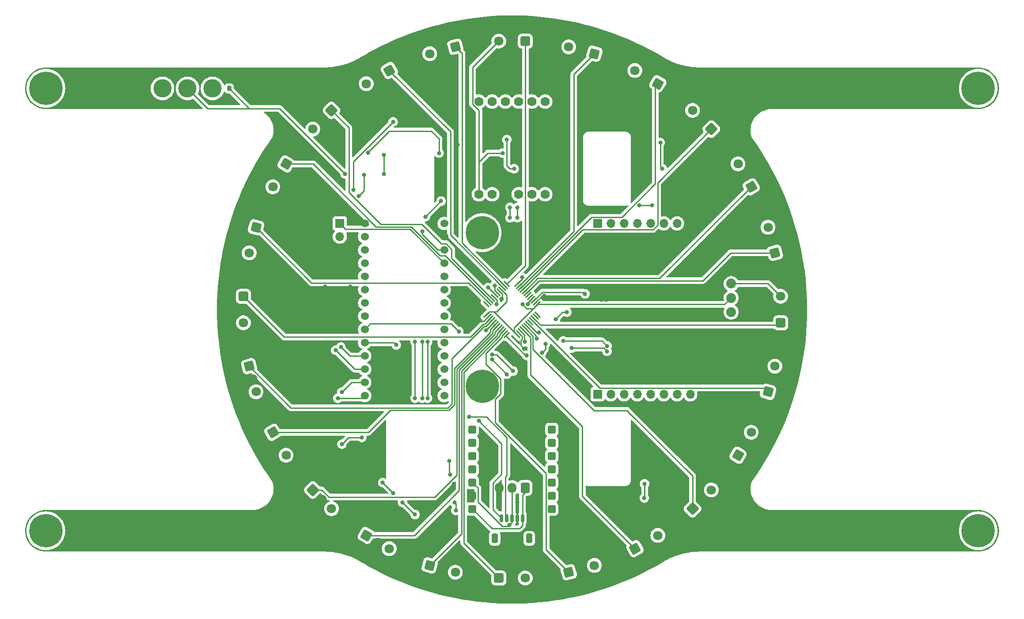
<source format=gbl>
G04 #@! TF.GenerationSoftware,KiCad,Pcbnew,7.0.9*
G04 #@! TF.CreationDate,2024-02-22T22:00:58+08:00*
G04 #@! TF.ProjectId,layer3,6c617965-7233-42e6-9b69-6361645f7063,0.1*
G04 #@! TF.SameCoordinates,Original*
G04 #@! TF.FileFunction,Copper,L2,Bot*
G04 #@! TF.FilePolarity,Positive*
%FSLAX46Y46*%
G04 Gerber Fmt 4.6, Leading zero omitted, Abs format (unit mm)*
G04 Created by KiCad (PCBNEW 7.0.9) date 2024-02-22 22:00:58*
%MOMM*%
%LPD*%
G01*
G04 APERTURE LIST*
G04 Aperture macros list*
%AMRoundRect*
0 Rectangle with rounded corners*
0 $1 Rounding radius*
0 $2 $3 $4 $5 $6 $7 $8 $9 X,Y pos of 4 corners*
0 Add a 4 corners polygon primitive as box body*
4,1,4,$2,$3,$4,$5,$6,$7,$8,$9,$2,$3,0*
0 Add four circle primitives for the rounded corners*
1,1,$1+$1,$2,$3*
1,1,$1+$1,$4,$5*
1,1,$1+$1,$6,$7*
1,1,$1+$1,$8,$9*
0 Add four rect primitives between the rounded corners*
20,1,$1+$1,$2,$3,$4,$5,0*
20,1,$1+$1,$4,$5,$6,$7,0*
20,1,$1+$1,$6,$7,$8,$9,0*
20,1,$1+$1,$8,$9,$2,$3,0*%
G04 Aperture macros list end*
G04 #@! TA.AperFunction,ComponentPad*
%ADD10RoundRect,0.250200X0.887643X0.237843X-0.237843X0.887643X-0.887643X-0.237843X0.237843X-0.887643X0*%
G04 #@! TD*
G04 #@! TA.AperFunction,ComponentPad*
%ADD11C,1.800000*%
G04 #@! TD*
G04 #@! TA.AperFunction,ComponentPad*
%ADD12RoundRect,0.250200X0.649800X-0.649800X0.649800X0.649800X-0.649800X0.649800X-0.649800X-0.649800X0*%
G04 #@! TD*
G04 #@! TA.AperFunction,ComponentPad*
%ADD13R,1.700000X1.700000*%
G04 #@! TD*
G04 #@! TA.AperFunction,ComponentPad*
%ADD14O,1.700000X1.700000*%
G04 #@! TD*
G04 #@! TA.AperFunction,ComponentPad*
%ADD15C,6.400000*%
G04 #@! TD*
G04 #@! TA.AperFunction,ComponentPad*
%ADD16RoundRect,0.250200X-0.795839X0.459478X-0.459478X-0.795839X0.795839X-0.459478X0.459478X0.795839X0*%
G04 #@! TD*
G04 #@! TA.AperFunction,ComponentPad*
%ADD17RoundRect,0.250200X0.887643X-0.237843X0.237843X0.887643X-0.887643X0.237843X-0.237843X-0.887643X0*%
G04 #@! TD*
G04 #@! TA.AperFunction,ComponentPad*
%ADD18RoundRect,0.150000X-0.600000X-0.600000X0.600000X-0.600000X0.600000X0.600000X-0.600000X0.600000X0*%
G04 #@! TD*
G04 #@! TA.AperFunction,ComponentPad*
%ADD19RoundRect,0.150000X0.600000X0.600000X-0.600000X0.600000X-0.600000X-0.600000X0.600000X-0.600000X0*%
G04 #@! TD*
G04 #@! TA.AperFunction,ComponentPad*
%ADD20C,1.879600*%
G04 #@! TD*
G04 #@! TA.AperFunction,ComponentPad*
%ADD21RoundRect,0.250200X0.459478X-0.795839X0.795839X0.459478X-0.459478X0.795839X-0.795839X-0.459478X0*%
G04 #@! TD*
G04 #@! TA.AperFunction,ComponentPad*
%ADD22RoundRect,0.250200X-0.237843X0.887643X-0.887643X-0.237843X0.237843X-0.887643X0.887643X0.237843X0*%
G04 #@! TD*
G04 #@! TA.AperFunction,ComponentPad*
%ADD23RoundRect,0.250200X0.795839X0.459478X-0.459478X0.795839X-0.795839X-0.459478X0.459478X-0.795839X0*%
G04 #@! TD*
G04 #@! TA.AperFunction,ComponentPad*
%ADD24C,1.530000*%
G04 #@! TD*
G04 #@! TA.AperFunction,ComponentPad*
%ADD25RoundRect,0.250200X-0.649800X0.649800X-0.649800X-0.649800X0.649800X-0.649800X0.649800X0.649800X0*%
G04 #@! TD*
G04 #@! TA.AperFunction,ComponentPad*
%ADD26RoundRect,0.250200X0.000000X-0.918956X0.918956X0.000000X0.000000X0.918956X-0.918956X0.000000X0*%
G04 #@! TD*
G04 #@! TA.AperFunction,ComponentPad*
%ADD27RoundRect,0.250200X0.649800X0.649800X-0.649800X0.649800X-0.649800X-0.649800X0.649800X-0.649800X0*%
G04 #@! TD*
G04 #@! TA.AperFunction,ComponentPad*
%ADD28C,1.778000*%
G04 #@! TD*
G04 #@! TA.AperFunction,ComponentPad*
%ADD29RoundRect,0.250200X-0.237843X-0.887643X0.887643X-0.237843X0.237843X0.887643X-0.887643X0.237843X0*%
G04 #@! TD*
G04 #@! TA.AperFunction,ComponentPad*
%ADD30RoundRect,0.250200X-0.887643X-0.237843X0.237843X-0.887643X0.887643X0.237843X-0.237843X0.887643X0*%
G04 #@! TD*
G04 #@! TA.AperFunction,ComponentPad*
%ADD31RoundRect,0.250200X0.237843X-0.887643X0.887643X0.237843X-0.237843X0.887643X-0.887643X-0.237843X0*%
G04 #@! TD*
G04 #@! TA.AperFunction,ComponentPad*
%ADD32RoundRect,0.250200X0.459478X0.795839X-0.795839X0.459478X-0.459478X-0.795839X0.795839X-0.459478X0*%
G04 #@! TD*
G04 #@! TA.AperFunction,ComponentPad*
%ADD33RoundRect,0.250200X-0.459478X-0.795839X0.795839X-0.459478X0.459478X0.795839X-0.795839X0.459478X0*%
G04 #@! TD*
G04 #@! TA.AperFunction,ComponentPad*
%ADD34RoundRect,0.250200X-0.887643X0.237843X-0.237843X-0.887643X0.887643X-0.237843X0.237843X0.887643X0*%
G04 #@! TD*
G04 #@! TA.AperFunction,ComponentPad*
%ADD35RoundRect,0.250200X0.000000X0.918956X-0.918956X0.000000X0.000000X-0.918956X0.918956X0.000000X0*%
G04 #@! TD*
G04 #@! TA.AperFunction,ComponentPad*
%ADD36RoundRect,0.250200X0.918956X0.000000X0.000000X0.918956X-0.918956X0.000000X0.000000X-0.918956X0*%
G04 #@! TD*
G04 #@! TA.AperFunction,ComponentPad*
%ADD37RoundRect,0.250200X-0.795839X-0.459478X0.459478X-0.795839X0.795839X0.459478X-0.459478X0.795839X0*%
G04 #@! TD*
G04 #@! TA.AperFunction,ComponentPad*
%ADD38C,3.500000*%
G04 #@! TD*
G04 #@! TA.AperFunction,ComponentPad*
%ADD39C,0.800000*%
G04 #@! TD*
G04 #@! TA.AperFunction,ComponentPad*
%ADD40RoundRect,0.250200X0.237843X0.887643X-0.887643X0.237843X-0.237843X-0.887643X0.887643X-0.237843X0*%
G04 #@! TD*
G04 #@! TA.AperFunction,ComponentPad*
%ADD41RoundRect,0.250200X-0.459478X0.795839X-0.795839X-0.459478X0.459478X-0.795839X0.795839X0.459478X0*%
G04 #@! TD*
G04 #@! TA.AperFunction,ComponentPad*
%ADD42RoundRect,0.250200X-0.649800X-0.649800X0.649800X-0.649800X0.649800X0.649800X-0.649800X0.649800X0*%
G04 #@! TD*
G04 #@! TA.AperFunction,ComponentPad*
%ADD43RoundRect,0.250200X-0.918956X0.000000X0.000000X-0.918956X0.918956X0.000000X0.000000X0.918956X0*%
G04 #@! TD*
G04 #@! TA.AperFunction,ComponentPad*
%ADD44RoundRect,0.250200X0.795839X-0.459478X0.459478X0.795839X-0.795839X0.459478X-0.459478X-0.795839X0*%
G04 #@! TD*
G04 #@! TA.AperFunction,SMDPad,CuDef*
%ADD45RoundRect,0.200000X0.200000X0.275000X-0.200000X0.275000X-0.200000X-0.275000X0.200000X-0.275000X0*%
G04 #@! TD*
G04 #@! TA.AperFunction,SMDPad,CuDef*
%ADD46RoundRect,0.150000X0.150000X0.625000X-0.150000X0.625000X-0.150000X-0.625000X0.150000X-0.625000X0*%
G04 #@! TD*
G04 #@! TA.AperFunction,SMDPad,CuDef*
%ADD47RoundRect,0.250000X0.350000X0.650000X-0.350000X0.650000X-0.350000X-0.650000X0.350000X-0.650000X0*%
G04 #@! TD*
G04 #@! TA.AperFunction,SMDPad,CuDef*
%ADD48RoundRect,0.075000X-0.521491X0.415425X0.415425X-0.521491X0.521491X-0.415425X-0.415425X0.521491X0*%
G04 #@! TD*
G04 #@! TA.AperFunction,SMDPad,CuDef*
%ADD49RoundRect,0.075000X-0.521491X-0.415425X-0.415425X-0.521491X0.521491X0.415425X0.415425X0.521491X0*%
G04 #@! TD*
G04 #@! TA.AperFunction,ComponentPad*
%ADD50RoundRect,0.250000X0.600000X0.725000X-0.600000X0.725000X-0.600000X-0.725000X0.600000X-0.725000X0*%
G04 #@! TD*
G04 #@! TA.AperFunction,ComponentPad*
%ADD51O,1.700000X1.950000*%
G04 #@! TD*
G04 #@! TA.AperFunction,ViaPad*
%ADD52C,0.800000*%
G04 #@! TD*
G04 #@! TA.AperFunction,Conductor*
%ADD53C,0.250000*%
G04 #@! TD*
G04 APERTURE END LIST*
D10*
X132937205Y-61691342D03*
D11*
X130737500Y-60421342D03*
X128537795Y-59151342D03*
D12*
X156475000Y-107540000D03*
D11*
X156475000Y-105000000D03*
X156475000Y-102460000D03*
D13*
X72000000Y-88475000D03*
D14*
X72000000Y-91015000D03*
X72000000Y-93555000D03*
D15*
X194350700Y-62573168D03*
D16*
X54621568Y-115869258D03*
D11*
X55278968Y-118322710D03*
X55936368Y-120776162D03*
D15*
X15649300Y-147426832D03*
D17*
X150848658Y-81462205D03*
D11*
X149578658Y-79262500D03*
X148308658Y-77062795D03*
D18*
X112620000Y-143240000D03*
X112620000Y-140700000D03*
X112620000Y-138160000D03*
X112620000Y-135620000D03*
X112620000Y-133080000D03*
X112620000Y-130540000D03*
X112620000Y-128000000D03*
D19*
X97380000Y-128000000D03*
X97380000Y-130540000D03*
X97380000Y-133080000D03*
X97380000Y-135620000D03*
X97380000Y-138160000D03*
X97380000Y-140700000D03*
X97380000Y-143240000D03*
D20*
X147000000Y-100037919D03*
X147000000Y-102755719D03*
X147000000Y-105473519D03*
D21*
X154063632Y-120776162D03*
D11*
X154721032Y-118322710D03*
X155378432Y-115869258D03*
D22*
X61691342Y-77062795D03*
D11*
X60421342Y-79262500D03*
X59151342Y-81462205D03*
D23*
X120776162Y-55936368D03*
D11*
X118322710Y-55278968D03*
X115869258Y-54621568D03*
D24*
X76760000Y-91030000D03*
X76760000Y-93570000D03*
X76760000Y-96110000D03*
X76760000Y-98650000D03*
X92000000Y-93570000D03*
X76760000Y-101190000D03*
X76760000Y-103730000D03*
X76760000Y-106270000D03*
X76760000Y-108810000D03*
X76760000Y-111350000D03*
X76760000Y-113890000D03*
X76760000Y-116430000D03*
X76760000Y-118970000D03*
X76760000Y-121510000D03*
X92000000Y-121510000D03*
X92000000Y-118970000D03*
X92000000Y-116430000D03*
X92000000Y-113890000D03*
X92000000Y-111350000D03*
X92000000Y-108810000D03*
X92000000Y-106270000D03*
X92000000Y-103730000D03*
X92000000Y-101190000D03*
X92000000Y-98650000D03*
X92000000Y-96110000D03*
X76760000Y-88490000D03*
X92000000Y-91030000D03*
X92000000Y-88490000D03*
D15*
X194350700Y-147426832D03*
D25*
X53525000Y-102460000D03*
D11*
X53525000Y-105000000D03*
X53525000Y-107540000D03*
D26*
X139602271Y-143194373D03*
D11*
X141398322Y-141398322D03*
X143194373Y-139602271D03*
D15*
X15649300Y-62573168D03*
D27*
X107540000Y-53525000D03*
D11*
X105000000Y-53525000D03*
X102460000Y-53525000D03*
D28*
X98650000Y-82890000D03*
X101190000Y-82890000D03*
X103730000Y-82890000D03*
X106270000Y-82890000D03*
X108810000Y-82890000D03*
X111350000Y-82890000D03*
X98650000Y-65110000D03*
X101190000Y-65110000D03*
X103730000Y-65110000D03*
X106270000Y-65110000D03*
X108810000Y-65110000D03*
X111350000Y-65110000D03*
D29*
X128537795Y-150848658D03*
D11*
X130737500Y-149578658D03*
X132937205Y-148308658D03*
D30*
X77062795Y-148308658D03*
D11*
X79262500Y-149578658D03*
X81462205Y-150848658D03*
D31*
X148308658Y-132937205D03*
D11*
X149578658Y-130737500D03*
X150848658Y-128537795D03*
D32*
X94130742Y-54621568D03*
D11*
X91677290Y-55278968D03*
X89223838Y-55936368D03*
D33*
X115869258Y-155378432D03*
D11*
X118322710Y-154721032D03*
X120776162Y-154063632D03*
D34*
X59151342Y-128537795D03*
D11*
X60421342Y-130737500D03*
X61691342Y-132937205D03*
D35*
X70397729Y-66805627D03*
D11*
X68601678Y-68601678D03*
X66805627Y-70397729D03*
D36*
X143194373Y-70397729D03*
D11*
X141398322Y-68601678D03*
X139602271Y-66805627D03*
D37*
X89223838Y-154063632D03*
D11*
X91677290Y-154721032D03*
X94130742Y-155378432D03*
D38*
X47600000Y-62600000D03*
X42800000Y-62600000D03*
X38000000Y-62600000D03*
D39*
X99285000Y-122132000D03*
X97587944Y-121429056D03*
X100982056Y-121429056D03*
X96885000Y-119732000D03*
D15*
X99285000Y-119732000D03*
D39*
X101685000Y-119732000D03*
X97587944Y-118034944D03*
X100982056Y-118034944D03*
X99285000Y-117332000D03*
X99285000Y-92668000D03*
X97587944Y-91965056D03*
X100982056Y-91965056D03*
X96885000Y-90268000D03*
D15*
X99285000Y-90268000D03*
D39*
X101685000Y-90268000D03*
X97587944Y-88570944D03*
X100982056Y-88570944D03*
X99285000Y-87868000D03*
D13*
X121383000Y-121256000D03*
D14*
X123923000Y-121256000D03*
X126463000Y-121256000D03*
X129003000Y-121256000D03*
X131543000Y-121256000D03*
X134083000Y-121256000D03*
X136623000Y-121256000D03*
X139163000Y-121256000D03*
X139163000Y-88490000D03*
X136623000Y-88490000D03*
X134083000Y-88490000D03*
X131543000Y-88490000D03*
X129003000Y-88490000D03*
X126463000Y-88490000D03*
X123923000Y-88490000D03*
D13*
X121383000Y-88490000D03*
D40*
X81462205Y-59151342D03*
D11*
X79262500Y-60421342D03*
X77062795Y-61691342D03*
D41*
X55936368Y-89223838D03*
D11*
X55278968Y-91677290D03*
X54621568Y-94130742D03*
D42*
X102460000Y-156475000D03*
D11*
X105000000Y-156475000D03*
X107540000Y-156475000D03*
D43*
X66805627Y-139602271D03*
D11*
X68601678Y-141398322D03*
X70397729Y-143194373D03*
D44*
X155378432Y-94130742D03*
D11*
X154721032Y-91677290D03*
X154063632Y-89223838D03*
D45*
X52425000Y-62600000D03*
X50775000Y-62600000D03*
D46*
X107000000Y-145000000D03*
X106000000Y-145000000D03*
X105000000Y-145000000D03*
X104000000Y-145000000D03*
X103000000Y-145000000D03*
D47*
X108300000Y-148875000D03*
X101700000Y-148875000D03*
D48*
X100112124Y-104001212D03*
X100465678Y-103647658D03*
X100819231Y-103294105D03*
X101172785Y-102940551D03*
X101526338Y-102586998D03*
X101879891Y-102233445D03*
X102233445Y-101879891D03*
X102586998Y-101526338D03*
X102940551Y-101172785D03*
X103294105Y-100819231D03*
X103647658Y-100465678D03*
X104001212Y-100112124D03*
D49*
X105998788Y-100112124D03*
X106352342Y-100465678D03*
X106705895Y-100819231D03*
X107059449Y-101172785D03*
X107413002Y-101526338D03*
X107766555Y-101879891D03*
X108120109Y-102233445D03*
X108473662Y-102586998D03*
X108827215Y-102940551D03*
X109180769Y-103294105D03*
X109534322Y-103647658D03*
X109887876Y-104001212D03*
D48*
X109887876Y-105998788D03*
X109534322Y-106352342D03*
X109180769Y-106705895D03*
X108827215Y-107059449D03*
X108473662Y-107413002D03*
X108120109Y-107766555D03*
X107766555Y-108120109D03*
X107413002Y-108473662D03*
X107059449Y-108827215D03*
X106705895Y-109180769D03*
X106352342Y-109534322D03*
X105998788Y-109887876D03*
D49*
X104001212Y-109887876D03*
X103647658Y-109534322D03*
X103294105Y-109180769D03*
X102940551Y-108827215D03*
X102586998Y-108473662D03*
X102233445Y-108120109D03*
X101879891Y-107766555D03*
X101526338Y-107413002D03*
X101172785Y-107059449D03*
X100819231Y-106705895D03*
X100465678Y-106352342D03*
X100112124Y-105998788D03*
D50*
X107500000Y-139200000D03*
D51*
X105000000Y-139200000D03*
X102500000Y-139200000D03*
D52*
X80400000Y-75400000D03*
X80400000Y-79000000D03*
X75600000Y-83200000D03*
X76600000Y-79200000D03*
X91000000Y-75000000D03*
X72200000Y-112200000D03*
X77375500Y-74912754D03*
X133812299Y-78012299D03*
X82200000Y-69000000D03*
X74562247Y-82037753D03*
X133400000Y-73000000D03*
X104000000Y-72400000D03*
X105400000Y-78000000D03*
X131800000Y-85000000D03*
X129400000Y-85000000D03*
X71200000Y-112800000D03*
X72390000Y-130810000D03*
X72390000Y-120810000D03*
X76200000Y-129540000D03*
X86400000Y-144315000D03*
X82200000Y-140200000D03*
X80212299Y-138187701D03*
X84000000Y-142000000D03*
X71600000Y-122000000D03*
X130400000Y-138400000D03*
X130337753Y-141137753D03*
X94200000Y-143524500D03*
X86400000Y-122000000D03*
X93100000Y-136700000D03*
X86400000Y-111200000D03*
X93000000Y-134000000D03*
X93973420Y-142000500D03*
X104600000Y-85400000D03*
X104600000Y-87400000D03*
X106000000Y-87400000D03*
X106000000Y-85400000D03*
X96800000Y-125600000D03*
X98600000Y-126324500D03*
X91400000Y-84200000D03*
X104524058Y-146275500D03*
X87800000Y-90000000D03*
X88400000Y-87200000D03*
X103200000Y-75000000D03*
X87787949Y-111212051D03*
X87787949Y-122012548D03*
X88800000Y-111200000D03*
X88800000Y-122000000D03*
X73000000Y-79000000D03*
X93800000Y-139400000D03*
X106000000Y-142000000D03*
X103800000Y-113200000D03*
X123000000Y-103100000D03*
X82200000Y-120800000D03*
X131200000Y-78000000D03*
X114400000Y-142000000D03*
X96600000Y-107000000D03*
X95600000Y-107000000D03*
X86400000Y-146400000D03*
X106200000Y-152000000D03*
X111200000Y-102400000D03*
X122100000Y-102200000D03*
X96600000Y-106000000D03*
X122100000Y-106400000D03*
X123000000Y-109000000D03*
X122100000Y-109900000D03*
X106600000Y-115000000D03*
X123000000Y-105500000D03*
X122100000Y-109000000D03*
X69200000Y-100600000D03*
X122100000Y-103100000D03*
X112600000Y-70000000D03*
X89800000Y-146400000D03*
X112600000Y-71600000D03*
X95600000Y-106000000D03*
X96800000Y-73400000D03*
X74000000Y-100600000D03*
X108800000Y-152000000D03*
X108100000Y-142000000D03*
X123000000Y-109900000D03*
X122100000Y-105500000D03*
X103000000Y-103000000D03*
X110500000Y-142000000D03*
X107299647Y-112500353D03*
X95600000Y-107000000D03*
X99900000Y-138400000D03*
X123000000Y-102200000D03*
X93800000Y-138400000D03*
X99900000Y-141700000D03*
X123000000Y-106400000D03*
X94600000Y-73400000D03*
X101200000Y-113600000D03*
X105200000Y-116800000D03*
X94800000Y-109200000D03*
X82800000Y-111800000D03*
X104000000Y-117400000D03*
X101200000Y-114600000D03*
X101664037Y-100400000D03*
X102000000Y-104000000D03*
X100400000Y-100800000D03*
X114800000Y-111000000D03*
X123212299Y-111987701D03*
X110716248Y-113283752D03*
X107800000Y-113800000D03*
X111400000Y-111600000D03*
X123200000Y-113000000D03*
X116400000Y-112400000D03*
X107412299Y-111212299D03*
X108011463Y-103986865D03*
X113364469Y-106815500D03*
X115500000Y-105500000D03*
X119000000Y-102000000D03*
X100000000Y-109000000D03*
X107000000Y-104000000D03*
X106948355Y-98845066D03*
X110171583Y-109428417D03*
X109724500Y-110600000D03*
D53*
X80400000Y-75400000D02*
X80400000Y-79000000D01*
X76600000Y-82200000D02*
X76600000Y-79200000D01*
X75600000Y-83200000D02*
X76600000Y-82200000D01*
X73890000Y-113890000D02*
X72200000Y-112200000D01*
X77375500Y-74892088D02*
X81492588Y-70775000D01*
X89507412Y-70775000D02*
X91000000Y-72267588D01*
X91000000Y-72267588D02*
X91000000Y-75000000D01*
X76760000Y-113890000D02*
X73890000Y-113890000D01*
X77375500Y-74912754D02*
X77375500Y-74892088D01*
X81492588Y-70775000D02*
X89507412Y-70775000D01*
X82200000Y-69000000D02*
X74600000Y-76600000D01*
X74600000Y-82000000D02*
X74562247Y-82037753D01*
X133400000Y-77600000D02*
X133400000Y-73000000D01*
X133812299Y-78012299D02*
X133400000Y-77600000D01*
X74600000Y-76600000D02*
X74600000Y-82000000D01*
X131800000Y-85000000D02*
X129400000Y-85000000D01*
X104600000Y-78000000D02*
X105400000Y-78000000D01*
X74830000Y-116430000D02*
X71200000Y-112800000D01*
X104000000Y-77400000D02*
X104600000Y-78000000D01*
X104000000Y-72400000D02*
X104000000Y-77400000D01*
X76760000Y-116430000D02*
X74830000Y-116430000D01*
X74230000Y-118970000D02*
X76760000Y-118970000D01*
X73660000Y-129540000D02*
X76200000Y-129540000D01*
X72390000Y-120810000D02*
X74230000Y-118970000D01*
X72390000Y-130810000D02*
X73660000Y-129540000D01*
X82200000Y-140175402D02*
X82200000Y-140200000D01*
X86315000Y-144315000D02*
X84000000Y-142000000D01*
X80212299Y-138187701D02*
X82200000Y-140175402D01*
X86400000Y-144315000D02*
X86315000Y-144315000D01*
X130400000Y-141075506D02*
X130400000Y-138400000D01*
X130337753Y-141137753D02*
X130400000Y-141075506D01*
X76270000Y-122000000D02*
X71600000Y-122000000D01*
X76760000Y-121510000D02*
X76270000Y-122000000D01*
X94200000Y-142227080D02*
X93973420Y-142000500D01*
X94200000Y-143524500D02*
X94200000Y-142227080D01*
X107000000Y-140575000D02*
X107500000Y-140075000D01*
X86400000Y-111200000D02*
X86400000Y-122000000D01*
X107000000Y-145000000D02*
X107000000Y-146400000D01*
X101140000Y-147000000D02*
X97380000Y-143240000D01*
X107000000Y-146400000D02*
X106400000Y-147000000D01*
X93000000Y-134000000D02*
X93000000Y-136600000D01*
X106400000Y-147000000D02*
X101140000Y-147000000D01*
X107000000Y-145000000D02*
X107000000Y-140575000D01*
X93000000Y-136600000D02*
X93100000Y-136700000D01*
X85470000Y-89580000D02*
X73105000Y-89580000D01*
X73105000Y-89580000D02*
X72000000Y-88475000D01*
X92000000Y-96110000D02*
X85470000Y-89580000D01*
X104600000Y-85400000D02*
X104600000Y-87400000D01*
X106000000Y-85400000D02*
X106000000Y-87400000D01*
X104000000Y-145000000D02*
X103700000Y-144700000D01*
X100087696Y-125600000D02*
X96800000Y-125600000D01*
X103700000Y-137100000D02*
X104000000Y-136800000D01*
X103700000Y-144700000D02*
X103700000Y-137100000D01*
X104000000Y-129512304D02*
X100087696Y-125600000D01*
X104000000Y-136800000D02*
X104000000Y-129512304D01*
X103000000Y-130724500D02*
X103000000Y-136600000D01*
X103000000Y-145000000D02*
X101325000Y-143325000D01*
X101325000Y-143325000D02*
X101325000Y-138275000D01*
X98600000Y-126324500D02*
X103000000Y-130724500D01*
X101325000Y-138275000D02*
X103000000Y-136600000D01*
X97436000Y-58549000D02*
X102460000Y-53525000D01*
X90770000Y-93570000D02*
X87800000Y-90600000D01*
X105000000Y-140075000D02*
X105000000Y-145000000D01*
X104524058Y-146275500D02*
X104499499Y-146275500D01*
X92000000Y-93570000D02*
X90770000Y-93570000D01*
X98650000Y-82890000D02*
X98650000Y-66826856D01*
X98650000Y-76724695D02*
X100374695Y-75000000D01*
X104499499Y-146275500D02*
X104224999Y-146550000D01*
X154052919Y-100037919D02*
X156475000Y-102460000D01*
X97436000Y-65612856D02*
X97436000Y-58549000D01*
X147000000Y-100037919D02*
X154052919Y-100037919D01*
X104224999Y-146550000D02*
X103099092Y-146550000D01*
X105000000Y-145799558D02*
X105000000Y-145000000D01*
X100374695Y-75000000D02*
X103200000Y-75000000D01*
X98455000Y-139235000D02*
X97380000Y-138160000D01*
X103099092Y-146550000D02*
X98455000Y-141905908D01*
X98455000Y-141905908D02*
X98455000Y-139235000D01*
X87800000Y-90600000D02*
X87800000Y-90000000D01*
X98650000Y-82890000D02*
X98650000Y-76724695D01*
X104524058Y-146275500D02*
X105000000Y-145799558D01*
X98650000Y-66826856D02*
X97436000Y-65612856D01*
X91400000Y-84200000D02*
X88400000Y-87200000D01*
X87787949Y-122012548D02*
X87787949Y-111212051D01*
X88800000Y-111200000D02*
X88800000Y-122000000D01*
X46636168Y-66436168D02*
X56800000Y-66436168D01*
X60436168Y-66436168D02*
X73000000Y-79000000D01*
X56800000Y-66436168D02*
X60436168Y-66436168D01*
X42800000Y-62600000D02*
X46636168Y-66436168D01*
X54611168Y-66436168D02*
X56800000Y-66436168D01*
X50775000Y-62600000D02*
X54611168Y-66436168D01*
X96900000Y-107300000D02*
X96600000Y-107000000D01*
X103156406Y-102843594D02*
X103000000Y-103000000D01*
X106687299Y-111888005D02*
X106687299Y-110911994D01*
X106921749Y-110677544D02*
X106921749Y-110103729D01*
X106687299Y-110911994D02*
X106921749Y-110677544D01*
X109534322Y-103647658D02*
X110781980Y-102400000D01*
X100465678Y-106352342D02*
X99518020Y-107300000D01*
X106921749Y-110103729D02*
X106352342Y-109534322D01*
X103156406Y-102095746D02*
X103156406Y-102843594D01*
X99518020Y-107300000D02*
X96900000Y-107300000D01*
X110781980Y-102400000D02*
X111200000Y-102400000D01*
X102586998Y-101526338D02*
X103156406Y-102095746D01*
X107299647Y-112500353D02*
X106687299Y-111888005D01*
X93320000Y-107720000D02*
X77850000Y-107720000D01*
X94800000Y-109200000D02*
X93320000Y-107720000D01*
X77850000Y-107720000D02*
X76760000Y-108810000D01*
X101200000Y-113600000D02*
X102000000Y-113600000D01*
X102000000Y-113600000D02*
X105200000Y-116800000D01*
X82350000Y-111350000D02*
X76760000Y-111350000D01*
X82800000Y-111800000D02*
X82350000Y-111350000D01*
X104000000Y-117400000D02*
X101200000Y-114600000D01*
X107540000Y-96573336D02*
X107540000Y-53525000D01*
X104001212Y-100112124D02*
X107540000Y-96573336D01*
X101664037Y-101310483D02*
X102233445Y-101879891D01*
X101664037Y-100400000D02*
X101664037Y-101310483D01*
X102095746Y-103904254D02*
X102095746Y-103156406D01*
X102000000Y-104000000D02*
X102095746Y-103904254D01*
X102095746Y-103156406D02*
X101526338Y-102586998D01*
X100446446Y-100800000D02*
X101879891Y-102233445D01*
X100400000Y-100800000D02*
X100446446Y-100800000D01*
X107800000Y-113800000D02*
X107574695Y-113800000D01*
X104001212Y-110226517D02*
X104001212Y-109887876D01*
X107574695Y-113800000D02*
X104001212Y-110226517D01*
X122224598Y-111000000D02*
X114800000Y-111000000D01*
X123212299Y-111987701D02*
X122224598Y-111000000D01*
X111400000Y-112600000D02*
X111400000Y-111600000D01*
X110716248Y-113283752D02*
X111400000Y-112600000D01*
X116400000Y-112400000D02*
X122600000Y-112400000D01*
X106705895Y-109180769D02*
X107400000Y-109874874D01*
X122600000Y-112400000D02*
X123200000Y-113000000D01*
X107400000Y-109874874D02*
X107400000Y-111200000D01*
X107400000Y-111200000D02*
X107412299Y-111212299D01*
X108011463Y-103756303D02*
X108827215Y-102940551D01*
X108011463Y-103986865D02*
X108011463Y-103756303D01*
X110799874Y-101675000D02*
X109180769Y-103294105D01*
X115500000Y-105500000D02*
X114679969Y-105500000D01*
X118675000Y-101675000D02*
X110799874Y-101675000D01*
X114679969Y-105500000D02*
X113364469Y-106815500D01*
X119000000Y-102000000D02*
X118675000Y-101675000D01*
X100000000Y-109000000D02*
X100000000Y-108939340D01*
X100000000Y-108939340D02*
X101526338Y-107413002D01*
X95400000Y-55890826D02*
X94130742Y-54621568D01*
X95400000Y-92218020D02*
X95400000Y-55890826D01*
X103647658Y-100465678D02*
X95400000Y-92218020D01*
X93200000Y-70889137D02*
X93200000Y-90725126D01*
X81462205Y-59151342D02*
X93200000Y-70889137D01*
X93200000Y-90725126D02*
X103294105Y-100819231D01*
X87748507Y-88680000D02*
X79880000Y-88680000D01*
X93416117Y-93444624D02*
X92337239Y-92365746D01*
X92337239Y-92365746D02*
X91434252Y-92365746D01*
X91434252Y-92365746D02*
X87748507Y-88680000D01*
X73725000Y-82525000D02*
X73725000Y-70132898D01*
X101172785Y-102940551D02*
X93416117Y-95183883D01*
X79880000Y-88680000D02*
X73725000Y-82525000D01*
X93416117Y-95183883D02*
X93416117Y-93444624D01*
X73725000Y-70132898D02*
X70397729Y-66805627D01*
X66874288Y-77062795D02*
X61691342Y-77062795D01*
X100819231Y-103294105D02*
X92185126Y-94660000D01*
X91186396Y-94660000D02*
X85656396Y-89130000D01*
X85656396Y-89130000D02*
X78941493Y-89130000D01*
X78941493Y-89130000D02*
X66874288Y-77062795D01*
X92185126Y-94660000D02*
X91186396Y-94660000D01*
X100465678Y-103647658D02*
X96693020Y-99875000D01*
X66587530Y-99875000D02*
X55936368Y-89223838D01*
X96693020Y-99875000D02*
X66587530Y-99875000D01*
X61325000Y-110260000D02*
X53525000Y-102460000D01*
X100819231Y-106705895D02*
X99800000Y-107725126D01*
X97002563Y-110260000D02*
X61325000Y-110260000D01*
X99800000Y-107750000D02*
X99512563Y-107750000D01*
X99800000Y-107725126D02*
X99800000Y-107750000D01*
X99512563Y-107750000D02*
X97002563Y-110260000D01*
X93510000Y-123053604D02*
X92710000Y-123853604D01*
X62605914Y-123853604D02*
X54621568Y-115869258D01*
X101172785Y-107059449D02*
X100032234Y-108200000D01*
X92710000Y-123853604D02*
X62605914Y-123853604D01*
X93510000Y-114388959D02*
X93510000Y-123053604D01*
X100032234Y-108200000D02*
X99698959Y-108200000D01*
X99698959Y-108200000D02*
X93510000Y-114388959D01*
X93960000Y-123240000D02*
X92896396Y-124303604D01*
X100828251Y-109363602D02*
X93960000Y-116231853D01*
X92896396Y-124303604D02*
X81693984Y-124303604D01*
X100828251Y-108818195D02*
X100828251Y-109363602D01*
X77470000Y-128537795D02*
X59151342Y-128537795D01*
X81693984Y-124303604D02*
X77470000Y-128527588D01*
X93960000Y-116231853D02*
X93960000Y-123240000D01*
X77470000Y-128527588D02*
X77470000Y-128537795D01*
X101879891Y-107766555D02*
X100828251Y-108818195D01*
X94410000Y-136730000D02*
X90170000Y-140970000D01*
X102233445Y-108120109D02*
X101278251Y-109075303D01*
X94410000Y-116418249D02*
X94410000Y-136730000D01*
X101278251Y-109075303D02*
X101278251Y-109549998D01*
X90170000Y-140970000D02*
X69905768Y-140970000D01*
X101278251Y-109549998D02*
X94410000Y-116418249D01*
X69905768Y-140970000D02*
X68538039Y-139602271D01*
X68538039Y-139602271D02*
X66805627Y-139602271D01*
X101728251Y-109736394D02*
X94860000Y-116604645D01*
X94860000Y-116604645D02*
X94860000Y-139740000D01*
X86291342Y-148308658D02*
X77062795Y-148308658D01*
X101728251Y-109332409D02*
X101728251Y-109736394D01*
X94860000Y-139740000D02*
X86291342Y-148308658D01*
X102586998Y-108473662D02*
X101728251Y-109332409D01*
X95310000Y-116791041D02*
X95310000Y-147977470D01*
X102940551Y-108827215D02*
X102178251Y-109589515D01*
X95310000Y-147977470D02*
X89223838Y-154063632D01*
X102178251Y-109589515D02*
X102178251Y-109922790D01*
X102178251Y-109922790D02*
X95310000Y-116791041D01*
X109000000Y-110060660D02*
X109000000Y-112592102D01*
X139602271Y-143194373D02*
X139602271Y-136909859D01*
X109000000Y-112592102D02*
X120758949Y-124351051D01*
X107413002Y-108473662D02*
X109000000Y-110060660D01*
X127043463Y-124351051D02*
X120758949Y-124351051D01*
X139602271Y-136909859D02*
X127043463Y-124351051D01*
X153328785Y-120041315D02*
X154063632Y-120776162D01*
X108827215Y-107059449D02*
X121809081Y-120041315D01*
X121809081Y-120041315D02*
X153328785Y-120041315D01*
X156015000Y-108000000D02*
X156475000Y-107540000D01*
X110474874Y-108000000D02*
X110499874Y-107975000D01*
X123300305Y-107975000D02*
X123325305Y-108000000D01*
X110499874Y-107975000D02*
X123300305Y-107975000D01*
X109180769Y-106705895D02*
X110474874Y-108000000D01*
X123325305Y-108000000D02*
X156015000Y-108000000D01*
X146869258Y-94130742D02*
X155378432Y-94130742D01*
X110196446Y-99450000D02*
X141550000Y-99450000D01*
X141550000Y-99450000D02*
X146869258Y-94130742D01*
X107766555Y-101879891D02*
X110196446Y-99450000D01*
X107413002Y-101526338D02*
X109939340Y-99000000D01*
X133310863Y-99000000D02*
X150848658Y-81462205D01*
X109939340Y-99000000D02*
X133310863Y-99000000D01*
X118567234Y-89665000D02*
X132029701Y-89665000D01*
X132029701Y-89665000D02*
X132908000Y-88786701D01*
X132908000Y-80684102D02*
X143194373Y-70397729D01*
X132908000Y-88786701D02*
X132908000Y-80684102D01*
X107059449Y-101172785D02*
X118567234Y-89665000D01*
X106705895Y-100819231D02*
X120210126Y-87315000D01*
X126045000Y-87315000D02*
X132458000Y-80902000D01*
X132458000Y-62170547D02*
X132937205Y-61691342D01*
X132458000Y-80902000D02*
X132458000Y-62170547D01*
X120210126Y-87315000D02*
X126045000Y-87315000D01*
X116840000Y-89978020D02*
X116840000Y-59872530D01*
X116840000Y-59872530D02*
X120776162Y-55936368D01*
X106352342Y-100465678D02*
X116840000Y-89978020D01*
X102628251Y-110109186D02*
X102628251Y-109846623D01*
X102628251Y-109846623D02*
X103294105Y-109180769D01*
X95760000Y-116977437D02*
X102628251Y-110109186D01*
X95760000Y-149775000D02*
X95760000Y-116977437D01*
X102460000Y-156475000D02*
X95760000Y-149775000D01*
X102810000Y-118271897D02*
X102810000Y-121192103D01*
X103078251Y-110295582D02*
X100000000Y-113373833D01*
X111545000Y-151054174D02*
X115869258Y-155378432D01*
X103078251Y-110103729D02*
X103078251Y-110295582D01*
X100000000Y-113373833D02*
X100000000Y-115461897D01*
X100000000Y-115461897D02*
X102810000Y-118271897D01*
X101800000Y-122202103D02*
X101800000Y-126675908D01*
X101800000Y-126675908D02*
X111545000Y-136420908D01*
X102810000Y-121192103D02*
X101800000Y-122202103D01*
X103647658Y-109534322D02*
X103078251Y-110103729D01*
X111545000Y-136420908D02*
X111545000Y-151054174D01*
X118465000Y-127465000D02*
X108550000Y-117550000D01*
X118465000Y-140775863D02*
X118465000Y-127465000D01*
X128537795Y-150848658D02*
X118465000Y-140775863D01*
X108550000Y-117550000D02*
X108550000Y-110317766D01*
X108550000Y-110317766D02*
X107059449Y-108827215D01*
X105429381Y-109318469D02*
X105998788Y-109887876D01*
X145754507Y-104001212D02*
X109887876Y-104001212D01*
X109089088Y-104800000D02*
X107800000Y-104800000D01*
X100681531Y-105429381D02*
X101540293Y-105429381D01*
X109887876Y-104001212D02*
X109089088Y-104800000D01*
X100112124Y-105998788D02*
X100681531Y-105429381D01*
X104000000Y-103484837D02*
X102055456Y-105429381D01*
X105429381Y-108459707D02*
X105429381Y-109318469D01*
X107800000Y-104800000D02*
X107000000Y-104000000D01*
X102940551Y-101172785D02*
X104000000Y-102232234D01*
X109887876Y-104001212D02*
X105429381Y-108459707D01*
X104000000Y-102232234D02*
X104000000Y-103484837D01*
X102055456Y-105429381D02*
X101540293Y-105429381D01*
X147000000Y-102755719D02*
X145754507Y-104001212D01*
X101540293Y-105429381D02*
X105998788Y-109887876D01*
X106948355Y-99162557D02*
X105998788Y-100112124D01*
X106948355Y-98845066D02*
X106948355Y-99162557D01*
X108120109Y-107766555D02*
X109753554Y-109400000D01*
X109753554Y-109400000D02*
X110200000Y-109400000D01*
X110200000Y-109400000D02*
X110171583Y-109428417D01*
X109600000Y-110600000D02*
X109724500Y-110600000D01*
X107766555Y-108120109D02*
X109600000Y-109953554D01*
X109600000Y-109953554D02*
X109600000Y-110600000D01*
G04 #@! TA.AperFunction,Conductor*
G36*
X107222607Y-48644313D02*
G01*
X108702640Y-48722172D01*
X110180116Y-48838893D01*
X111654015Y-48994397D01*
X113123319Y-49188575D01*
X114587013Y-49421293D01*
X116044087Y-49692391D01*
X117493535Y-50001681D01*
X118934355Y-50348950D01*
X120365553Y-50733959D01*
X121786141Y-51156440D01*
X123195137Y-51616103D01*
X124591568Y-52112629D01*
X125974470Y-52645677D01*
X127342889Y-53214878D01*
X128695879Y-53819839D01*
X130032505Y-54460143D01*
X131351846Y-55135346D01*
X132652989Y-55844983D01*
X133935145Y-56588627D01*
X134024731Y-56642173D01*
X134024791Y-56642204D01*
X134231467Y-56765749D01*
X134628525Y-56977407D01*
X134840996Y-57090668D01*
X134840995Y-57090667D01*
X135465671Y-57385343D01*
X136104025Y-57649084D01*
X136754537Y-57881264D01*
X137415642Y-58081320D01*
X138085746Y-58248771D01*
X138414148Y-58313940D01*
X138763235Y-58383214D01*
X139446498Y-58484330D01*
X140133891Y-58551875D01*
X140340853Y-58562018D01*
X140823760Y-58585688D01*
X140823766Y-58585687D01*
X140823767Y-58585688D01*
X141169120Y-58585668D01*
X141271096Y-58585668D01*
X194248724Y-58585668D01*
X194349171Y-58585668D01*
X194352213Y-58585743D01*
X194738501Y-58604720D01*
X194744554Y-58605315D01*
X195125610Y-58661840D01*
X195131562Y-58663023D01*
X195434682Y-58738950D01*
X195505256Y-58756628D01*
X195511077Y-58758393D01*
X195873791Y-58888175D01*
X195879396Y-58890497D01*
X196227650Y-59055209D01*
X196233002Y-59058069D01*
X196563418Y-59256113D01*
X196568480Y-59259495D01*
X196877900Y-59488977D01*
X196882604Y-59492837D01*
X197168047Y-59751547D01*
X197172322Y-59755822D01*
X197375771Y-59980294D01*
X197431030Y-60041263D01*
X197434892Y-60045969D01*
X197664374Y-60355389D01*
X197667756Y-60360451D01*
X197699717Y-60413774D01*
X197842220Y-60651527D01*
X197865793Y-60690855D01*
X197868663Y-60696224D01*
X198033370Y-61044469D01*
X198035697Y-61050088D01*
X198040214Y-61062711D01*
X198165474Y-61412787D01*
X198167241Y-61418613D01*
X198260842Y-61792288D01*
X198262029Y-61798259D01*
X198318553Y-62179309D01*
X198319149Y-62185368D01*
X198338052Y-62570126D01*
X198338052Y-62576214D01*
X198319149Y-62960971D01*
X198318553Y-62967030D01*
X198262029Y-63348080D01*
X198260842Y-63354051D01*
X198167241Y-63727726D01*
X198165474Y-63733552D01*
X198035700Y-64096245D01*
X198033370Y-64101870D01*
X197868663Y-64450115D01*
X197865793Y-64455484D01*
X197667756Y-64785888D01*
X197664374Y-64790950D01*
X197434892Y-65100370D01*
X197431030Y-65105076D01*
X197265037Y-65288221D01*
X197172340Y-65390499D01*
X197172337Y-65390502D01*
X197168037Y-65394801D01*
X197165472Y-65397127D01*
X196882606Y-65653500D01*
X196877900Y-65657362D01*
X196568480Y-65886844D01*
X196563418Y-65890226D01*
X196233014Y-66088263D01*
X196227645Y-66091133D01*
X195879400Y-66255840D01*
X195873775Y-66258170D01*
X195511082Y-66387944D01*
X195505256Y-66389711D01*
X195131581Y-66483312D01*
X195125610Y-66484499D01*
X194744560Y-66541023D01*
X194738501Y-66541619D01*
X194352295Y-66560593D01*
X194349252Y-66560668D01*
X154915602Y-66560668D01*
X154915582Y-66560667D01*
X154912559Y-66560667D01*
X154810582Y-66560668D01*
X154757129Y-66560668D01*
X154756166Y-66560690D01*
X154621474Y-66560676D01*
X154244864Y-66595488D01*
X153873054Y-66664817D01*
X153873043Y-66664820D01*
X153509214Y-66768070D01*
X153509198Y-66768075D01*
X153156410Y-66904376D01*
X153156409Y-66904377D01*
X152817669Y-67072567D01*
X152817658Y-67072572D01*
X152817652Y-67072576D01*
X152817646Y-67072579D01*
X152817640Y-67072583D01*
X152495824Y-67271232D01*
X152495811Y-67271242D01*
X152193627Y-67498682D01*
X151913658Y-67752971D01*
X151658284Y-68031947D01*
X151658282Y-68031950D01*
X151429657Y-68333262D01*
X151229755Y-68654307D01*
X151229750Y-68654317D01*
X151060241Y-68992405D01*
X151060239Y-68992408D01*
X150922559Y-69344687D01*
X150817892Y-69708126D01*
X150767931Y-69970405D01*
X150767228Y-69974101D01*
X150747120Y-70079660D01*
X150747117Y-70079683D01*
X150710842Y-70456127D01*
X150710841Y-70456147D01*
X150709370Y-70834342D01*
X150709370Y-70834358D01*
X150740282Y-71183604D01*
X150742715Y-71211091D01*
X150810595Y-71583166D01*
X150858309Y-71753754D01*
X150880655Y-71840951D01*
X150881459Y-71842678D01*
X150881470Y-71842701D01*
X150888469Y-71861631D01*
X150888991Y-71863497D01*
X150928740Y-71944248D01*
X150966724Y-72025847D01*
X150967849Y-72027421D01*
X150978212Y-72044752D01*
X150979061Y-72046477D01*
X151030302Y-72114982D01*
X151860878Y-73309589D01*
X152664419Y-74531538D01*
X153436105Y-75773850D01*
X154175418Y-77035695D01*
X154881865Y-78316230D01*
X155554975Y-79614598D01*
X156194296Y-80929933D01*
X156799402Y-82261355D01*
X157369889Y-83607974D01*
X157905375Y-84968890D01*
X158405502Y-86343193D01*
X158869936Y-87729966D01*
X159298366Y-89128281D01*
X159690507Y-90537203D01*
X160046096Y-91955792D01*
X160364896Y-93383099D01*
X160646693Y-94818169D01*
X160891299Y-96260045D01*
X161098550Y-97707762D01*
X161268309Y-99160353D01*
X161400461Y-100616846D01*
X161494919Y-102076269D01*
X161551619Y-103537646D01*
X161570523Y-105000000D01*
X161551619Y-106462354D01*
X161494919Y-107923731D01*
X161400461Y-109383154D01*
X161268309Y-110839647D01*
X161098550Y-112292238D01*
X160891299Y-113739955D01*
X160646693Y-115181831D01*
X160364896Y-116616901D01*
X160046096Y-118044208D01*
X159690507Y-119462797D01*
X159298366Y-120871719D01*
X158869936Y-122270034D01*
X158405502Y-123656807D01*
X157905375Y-125031110D01*
X157369889Y-126392026D01*
X156799402Y-127738645D01*
X156194296Y-129070067D01*
X155554975Y-130385402D01*
X154881865Y-131683770D01*
X154175418Y-132964305D01*
X153436105Y-134226150D01*
X152664419Y-135468462D01*
X151860878Y-136690411D01*
X151030302Y-137885017D01*
X150979061Y-137953522D01*
X150978209Y-137955254D01*
X150967850Y-137972577D01*
X150966728Y-137974147D01*
X150966727Y-137974147D01*
X150928740Y-138055751D01*
X150888990Y-138136505D01*
X150888989Y-138136508D01*
X150888469Y-138138370D01*
X150881475Y-138157286D01*
X150880654Y-138159048D01*
X150880653Y-138159051D01*
X150858637Y-138244965D01*
X150810566Y-138416827D01*
X150742687Y-138788904D01*
X150709341Y-139165642D01*
X150709341Y-139165656D01*
X150710812Y-139543853D01*
X150710813Y-139543875D01*
X150747087Y-139920319D01*
X150747089Y-139920332D01*
X150747090Y-139920341D01*
X150761535Y-139996170D01*
X150817864Y-140291880D01*
X150906477Y-140599574D01*
X150922533Y-140655325D01*
X151060208Y-141007591D01*
X151060213Y-141007602D01*
X151060215Y-141007605D01*
X151229724Y-141345696D01*
X151229729Y-141345706D01*
X151429633Y-141666753D01*
X151429637Y-141666758D01*
X151429640Y-141666763D01*
X151543343Y-141816617D01*
X151658258Y-141968068D01*
X151782267Y-142103537D01*
X151913636Y-142247047D01*
X152193608Y-142501340D01*
X152495798Y-142728784D01*
X152817638Y-142927449D01*
X153156397Y-143095649D01*
X153509200Y-143231956D01*
X153873050Y-143335211D01*
X154244860Y-143404540D01*
X154244859Y-143404540D01*
X154260146Y-143405952D01*
X154621473Y-143439353D01*
X154810582Y-143439332D01*
X154912559Y-143439333D01*
X154912564Y-143439332D01*
X194248724Y-143439332D01*
X194349171Y-143439332D01*
X194352213Y-143439407D01*
X194738500Y-143458384D01*
X194744553Y-143458979D01*
X195125582Y-143515500D01*
X195125609Y-143515504D01*
X195131561Y-143516687D01*
X195374705Y-143577591D01*
X195505258Y-143610293D01*
X195511077Y-143612058D01*
X195873785Y-143741837D01*
X195879395Y-143744161D01*
X196227643Y-143908870D01*
X196233005Y-143911736D01*
X196553103Y-144103596D01*
X196563416Y-144109777D01*
X196568478Y-144113159D01*
X196877903Y-144342643D01*
X196882602Y-144346500D01*
X197168044Y-144605210D01*
X197172319Y-144609485D01*
X197392071Y-144851944D01*
X197431027Y-144894925D01*
X197434890Y-144899631D01*
X197664370Y-145209051D01*
X197667752Y-145214113D01*
X197865789Y-145544517D01*
X197868659Y-145549886D01*
X198033368Y-145898134D01*
X198035696Y-145903754D01*
X198081513Y-146031803D01*
X198165469Y-146266445D01*
X198167236Y-146272271D01*
X198230735Y-146525772D01*
X198253156Y-146615283D01*
X198260838Y-146645949D01*
X198262025Y-146651920D01*
X198318549Y-147032970D01*
X198319145Y-147039029D01*
X198338048Y-147423783D01*
X198338048Y-147429871D01*
X198319145Y-147814630D01*
X198318549Y-147820689D01*
X198262025Y-148201739D01*
X198260838Y-148207710D01*
X198167236Y-148581388D01*
X198165469Y-148587214D01*
X198035698Y-148949900D01*
X198033368Y-148955525D01*
X197868659Y-149303773D01*
X197865789Y-149309142D01*
X197667752Y-149639546D01*
X197664370Y-149644608D01*
X197434890Y-149954028D01*
X197431027Y-149958734D01*
X197284115Y-150120827D01*
X197174099Y-150242212D01*
X197172334Y-150244159D01*
X197168033Y-150248459D01*
X197120049Y-150291950D01*
X196882604Y-150507157D01*
X196877898Y-150511020D01*
X196568478Y-150740500D01*
X196563416Y-150743882D01*
X196233012Y-150941919D01*
X196227643Y-150944789D01*
X195879395Y-151109498D01*
X195873770Y-151111828D01*
X195511084Y-151241599D01*
X195505258Y-151243366D01*
X195131580Y-151336968D01*
X195125609Y-151338155D01*
X194744559Y-151394679D01*
X194738500Y-151395275D01*
X194373403Y-151413212D01*
X194352143Y-151414257D01*
X194349104Y-151414332D01*
X141116539Y-151414332D01*
X141116182Y-151414347D01*
X140823874Y-151414332D01*
X140823768Y-151414332D01*
X140823767Y-151414332D01*
X140823761Y-151414332D01*
X140340855Y-151438000D01*
X140133893Y-151448144D01*
X139446501Y-151515689D01*
X138763239Y-151616803D01*
X138085747Y-151751245D01*
X137751010Y-151834890D01*
X137415647Y-151918692D01*
X137415648Y-151918692D01*
X136754544Y-152118745D01*
X136104031Y-152350921D01*
X135940155Y-152418627D01*
X135465673Y-152614660D01*
X135137761Y-152769342D01*
X134840977Y-152909340D01*
X134304062Y-153195547D01*
X134231471Y-153234242D01*
X134226347Y-153237305D01*
X133941138Y-153407790D01*
X133935110Y-153411393D01*
X132652989Y-154155017D01*
X131351846Y-154864654D01*
X130032505Y-155539857D01*
X128695879Y-156180161D01*
X127342889Y-156785122D01*
X125974470Y-157354323D01*
X124591568Y-157887371D01*
X123195137Y-158383897D01*
X121786141Y-158843560D01*
X120365553Y-159266041D01*
X118934355Y-159651050D01*
X117493535Y-159998319D01*
X116044087Y-160307609D01*
X114587013Y-160578707D01*
X113123319Y-160811425D01*
X111654015Y-161005603D01*
X110180116Y-161161107D01*
X108702640Y-161277828D01*
X107222607Y-161355687D01*
X105741040Y-161394630D01*
X104258960Y-161394630D01*
X102777393Y-161355687D01*
X101297360Y-161277828D01*
X99819884Y-161161107D01*
X98345985Y-161005603D01*
X96876681Y-160811425D01*
X95412987Y-160578707D01*
X93955913Y-160307609D01*
X92506465Y-159998319D01*
X91065645Y-159651050D01*
X89634447Y-159266041D01*
X88213859Y-158843560D01*
X86804863Y-158383897D01*
X85408432Y-157887371D01*
X84025530Y-157354323D01*
X82657111Y-156785122D01*
X81304121Y-156180161D01*
X79967495Y-155539857D01*
X78648154Y-154864654D01*
X77347011Y-154155017D01*
X77027896Y-153969932D01*
X76064854Y-153411372D01*
X75974983Y-153357657D01*
X75974928Y-153357627D01*
X75768540Y-153234255D01*
X75768537Y-153234253D01*
X75768533Y-153234251D01*
X75159021Y-152909341D01*
X75159013Y-152909337D01*
X75159004Y-152909332D01*
X75159005Y-152909333D01*
X74534329Y-152614657D01*
X73895975Y-152350916D01*
X73245463Y-152118736D01*
X72584358Y-151918680D01*
X71914254Y-151751229D01*
X71440052Y-151657127D01*
X71236765Y-151616786D01*
X70553502Y-151515670D01*
X69866109Y-151448125D01*
X69659146Y-151437981D01*
X69176240Y-151414312D01*
X69176233Y-151414312D01*
X68830880Y-151414332D01*
X15650829Y-151414332D01*
X15647786Y-151414257D01*
X15261498Y-151395279D01*
X15255439Y-151394683D01*
X14874389Y-151338159D01*
X14868421Y-151336972D01*
X14751821Y-151307766D01*
X14494743Y-151243371D01*
X14488917Y-151241604D01*
X14244257Y-151154063D01*
X14126218Y-151111827D01*
X14120599Y-151109500D01*
X13772354Y-150944793D01*
X13766990Y-150941926D01*
X13474752Y-150766765D01*
X13436581Y-150743886D01*
X13431519Y-150740504D01*
X13122099Y-150511022D01*
X13117393Y-150507160D01*
X13033577Y-150431194D01*
X12831952Y-150248452D01*
X12827677Y-150244177D01*
X12568967Y-149958734D01*
X12565107Y-149954030D01*
X12335625Y-149644610D01*
X12332243Y-149639548D01*
X12320187Y-149619434D01*
X12134199Y-149309132D01*
X12131336Y-149303775D01*
X12119468Y-149278683D01*
X11966627Y-148955525D01*
X11964305Y-148949921D01*
X11834523Y-148587207D01*
X11832758Y-148581386D01*
X11807343Y-148479923D01*
X11739153Y-148207692D01*
X11737970Y-148201740D01*
X11733923Y-148174455D01*
X11681445Y-147820684D01*
X11680850Y-147814631D01*
X11661948Y-147429871D01*
X11661948Y-147426832D01*
X11935711Y-147426832D01*
X11956054Y-147815009D01*
X12016861Y-148198925D01*
X12016861Y-148198927D01*
X12117469Y-148574401D01*
X12256769Y-148937288D01*
X12433240Y-149283631D01*
X12644937Y-149609617D01*
X12644941Y-149609622D01*
X12644943Y-149609625D01*
X12889566Y-149911708D01*
X13164424Y-150186566D01*
X13466507Y-150431189D01*
X13466511Y-150431191D01*
X13466514Y-150431194D01*
X13792500Y-150642891D01*
X13792505Y-150642894D01*
X14138847Y-150819364D01*
X14501738Y-150958665D01*
X14877201Y-151059270D01*
X15261124Y-151120078D01*
X15627830Y-151139295D01*
X15649299Y-151140421D01*
X15649300Y-151140421D01*
X15649301Y-151140421D01*
X15669644Y-151139354D01*
X16037476Y-151120078D01*
X16421399Y-151059270D01*
X16796862Y-150958665D01*
X17083427Y-150848663D01*
X80048878Y-150848663D01*
X80068153Y-151081280D01*
X80068153Y-151081283D01*
X80068154Y-151081284D01*
X80074629Y-151106853D01*
X80125456Y-151307565D01*
X80219220Y-151521326D01*
X80346891Y-151716742D01*
X80378653Y-151751244D01*
X80504985Y-151888476D01*
X80689188Y-152031848D01*
X80689190Y-152031849D01*
X80689193Y-152031851D01*
X80808536Y-152096435D01*
X80894478Y-152142945D01*
X81009119Y-152182301D01*
X81115250Y-152218737D01*
X81115252Y-152218737D01*
X81115254Y-152218738D01*
X81345493Y-152257158D01*
X81345494Y-152257158D01*
X81578916Y-152257158D01*
X81578917Y-152257158D01*
X81809156Y-152218738D01*
X82029932Y-152142945D01*
X82235222Y-152031848D01*
X82419425Y-151888476D01*
X82577519Y-151716741D01*
X82705189Y-151521327D01*
X82798954Y-151307565D01*
X82856256Y-151081284D01*
X82875532Y-150848658D01*
X82873104Y-150819362D01*
X82858482Y-150642894D01*
X82856256Y-150616032D01*
X82798954Y-150389751D01*
X82705189Y-150175989D01*
X82685218Y-150145421D01*
X82577518Y-149980573D01*
X82419428Y-149808843D01*
X82419427Y-149808842D01*
X82419425Y-149808840D01*
X82235222Y-149665468D01*
X82235220Y-149665467D01*
X82235219Y-149665466D01*
X82235216Y-149665464D01*
X82029938Y-149554374D01*
X82029935Y-149554373D01*
X82029932Y-149554371D01*
X82029926Y-149554369D01*
X82029924Y-149554368D01*
X81809159Y-149478578D01*
X81636476Y-149449763D01*
X81578917Y-149440158D01*
X81345493Y-149440158D01*
X81299445Y-149447842D01*
X81115250Y-149478578D01*
X80894485Y-149554368D01*
X80894471Y-149554374D01*
X80689193Y-149665464D01*
X80689190Y-149665466D01*
X80504986Y-149808839D01*
X80504981Y-149808843D01*
X80346891Y-149980573D01*
X80219220Y-150175989D01*
X80125456Y-150389750D01*
X80068153Y-150616035D01*
X80048878Y-150848652D01*
X80048878Y-150848663D01*
X17083427Y-150848663D01*
X17159753Y-150819364D01*
X17506095Y-150642894D01*
X17832093Y-150431189D01*
X18134176Y-150186566D01*
X18409034Y-149911708D01*
X18653657Y-149609625D01*
X18865362Y-149283627D01*
X19041832Y-148937285D01*
X19181133Y-148574394D01*
X19281738Y-148198931D01*
X19342546Y-147815008D01*
X19362889Y-147426832D01*
X19342546Y-147038656D01*
X19281738Y-146654733D01*
X19181133Y-146279270D01*
X19041832Y-145916379D01*
X18865362Y-145570038D01*
X18852274Y-145549884D01*
X18653662Y-145244046D01*
X18653659Y-145244043D01*
X18653657Y-145244039D01*
X18409034Y-144941956D01*
X18134176Y-144667098D01*
X17832093Y-144422475D01*
X17832090Y-144422473D01*
X17832085Y-144422469D01*
X17506099Y-144210772D01*
X17159756Y-144034301D01*
X16796869Y-143895001D01*
X16796862Y-143894999D01*
X16421399Y-143794394D01*
X16421395Y-143794393D01*
X16421394Y-143794393D01*
X16037477Y-143733586D01*
X15649301Y-143713243D01*
X15649299Y-143713243D01*
X15261122Y-143733586D01*
X14877206Y-143794393D01*
X14877204Y-143794393D01*
X14501730Y-143895001D01*
X14138843Y-144034301D01*
X13792501Y-144210772D01*
X13466514Y-144422469D01*
X13164428Y-144667094D01*
X13164420Y-144667101D01*
X12889569Y-144941952D01*
X12889562Y-144941960D01*
X12644937Y-145244046D01*
X12433240Y-145570033D01*
X12256769Y-145916375D01*
X12117469Y-146279262D01*
X12016861Y-146654736D01*
X12016861Y-146654738D01*
X11956054Y-147038654D01*
X11935711Y-147426831D01*
X11935711Y-147426832D01*
X11661948Y-147426832D01*
X11661948Y-147423783D01*
X11680850Y-147039028D01*
X11681446Y-147032970D01*
X11684205Y-147014374D01*
X11737970Y-146651914D01*
X11739152Y-146645970D01*
X11832758Y-146272271D01*
X11834521Y-146266458D01*
X11964308Y-145903730D01*
X11966627Y-145898134D01*
X12131343Y-145549870D01*
X12134194Y-145544536D01*
X12332251Y-145214098D01*
X12335624Y-145209051D01*
X12565108Y-144899627D01*
X12568958Y-144894935D01*
X12827687Y-144609471D01*
X12831941Y-144605217D01*
X13117405Y-144346488D01*
X13122099Y-144342637D01*
X13218461Y-144271170D01*
X13431527Y-144113149D01*
X13436568Y-144109781D01*
X13767006Y-143911724D01*
X13772347Y-143908870D01*
X14120610Y-143744154D01*
X14126200Y-143741838D01*
X14488928Y-143612051D01*
X14494743Y-143610288D01*
X14868440Y-143516682D01*
X14874384Y-143515500D01*
X15255447Y-143458975D01*
X15261498Y-143458380D01*
X15647706Y-143439407D01*
X15650748Y-143439332D01*
X15751276Y-143439332D01*
X55087436Y-143439332D01*
X55087441Y-143439333D01*
X55189418Y-143439332D01*
X55241838Y-143439332D01*
X55242871Y-143439332D01*
X55243823Y-143439308D01*
X55378526Y-143439324D01*
X55755136Y-143404511D01*
X56126943Y-143335183D01*
X56490791Y-143231928D01*
X56843591Y-143095623D01*
X57182348Y-142927424D01*
X57493324Y-142735465D01*
X57504175Y-142728767D01*
X57504176Y-142728765D01*
X57504186Y-142728760D01*
X57806373Y-142501317D01*
X58086343Y-142247027D01*
X58341720Y-141968047D01*
X58570336Y-141666747D01*
X58770249Y-141345684D01*
X58939764Y-141007583D01*
X59077440Y-140655315D01*
X59182108Y-140291871D01*
X59252881Y-139920336D01*
X59289158Y-139543865D01*
X59290630Y-139165652D01*
X59257285Y-138788909D01*
X59189405Y-138416834D01*
X59141690Y-138246245D01*
X59119345Y-138159049D01*
X59118534Y-138157308D01*
X59111530Y-138138366D01*
X59111010Y-138136506D01*
X59071259Y-138055751D01*
X59033273Y-137974149D01*
X59032150Y-137972577D01*
X59021788Y-137955249D01*
X59020937Y-137953520D01*
X58969697Y-137885017D01*
X58139122Y-136690411D01*
X57335581Y-135468462D01*
X56563895Y-134226150D01*
X55824582Y-132964305D01*
X55809634Y-132937210D01*
X60278015Y-132937210D01*
X60297290Y-133169827D01*
X60354593Y-133396112D01*
X60448357Y-133609873D01*
X60576028Y-133805289D01*
X60734118Y-133977019D01*
X60734122Y-133977023D01*
X60918325Y-134120395D01*
X60918327Y-134120396D01*
X60918330Y-134120398D01*
X61037673Y-134184982D01*
X61123615Y-134231492D01*
X61238256Y-134270848D01*
X61344387Y-134307284D01*
X61344389Y-134307284D01*
X61344391Y-134307285D01*
X61574630Y-134345705D01*
X61574631Y-134345705D01*
X61808053Y-134345705D01*
X61808054Y-134345705D01*
X62038293Y-134307285D01*
X62259069Y-134231492D01*
X62464359Y-134120395D01*
X62648562Y-133977023D01*
X62806656Y-133805288D01*
X62934326Y-133609874D01*
X63028091Y-133396112D01*
X63085393Y-133169831D01*
X63096572Y-133034921D01*
X63104669Y-132937210D01*
X63104669Y-132937199D01*
X63085393Y-132704582D01*
X63085393Y-132704579D01*
X63028091Y-132478298D01*
X62934326Y-132264536D01*
X62806656Y-132069122D01*
X62806655Y-132069120D01*
X62648565Y-131897390D01*
X62648564Y-131897389D01*
X62648562Y-131897387D01*
X62464359Y-131754015D01*
X62464357Y-131754014D01*
X62464356Y-131754013D01*
X62464353Y-131754011D01*
X62259075Y-131642921D01*
X62259072Y-131642920D01*
X62259069Y-131642918D01*
X62259063Y-131642916D01*
X62259061Y-131642915D01*
X62038296Y-131567125D01*
X61865613Y-131538310D01*
X61808054Y-131528705D01*
X61574630Y-131528705D01*
X61528582Y-131536389D01*
X61344387Y-131567125D01*
X61123622Y-131642915D01*
X61123608Y-131642921D01*
X60918330Y-131754011D01*
X60918327Y-131754013D01*
X60734123Y-131897386D01*
X60734118Y-131897390D01*
X60576028Y-132069120D01*
X60448357Y-132264536D01*
X60354593Y-132478297D01*
X60297290Y-132704582D01*
X60278015Y-132937199D01*
X60278015Y-132937210D01*
X55809634Y-132937210D01*
X55118135Y-131683770D01*
X54445025Y-130385402D01*
X53805704Y-129070067D01*
X53200598Y-127738645D01*
X52630111Y-126392026D01*
X52094625Y-125031110D01*
X51594498Y-123656807D01*
X51130064Y-122270034D01*
X50701634Y-120871719D01*
X50675039Y-120776167D01*
X54523041Y-120776167D01*
X54542316Y-121008784D01*
X54599619Y-121235069D01*
X54693383Y-121448830D01*
X54821054Y-121644246D01*
X54973709Y-121810072D01*
X54979148Y-121815980D01*
X55163351Y-121959352D01*
X55163353Y-121959353D01*
X55163356Y-121959355D01*
X55238462Y-122000000D01*
X55368641Y-122070449D01*
X55483282Y-122109805D01*
X55589413Y-122146241D01*
X55589415Y-122146241D01*
X55589417Y-122146242D01*
X55819656Y-122184662D01*
X55819657Y-122184662D01*
X56053079Y-122184662D01*
X56053080Y-122184662D01*
X56283319Y-122146242D01*
X56504095Y-122070449D01*
X56709385Y-121959352D01*
X56893588Y-121815980D01*
X57051682Y-121644245D01*
X57179352Y-121448831D01*
X57273117Y-121235069D01*
X57330419Y-121008788D01*
X57349695Y-120776162D01*
X57349134Y-120769393D01*
X57330419Y-120543539D01*
X57330419Y-120543536D01*
X57273117Y-120317255D01*
X57179352Y-120103493D01*
X57120970Y-120014133D01*
X57051681Y-119908077D01*
X56893591Y-119736347D01*
X56893590Y-119736346D01*
X56893588Y-119736344D01*
X56709385Y-119592972D01*
X56709383Y-119592971D01*
X56709382Y-119592970D01*
X56709379Y-119592968D01*
X56504101Y-119481878D01*
X56504098Y-119481877D01*
X56504095Y-119481875D01*
X56504089Y-119481873D01*
X56504087Y-119481872D01*
X56283322Y-119406082D01*
X56110639Y-119377267D01*
X56053080Y-119367662D01*
X55819656Y-119367662D01*
X55773608Y-119375346D01*
X55589413Y-119406082D01*
X55368648Y-119481872D01*
X55368634Y-119481878D01*
X55163356Y-119592968D01*
X55163353Y-119592970D01*
X54979149Y-119736343D01*
X54979144Y-119736347D01*
X54821054Y-119908077D01*
X54693383Y-120103493D01*
X54599619Y-120317254D01*
X54542316Y-120543539D01*
X54523041Y-120776156D01*
X54523041Y-120776167D01*
X50675039Y-120776167D01*
X50309493Y-119462797D01*
X49953904Y-118044208D01*
X49635104Y-116616901D01*
X49353307Y-115181831D01*
X49108701Y-113739955D01*
X48901450Y-112292238D01*
X48731691Y-110839647D01*
X48599539Y-109383154D01*
X48505081Y-107923731D01*
X48490193Y-107540005D01*
X52111673Y-107540005D01*
X52130948Y-107772622D01*
X52188251Y-107998907D01*
X52282015Y-108212668D01*
X52409686Y-108408084D01*
X52536576Y-108545922D01*
X52567780Y-108579818D01*
X52751983Y-108723190D01*
X52751985Y-108723191D01*
X52751988Y-108723193D01*
X52798223Y-108748214D01*
X52957273Y-108834287D01*
X53026754Y-108858140D01*
X53178045Y-108910079D01*
X53178047Y-108910079D01*
X53178049Y-108910080D01*
X53408288Y-108948500D01*
X53408289Y-108948500D01*
X53641711Y-108948500D01*
X53641712Y-108948500D01*
X53871951Y-108910080D01*
X54092727Y-108834287D01*
X54298017Y-108723190D01*
X54482220Y-108579818D01*
X54640314Y-108408083D01*
X54767984Y-108212669D01*
X54861749Y-107998907D01*
X54919051Y-107772626D01*
X54938327Y-107540000D01*
X54932226Y-107466378D01*
X54925476Y-107384916D01*
X54919051Y-107307374D01*
X54861749Y-107081093D01*
X54767984Y-106867331D01*
X54640313Y-106671915D01*
X54482223Y-106500185D01*
X54482222Y-106500184D01*
X54482220Y-106500182D01*
X54298017Y-106356810D01*
X54298015Y-106356809D01*
X54298014Y-106356808D01*
X54298011Y-106356806D01*
X54092733Y-106245716D01*
X54092730Y-106245715D01*
X54092727Y-106245713D01*
X54092721Y-106245711D01*
X54092719Y-106245710D01*
X53871954Y-106169920D01*
X53672478Y-106136634D01*
X53641712Y-106131500D01*
X53408288Y-106131500D01*
X53377522Y-106136634D01*
X53178045Y-106169920D01*
X52957280Y-106245710D01*
X52957266Y-106245716D01*
X52751988Y-106356806D01*
X52751985Y-106356808D01*
X52567781Y-106500181D01*
X52567776Y-106500185D01*
X52409686Y-106671915D01*
X52282015Y-106867331D01*
X52188251Y-107081092D01*
X52130948Y-107307377D01*
X52111673Y-107539994D01*
X52111673Y-107540005D01*
X48490193Y-107540005D01*
X48448381Y-106462354D01*
X48429477Y-105000000D01*
X48448381Y-103537646D01*
X48505081Y-102076269D01*
X48599539Y-100616846D01*
X48731691Y-99160353D01*
X48901450Y-97707762D01*
X49108701Y-96260045D01*
X49353307Y-94818169D01*
X49488292Y-94130747D01*
X53208241Y-94130747D01*
X53227516Y-94363364D01*
X53284819Y-94589649D01*
X53378583Y-94803410D01*
X53506254Y-94998826D01*
X53664344Y-95170556D01*
X53664348Y-95170560D01*
X53848551Y-95313932D01*
X53848553Y-95313933D01*
X53848556Y-95313935D01*
X53967899Y-95378519D01*
X54053841Y-95425029D01*
X54168482Y-95464385D01*
X54274613Y-95500821D01*
X54274615Y-95500821D01*
X54274617Y-95500822D01*
X54504856Y-95539242D01*
X54504857Y-95539242D01*
X54738279Y-95539242D01*
X54738280Y-95539242D01*
X54968519Y-95500822D01*
X55189295Y-95425029D01*
X55394585Y-95313932D01*
X55578788Y-95170560D01*
X55736882Y-94998825D01*
X55864552Y-94803411D01*
X55958317Y-94589649D01*
X56015619Y-94363368D01*
X56034895Y-94130742D01*
X56015619Y-93898116D01*
X55958317Y-93671835D01*
X55864552Y-93458073D01*
X55765245Y-93306072D01*
X55736881Y-93262657D01*
X55578791Y-93090927D01*
X55578790Y-93090926D01*
X55578788Y-93090924D01*
X55394585Y-92947552D01*
X55394583Y-92947551D01*
X55394582Y-92947550D01*
X55394579Y-92947548D01*
X55189301Y-92836458D01*
X55189298Y-92836457D01*
X55189295Y-92836455D01*
X55189289Y-92836453D01*
X55189287Y-92836452D01*
X54968522Y-92760662D01*
X54795839Y-92731847D01*
X54738280Y-92722242D01*
X54504856Y-92722242D01*
X54458808Y-92729926D01*
X54274613Y-92760662D01*
X54053848Y-92836452D01*
X54053834Y-92836458D01*
X53848556Y-92947548D01*
X53848553Y-92947550D01*
X53664349Y-93090923D01*
X53664344Y-93090927D01*
X53506254Y-93262657D01*
X53378583Y-93458073D01*
X53284819Y-93671834D01*
X53227516Y-93898119D01*
X53208241Y-94130736D01*
X53208241Y-94130747D01*
X49488292Y-94130747D01*
X49635104Y-93383099D01*
X49953904Y-91955792D01*
X50309493Y-90537203D01*
X50701634Y-89128281D01*
X51130064Y-87729966D01*
X51594498Y-86343193D01*
X52094625Y-84968890D01*
X52630111Y-83607974D01*
X53200598Y-82261355D01*
X53563794Y-81462210D01*
X57738015Y-81462210D01*
X57757290Y-81694827D01*
X57814593Y-81921112D01*
X57908357Y-82134873D01*
X58036028Y-82330289D01*
X58175412Y-82481699D01*
X58194122Y-82502023D01*
X58378325Y-82645395D01*
X58378327Y-82645396D01*
X58378330Y-82645398D01*
X58464442Y-82691999D01*
X58583615Y-82756492D01*
X58698256Y-82795848D01*
X58804387Y-82832284D01*
X58804389Y-82832284D01*
X58804391Y-82832285D01*
X59034630Y-82870705D01*
X59034631Y-82870705D01*
X59268053Y-82870705D01*
X59268054Y-82870705D01*
X59498293Y-82832285D01*
X59719069Y-82756492D01*
X59924359Y-82645395D01*
X60108562Y-82502023D01*
X60266656Y-82330288D01*
X60394326Y-82134874D01*
X60488091Y-81921112D01*
X60545393Y-81694831D01*
X60561470Y-81500809D01*
X60564669Y-81462210D01*
X60564669Y-81462199D01*
X60545393Y-81229582D01*
X60545393Y-81229579D01*
X60488091Y-81003298D01*
X60394326Y-80789536D01*
X60266656Y-80594122D01*
X60266655Y-80594120D01*
X60108565Y-80422390D01*
X60108564Y-80422389D01*
X60108562Y-80422387D01*
X59924359Y-80279015D01*
X59924357Y-80279014D01*
X59924356Y-80279013D01*
X59924353Y-80279011D01*
X59719075Y-80167921D01*
X59719072Y-80167920D01*
X59719069Y-80167918D01*
X59719063Y-80167916D01*
X59719061Y-80167915D01*
X59498296Y-80092125D01*
X59325613Y-80063310D01*
X59268054Y-80053705D01*
X59034630Y-80053705D01*
X58988582Y-80061389D01*
X58804387Y-80092125D01*
X58583622Y-80167915D01*
X58583608Y-80167921D01*
X58378330Y-80279011D01*
X58378327Y-80279013D01*
X58194123Y-80422386D01*
X58194118Y-80422390D01*
X58036028Y-80594120D01*
X57908357Y-80789536D01*
X57814593Y-81003297D01*
X57757290Y-81229582D01*
X57738015Y-81462199D01*
X57738015Y-81462210D01*
X53563794Y-81462210D01*
X53805704Y-80929933D01*
X54445025Y-79614598D01*
X55118135Y-78316230D01*
X55824582Y-77035695D01*
X56563895Y-75773850D01*
X57335581Y-74531538D01*
X58139122Y-73309589D01*
X58969697Y-72114982D01*
X59020937Y-72046480D01*
X59021779Y-72044768D01*
X59032155Y-72027414D01*
X59033273Y-72025851D01*
X59071259Y-71944248D01*
X59111010Y-71863494D01*
X59111526Y-71861647D01*
X59118541Y-71842678D01*
X59119024Y-71841640D01*
X59119345Y-71840951D01*
X59141362Y-71755034D01*
X59189434Y-71583172D01*
X59257313Y-71211095D01*
X59290659Y-70834349D01*
X59289187Y-70456134D01*
X59252910Y-70079659D01*
X59182136Y-69708122D01*
X59077467Y-69344675D01*
X58939790Y-68992405D01*
X58770275Y-68654302D01*
X58770272Y-68654297D01*
X58770270Y-68654293D01*
X58570366Y-68333246D01*
X58570363Y-68333243D01*
X58570360Y-68333237D01*
X58386939Y-68091500D01*
X58341741Y-68031931D01*
X58086380Y-67752971D01*
X58086364Y-67752953D01*
X57806392Y-67498660D01*
X57532801Y-67292741D01*
X57491076Y-67236699D01*
X57486273Y-67166995D01*
X57519917Y-67105759D01*
X57581327Y-67072434D01*
X57607370Y-67069668D01*
X60122402Y-67069668D01*
X60189441Y-67089353D01*
X60210083Y-67105987D01*
X72053378Y-78949282D01*
X72086863Y-79010605D01*
X72089018Y-79024001D01*
X72096224Y-79092557D01*
X72106458Y-79189928D01*
X72106459Y-79189931D01*
X72165470Y-79371549D01*
X72165473Y-79371556D01*
X72260960Y-79536944D01*
X72388747Y-79678866D01*
X72543248Y-79791118D01*
X72717712Y-79868794D01*
X72904513Y-79908500D01*
X72967500Y-79908500D01*
X73034539Y-79928185D01*
X73080294Y-79980989D01*
X73091500Y-80032500D01*
X73091500Y-82084740D01*
X73071815Y-82151779D01*
X73019011Y-82197534D01*
X72949853Y-82207478D01*
X72886297Y-82178453D01*
X72879819Y-82172421D01*
X67381376Y-76673978D01*
X67371475Y-76661618D01*
X67371265Y-76661793D01*
X67366290Y-76655781D01*
X67366288Y-76655777D01*
X67339946Y-76631040D01*
X67315210Y-76607811D01*
X67294056Y-76586658D01*
X67292080Y-76585126D01*
X67288471Y-76582326D01*
X67284038Y-76578539D01*
X67249609Y-76546209D01*
X67249607Y-76546207D01*
X67231719Y-76536373D01*
X67215458Y-76525692D01*
X67199327Y-76513179D01*
X67155981Y-76494422D01*
X67150733Y-76491851D01*
X67123539Y-76476901D01*
X67109348Y-76469100D01*
X67105948Y-76468227D01*
X67089575Y-76464023D01*
X67071169Y-76457721D01*
X67052432Y-76449613D01*
X67052434Y-76449613D01*
X67005784Y-76442225D01*
X67000069Y-76441041D01*
X66979900Y-76435863D01*
X66954320Y-76429295D01*
X66954318Y-76429295D01*
X66933904Y-76429295D01*
X66914505Y-76427768D01*
X66894346Y-76424575D01*
X66894345Y-76424575D01*
X66847322Y-76429020D01*
X66841484Y-76429295D01*
X63298151Y-76429295D01*
X63231112Y-76409610D01*
X63205520Y-76387730D01*
X63086800Y-76254325D01*
X63086796Y-76254322D01*
X63002115Y-76193174D01*
X61789076Y-75492825D01*
X61789058Y-75492816D01*
X61693770Y-75450058D01*
X61693767Y-75450057D01*
X61520076Y-75414193D01*
X61520074Y-75414193D01*
X61342791Y-75419352D01*
X61342787Y-75419352D01*
X61342786Y-75419353D01*
X61171475Y-75465255D01*
X61015367Y-75549426D01*
X60882872Y-75667336D01*
X60882869Y-75667340D01*
X60821721Y-75752021D01*
X60121372Y-76965060D01*
X60121363Y-76965078D01*
X60078605Y-77060366D01*
X60078604Y-77060369D01*
X60042740Y-77234060D01*
X60042740Y-77234062D01*
X60042740Y-77234063D01*
X60047899Y-77411346D01*
X60047899Y-77411349D01*
X60047900Y-77411350D01*
X60093802Y-77582661D01*
X60177973Y-77738769D01*
X60177976Y-77738772D01*
X60177977Y-77738774D01*
X60295884Y-77871265D01*
X60380566Y-77932414D01*
X60513264Y-78009027D01*
X61593607Y-78632764D01*
X61593611Y-78632766D01*
X61593618Y-78632770D01*
X61605764Y-78638220D01*
X61688913Y-78675531D01*
X61688916Y-78675532D01*
X61862610Y-78711397D01*
X62039893Y-78706238D01*
X62211209Y-78660334D01*
X62334804Y-78593693D01*
X62367316Y-78576163D01*
X62367316Y-78576162D01*
X62367321Y-78576160D01*
X62499812Y-78458253D01*
X62560961Y-78373571D01*
X62916191Y-77758294D01*
X62966758Y-77710079D01*
X63023578Y-77696295D01*
X66560522Y-77696295D01*
X66627561Y-77715980D01*
X66648203Y-77732614D01*
X77650407Y-88734819D01*
X77683892Y-88796142D01*
X77678908Y-88865834D01*
X77637036Y-88921767D01*
X77571572Y-88946184D01*
X77562726Y-88946500D01*
X73482500Y-88946500D01*
X73415461Y-88926815D01*
X73369706Y-88874011D01*
X73358500Y-88822500D01*
X73358500Y-87576362D01*
X73358499Y-87576345D01*
X73355157Y-87545270D01*
X73351989Y-87515799D01*
X73350093Y-87510716D01*
X73313021Y-87411323D01*
X73300889Y-87378796D01*
X73213261Y-87261739D01*
X73096204Y-87174111D01*
X73081311Y-87168556D01*
X72959203Y-87123011D01*
X72898654Y-87116500D01*
X72898638Y-87116500D01*
X71101362Y-87116500D01*
X71101345Y-87116500D01*
X71040797Y-87123011D01*
X71040795Y-87123011D01*
X70903795Y-87174111D01*
X70786739Y-87261739D01*
X70699111Y-87378795D01*
X70648011Y-87515795D01*
X70648011Y-87515797D01*
X70641500Y-87576345D01*
X70641500Y-89373654D01*
X70648011Y-89434202D01*
X70648011Y-89434204D01*
X70685901Y-89535788D01*
X70699111Y-89571204D01*
X70786739Y-89688261D01*
X70903796Y-89775889D01*
X70955737Y-89795262D01*
X71021595Y-89819827D01*
X71077528Y-89861699D01*
X71101944Y-89927163D01*
X71087092Y-89995436D01*
X71069490Y-90019991D01*
X70924279Y-90177730D01*
X70924276Y-90177734D01*
X70801140Y-90366207D01*
X70710703Y-90572385D01*
X70655436Y-90790628D01*
X70655434Y-90790640D01*
X70636844Y-91014994D01*
X70636844Y-91015005D01*
X70655434Y-91239359D01*
X70655436Y-91239371D01*
X70710703Y-91457614D01*
X70801140Y-91663792D01*
X70924276Y-91852265D01*
X70924284Y-91852276D01*
X71068827Y-92009289D01*
X71076760Y-92017906D01*
X71254424Y-92156189D01*
X71254425Y-92156189D01*
X71254427Y-92156191D01*
X71312500Y-92187618D01*
X71452426Y-92263342D01*
X71665365Y-92336444D01*
X71887431Y-92373500D01*
X72112569Y-92373500D01*
X72334635Y-92336444D01*
X72547574Y-92263342D01*
X72745576Y-92156189D01*
X72923240Y-92017906D01*
X73041347Y-91889609D01*
X73075715Y-91852276D01*
X73075716Y-91852274D01*
X73075722Y-91852268D01*
X73198860Y-91663791D01*
X73289296Y-91457616D01*
X73344564Y-91239368D01*
X73350956Y-91162233D01*
X73363156Y-91015005D01*
X73363156Y-91014994D01*
X73344565Y-90790640D01*
X73344563Y-90790628D01*
X73310264Y-90655184D01*
X73289296Y-90572384D01*
X73226335Y-90428847D01*
X73208116Y-90387310D01*
X73199213Y-90318009D01*
X73229191Y-90254897D01*
X73288530Y-90218011D01*
X73321672Y-90213500D01*
X75540947Y-90213500D01*
X75607986Y-90233185D01*
X75653741Y-90285989D01*
X75663685Y-90355147D01*
X75653329Y-90389905D01*
X75558731Y-90592771D01*
X75558727Y-90592780D01*
X75501057Y-90808009D01*
X75501055Y-90808019D01*
X75481635Y-91029998D01*
X75481635Y-91030001D01*
X75501055Y-91251980D01*
X75501057Y-91251990D01*
X75558727Y-91467219D01*
X75558732Y-91467233D01*
X75652901Y-91669179D01*
X75652907Y-91669189D01*
X75780710Y-91851710D01*
X75780719Y-91851720D01*
X75938279Y-92009280D01*
X75938289Y-92009289D01*
X76100772Y-92123061D01*
X76120817Y-92137097D01*
X76197182Y-92172706D01*
X76229160Y-92187618D01*
X76281600Y-92233790D01*
X76300752Y-92300983D01*
X76280536Y-92367865D01*
X76229161Y-92412382D01*
X76120817Y-92462903D01*
X76120811Y-92462907D01*
X75938282Y-92590716D01*
X75780716Y-92748282D01*
X75652907Y-92930811D01*
X75652903Y-92930817D01*
X75558731Y-93132771D01*
X75558727Y-93132780D01*
X75501057Y-93348009D01*
X75501055Y-93348019D01*
X75481635Y-93569998D01*
X75481635Y-93570001D01*
X75501055Y-93791980D01*
X75501057Y-93791990D01*
X75558727Y-94007219D01*
X75558732Y-94007233D01*
X75652901Y-94209179D01*
X75652907Y-94209189D01*
X75780710Y-94391710D01*
X75780719Y-94391720D01*
X75938279Y-94549280D01*
X75938289Y-94549289D01*
X76060380Y-94634778D01*
X76120817Y-94677097D01*
X76197182Y-94712706D01*
X76229160Y-94727618D01*
X76281600Y-94773790D01*
X76300752Y-94840983D01*
X76280536Y-94907865D01*
X76229161Y-94952382D01*
X76120817Y-95002903D01*
X76120811Y-95002907D01*
X75938282Y-95130716D01*
X75780716Y-95288282D01*
X75652907Y-95470811D01*
X75652903Y-95470817D01*
X75558731Y-95672771D01*
X75558727Y-95672780D01*
X75501057Y-95888009D01*
X75501055Y-95888019D01*
X75481635Y-96109998D01*
X75481635Y-96110001D01*
X75501055Y-96331980D01*
X75501057Y-96331990D01*
X75558727Y-96547219D01*
X75558732Y-96547233D01*
X75652901Y-96749179D01*
X75652907Y-96749189D01*
X75780710Y-96931710D01*
X75780719Y-96931720D01*
X75938279Y-97089280D01*
X75938289Y-97089289D01*
X76100772Y-97203061D01*
X76120817Y-97217097D01*
X76197182Y-97252706D01*
X76229160Y-97267618D01*
X76281600Y-97313790D01*
X76300752Y-97380983D01*
X76280536Y-97447865D01*
X76229161Y-97492382D01*
X76120817Y-97542903D01*
X76120811Y-97542907D01*
X75938282Y-97670716D01*
X75780716Y-97828282D01*
X75652907Y-98010811D01*
X75652903Y-98010817D01*
X75558731Y-98212771D01*
X75558727Y-98212780D01*
X75501057Y-98428009D01*
X75501055Y-98428019D01*
X75481635Y-98649998D01*
X75481635Y-98650001D01*
X75501055Y-98871980D01*
X75501056Y-98871988D01*
X75558242Y-99085406D01*
X75556579Y-99155256D01*
X75517417Y-99213119D01*
X75453188Y-99240623D01*
X75438467Y-99241500D01*
X66901296Y-99241500D01*
X66834257Y-99221815D01*
X66813615Y-99205181D01*
X57326353Y-89717918D01*
X57292868Y-89656595D01*
X57294259Y-89598143D01*
X57294539Y-89597098D01*
X57478140Y-88911893D01*
X57494780Y-88808775D01*
X57484468Y-88631717D01*
X57433601Y-88461809D01*
X57372371Y-88355755D01*
X57344923Y-88308214D01*
X57344919Y-88308209D01*
X57246476Y-88203865D01*
X57223210Y-88179205D01*
X57223209Y-88179204D01*
X57223208Y-88179203D01*
X57223207Y-88179202D01*
X57075033Y-88081747D01*
X57075030Y-88081746D01*
X57075029Y-88081745D01*
X56977407Y-88044597D01*
X56031739Y-87791206D01*
X55624427Y-87682067D01*
X55624425Y-87682066D01*
X55624423Y-87682066D01*
X55624417Y-87682065D01*
X55521303Y-87665425D01*
X55344251Y-87675737D01*
X55344245Y-87675738D01*
X55174336Y-87726606D01*
X55020744Y-87815282D01*
X55020739Y-87815286D01*
X54891733Y-87936997D01*
X54891732Y-87936998D01*
X54794277Y-88085172D01*
X54757127Y-88182798D01*
X54394597Y-89535778D01*
X54394595Y-89535788D01*
X54377955Y-89638900D01*
X54388267Y-89815954D01*
X54388268Y-89815960D01*
X54439136Y-89985869D01*
X54527812Y-90139461D01*
X54527814Y-90139464D01*
X54527815Y-90139465D01*
X54618570Y-90235659D01*
X54649527Y-90268472D01*
X54649528Y-90268473D01*
X54797702Y-90365928D01*
X54797707Y-90365931D01*
X54895329Y-90403079D01*
X56248313Y-90765610D01*
X56351431Y-90782250D01*
X56528489Y-90771938D01*
X56528492Y-90771936D01*
X56529710Y-90771866D01*
X56597780Y-90787619D01*
X56624601Y-90807975D01*
X66080442Y-100263817D01*
X66090346Y-100276178D01*
X66090556Y-100276005D01*
X66095531Y-100282019D01*
X66146608Y-100329984D01*
X66167754Y-100351130D01*
X66173343Y-100355466D01*
X66177775Y-100359252D01*
X66209689Y-100389220D01*
X66212210Y-100391587D01*
X66230092Y-100401417D01*
X66246359Y-100412102D01*
X66262490Y-100424615D01*
X66284368Y-100434081D01*
X66305837Y-100443371D01*
X66311063Y-100445931D01*
X66352470Y-100468695D01*
X66372246Y-100473772D01*
X66390654Y-100480075D01*
X66409380Y-100488179D01*
X66409382Y-100488180D01*
X66409383Y-100488180D01*
X66409385Y-100488181D01*
X66450314Y-100494663D01*
X66456033Y-100495569D01*
X66461742Y-100496751D01*
X66507500Y-100508500D01*
X66527914Y-100508500D01*
X66547313Y-100510027D01*
X66567473Y-100513220D01*
X66614496Y-100508775D01*
X66620334Y-100508500D01*
X75477995Y-100508500D01*
X75545034Y-100528185D01*
X75590789Y-100580989D01*
X75600733Y-100650147D01*
X75590377Y-100684904D01*
X75558732Y-100752766D01*
X75558727Y-100752780D01*
X75501057Y-100968009D01*
X75501055Y-100968019D01*
X75481635Y-101189998D01*
X75481635Y-101190001D01*
X75501055Y-101411980D01*
X75501057Y-101411990D01*
X75558727Y-101627219D01*
X75558732Y-101627233D01*
X75652901Y-101829179D01*
X75652907Y-101829189D01*
X75780710Y-102011710D01*
X75780719Y-102011720D01*
X75938279Y-102169280D01*
X75938289Y-102169289D01*
X76100772Y-102283061D01*
X76120817Y-102297097D01*
X76185635Y-102327322D01*
X76229160Y-102347618D01*
X76281600Y-102393790D01*
X76300752Y-102460983D01*
X76280536Y-102527865D01*
X76229161Y-102572382D01*
X76120817Y-102622903D01*
X76120811Y-102622907D01*
X75938282Y-102750716D01*
X75780716Y-102908282D01*
X75652907Y-103090811D01*
X75652903Y-103090817D01*
X75591530Y-103222432D01*
X75560122Y-103289789D01*
X75558731Y-103292771D01*
X75558727Y-103292780D01*
X75501057Y-103508009D01*
X75501055Y-103508019D01*
X75481635Y-103729998D01*
X75481635Y-103730001D01*
X75501055Y-103951980D01*
X75501057Y-103951990D01*
X75558727Y-104167219D01*
X75558732Y-104167233D01*
X75652901Y-104369179D01*
X75652907Y-104369189D01*
X75780710Y-104551710D01*
X75780719Y-104551720D01*
X75938279Y-104709280D01*
X75938289Y-104709289D01*
X76061955Y-104795881D01*
X76120817Y-104837097D01*
X76186553Y-104867750D01*
X76229160Y-104887618D01*
X76281600Y-104933790D01*
X76300752Y-105000983D01*
X76280536Y-105067865D01*
X76229161Y-105112382D01*
X76120817Y-105162903D01*
X76120811Y-105162907D01*
X75938282Y-105290716D01*
X75780716Y-105448282D01*
X75652907Y-105630811D01*
X75652903Y-105630817D01*
X75558731Y-105832771D01*
X75558727Y-105832780D01*
X75501057Y-106048009D01*
X75501055Y-106048019D01*
X75481635Y-106269998D01*
X75481635Y-106270001D01*
X75501055Y-106491980D01*
X75501057Y-106491990D01*
X75558727Y-106707219D01*
X75558732Y-106707233D01*
X75652901Y-106909179D01*
X75652907Y-106909189D01*
X75780710Y-107091710D01*
X75780719Y-107091720D01*
X75938279Y-107249280D01*
X75938289Y-107249289D01*
X76089679Y-107355294D01*
X76120817Y-107377097D01*
X76197182Y-107412706D01*
X76229160Y-107427618D01*
X76281600Y-107473790D01*
X76300752Y-107540983D01*
X76280536Y-107607865D01*
X76229161Y-107652382D01*
X76120817Y-107702903D01*
X76120811Y-107702907D01*
X75938282Y-107830716D01*
X75780716Y-107988282D01*
X75652907Y-108170811D01*
X75652903Y-108170817D01*
X75558731Y-108372771D01*
X75558727Y-108372780D01*
X75501057Y-108588009D01*
X75501055Y-108588019D01*
X75481635Y-108809998D01*
X75481635Y-108810001D01*
X75501055Y-109031980D01*
X75501057Y-109031990D01*
X75558727Y-109247219D01*
X75558729Y-109247223D01*
X75558730Y-109247227D01*
X75652903Y-109449183D01*
X75652905Y-109449186D01*
X75653329Y-109450095D01*
X75663821Y-109519173D01*
X75635301Y-109582957D01*
X75576825Y-109621196D01*
X75540947Y-109626500D01*
X61638766Y-109626500D01*
X61571727Y-109606815D01*
X61551085Y-109590181D01*
X54969819Y-103008914D01*
X54936334Y-102947591D01*
X54933500Y-102921233D01*
X54933500Y-101759649D01*
X54933499Y-101759636D01*
X54922884Y-101655733D01*
X54867097Y-101487377D01*
X54773988Y-101336424D01*
X54648576Y-101211012D01*
X54543843Y-101146412D01*
X54497625Y-101117904D01*
X54497620Y-101117902D01*
X54329267Y-101062116D01*
X54225363Y-101051500D01*
X54225356Y-101051500D01*
X52824644Y-101051500D01*
X52824636Y-101051500D01*
X52720732Y-101062116D01*
X52552379Y-101117902D01*
X52552374Y-101117904D01*
X52401422Y-101211013D01*
X52276013Y-101336422D01*
X52182904Y-101487374D01*
X52182902Y-101487379D01*
X52127116Y-101655732D01*
X52116500Y-101759636D01*
X52116500Y-103160363D01*
X52127116Y-103264267D01*
X52182902Y-103432620D01*
X52182904Y-103432625D01*
X52194965Y-103452178D01*
X52276012Y-103583576D01*
X52401424Y-103708988D01*
X52552377Y-103802097D01*
X52720733Y-103857884D01*
X52824644Y-103868500D01*
X53986234Y-103868500D01*
X54053273Y-103888185D01*
X54073914Y-103904818D01*
X57453623Y-107284528D01*
X60817912Y-110648817D01*
X60827816Y-110661178D01*
X60828026Y-110661005D01*
X60833001Y-110667019D01*
X60884078Y-110714984D01*
X60905224Y-110736130D01*
X60910813Y-110740466D01*
X60915245Y-110744252D01*
X60947159Y-110774220D01*
X60949680Y-110776587D01*
X60967562Y-110786417D01*
X60983829Y-110797102D01*
X60999960Y-110809615D01*
X61021838Y-110819081D01*
X61043307Y-110828371D01*
X61048533Y-110830931D01*
X61089940Y-110853695D01*
X61109716Y-110858772D01*
X61128124Y-110865075D01*
X61146850Y-110873179D01*
X61146852Y-110873180D01*
X61146853Y-110873180D01*
X61146855Y-110873181D01*
X61187784Y-110879663D01*
X61193503Y-110880569D01*
X61199212Y-110881751D01*
X61244970Y-110893500D01*
X61265384Y-110893500D01*
X61284783Y-110895027D01*
X61304943Y-110898220D01*
X61351966Y-110893775D01*
X61357804Y-110893500D01*
X75402294Y-110893500D01*
X75469333Y-110913185D01*
X75515088Y-110965989D01*
X75525032Y-111035147D01*
X75522069Y-111049589D01*
X75518462Y-111063056D01*
X75501056Y-111128012D01*
X75501055Y-111128019D01*
X75481635Y-111349998D01*
X75481635Y-111350001D01*
X75501055Y-111571980D01*
X75501057Y-111571990D01*
X75558727Y-111787219D01*
X75558732Y-111787233D01*
X75652901Y-111989179D01*
X75652907Y-111989189D01*
X75780710Y-112171710D01*
X75780719Y-112171720D01*
X75938279Y-112329280D01*
X75938289Y-112329289D01*
X76060635Y-112414957D01*
X76120817Y-112457097D01*
X76167497Y-112478864D01*
X76229160Y-112507618D01*
X76281600Y-112553790D01*
X76300752Y-112620983D01*
X76280536Y-112687865D01*
X76229161Y-112732382D01*
X76120817Y-112782903D01*
X76120811Y-112782907D01*
X75938282Y-112910716D01*
X75780720Y-113068278D01*
X75780717Y-113068281D01*
X75780716Y-113068283D01*
X75685947Y-113203626D01*
X75631373Y-113247248D01*
X75584375Y-113256500D01*
X74203766Y-113256500D01*
X74136727Y-113236815D01*
X74116085Y-113220181D01*
X73146620Y-112250715D01*
X73113135Y-112189392D01*
X73110982Y-112176012D01*
X73093542Y-112010072D01*
X73034527Y-111828444D01*
X72939040Y-111663056D01*
X72811253Y-111521134D01*
X72656752Y-111408882D01*
X72482288Y-111331206D01*
X72482286Y-111331205D01*
X72295487Y-111291500D01*
X72104513Y-111291500D01*
X71917714Y-111331205D01*
X71830480Y-111370044D01*
X71744394Y-111408372D01*
X71743246Y-111408883D01*
X71588745Y-111521135D01*
X71460958Y-111663057D01*
X71364863Y-111829500D01*
X71314296Y-111877716D01*
X71257476Y-111891500D01*
X71104513Y-111891500D01*
X70917714Y-111931205D01*
X70917712Y-111931206D01*
X70787480Y-111989189D01*
X70743246Y-112008883D01*
X70588745Y-112121135D01*
X70460959Y-112263057D01*
X70365473Y-112428443D01*
X70365470Y-112428450D01*
X70306459Y-112610068D01*
X70306458Y-112610072D01*
X70286496Y-112800000D01*
X70306458Y-112989928D01*
X70306459Y-112989931D01*
X70365470Y-113171549D01*
X70365473Y-113171556D01*
X70460960Y-113336944D01*
X70563290Y-113450594D01*
X70584077Y-113473680D01*
X70588747Y-113478866D01*
X70743248Y-113591118D01*
X70917712Y-113668794D01*
X71104513Y-113708500D01*
X71161234Y-113708500D01*
X71228273Y-113728185D01*
X71248915Y-113744819D01*
X74322910Y-116818814D01*
X74332816Y-116831178D01*
X74333026Y-116831005D01*
X74338001Y-116837019D01*
X74389094Y-116884999D01*
X74410225Y-116906129D01*
X74410230Y-116906134D01*
X74414023Y-116909076D01*
X74415802Y-116910456D01*
X74420242Y-116914249D01*
X74454678Y-116946586D01*
X74472567Y-116956420D01*
X74488831Y-116967103D01*
X74504959Y-116979613D01*
X74548298Y-116998367D01*
X74553545Y-117000937D01*
X74594940Y-117023695D01*
X74614718Y-117028773D01*
X74633119Y-117035073D01*
X74651855Y-117043181D01*
X74696362Y-117050229D01*
X74698503Y-117050569D01*
X74704212Y-117051751D01*
X74749970Y-117063500D01*
X74770384Y-117063500D01*
X74789783Y-117065027D01*
X74809943Y-117068220D01*
X74856966Y-117063775D01*
X74862804Y-117063500D01*
X75584374Y-117063500D01*
X75651413Y-117083185D01*
X75685946Y-117116373D01*
X75750539Y-117208620D01*
X75780716Y-117251717D01*
X75938279Y-117409280D01*
X75938289Y-117409289D01*
X76053426Y-117489909D01*
X76120817Y-117537097D01*
X76155312Y-117553182D01*
X76229160Y-117587618D01*
X76281600Y-117633790D01*
X76300752Y-117700983D01*
X76280536Y-117767865D01*
X76229161Y-117812382D01*
X76120817Y-117862903D01*
X76120811Y-117862907D01*
X75938282Y-117990716D01*
X75780720Y-118148278D01*
X75780717Y-118148281D01*
X75780716Y-118148283D01*
X75685947Y-118283626D01*
X75631373Y-118327248D01*
X75584375Y-118336500D01*
X74313631Y-118336500D01*
X74297879Y-118334760D01*
X74297854Y-118335032D01*
X74290092Y-118334298D01*
X74290091Y-118334298D01*
X74220028Y-118336500D01*
X74190144Y-118336500D01*
X74190141Y-118336500D01*
X74190129Y-118336501D01*
X74183137Y-118337384D01*
X74177320Y-118337841D01*
X74130114Y-118339325D01*
X74130107Y-118339326D01*
X74110500Y-118345022D01*
X74091461Y-118348965D01*
X74071211Y-118351524D01*
X74071201Y-118351526D01*
X74027291Y-118368911D01*
X74021765Y-118370803D01*
X73976412Y-118383979D01*
X73976407Y-118383981D01*
X73958833Y-118394374D01*
X73941372Y-118402928D01*
X73922386Y-118410446D01*
X73922384Y-118410447D01*
X73884172Y-118438208D01*
X73879290Y-118441415D01*
X73838637Y-118465457D01*
X73824201Y-118479894D01*
X73809415Y-118492523D01*
X73792893Y-118504528D01*
X73792891Y-118504529D01*
X73792891Y-118504530D01*
X73792888Y-118504532D01*
X73762780Y-118540925D01*
X73758849Y-118545246D01*
X72438914Y-119865181D01*
X72377591Y-119898666D01*
X72351233Y-119901500D01*
X72294513Y-119901500D01*
X72107714Y-119941205D01*
X72107712Y-119941206D01*
X71943915Y-120014133D01*
X71933246Y-120018883D01*
X71778745Y-120131135D01*
X71650959Y-120273057D01*
X71555473Y-120438443D01*
X71555470Y-120438450D01*
X71496459Y-120620068D01*
X71496458Y-120620072D01*
X71476496Y-120810000D01*
X71482887Y-120870811D01*
X71494378Y-120980135D01*
X71481808Y-121048864D01*
X71434076Y-121099888D01*
X71396839Y-121114386D01*
X71317713Y-121131205D01*
X71143246Y-121208883D01*
X70988745Y-121321135D01*
X70860959Y-121463057D01*
X70765473Y-121628443D01*
X70765470Y-121628450D01*
X70728379Y-121742606D01*
X70706458Y-121810072D01*
X70686496Y-122000000D01*
X70706458Y-122189928D01*
X70706459Y-122189931D01*
X70765470Y-122371549D01*
X70765473Y-122371556D01*
X70860960Y-122536944D01*
X70988747Y-122678866D01*
X71143248Y-122791118D01*
X71317712Y-122868794D01*
X71504513Y-122908500D01*
X71695487Y-122908500D01*
X71882288Y-122868794D01*
X72056752Y-122791118D01*
X72211253Y-122678866D01*
X72215160Y-122674527D01*
X72274646Y-122637879D01*
X72307309Y-122633500D01*
X76128505Y-122633500D01*
X76180908Y-122645117D01*
X76322773Y-122711270D01*
X76538014Y-122768944D01*
X76696575Y-122782816D01*
X76759998Y-122788365D01*
X76760000Y-122788365D01*
X76760002Y-122788365D01*
X76815496Y-122783509D01*
X76981986Y-122768944D01*
X77197227Y-122711270D01*
X77399183Y-122617097D01*
X77581717Y-122489284D01*
X77739284Y-122331717D01*
X77867097Y-122149183D01*
X77961270Y-121947227D01*
X78018944Y-121731986D01*
X78038365Y-121510000D01*
X78034257Y-121463050D01*
X78026138Y-121370247D01*
X78018944Y-121288014D01*
X77970411Y-121106890D01*
X77961272Y-121072780D01*
X77961271Y-121072777D01*
X77961270Y-121072773D01*
X77867097Y-120870818D01*
X77739284Y-120688283D01*
X77581717Y-120530716D01*
X77581715Y-120530714D01*
X77581710Y-120530710D01*
X77399189Y-120402907D01*
X77399186Y-120402905D01*
X77399183Y-120402903D01*
X77388478Y-120397911D01*
X77290840Y-120352382D01*
X77238400Y-120306210D01*
X77219248Y-120239017D01*
X77239464Y-120172135D01*
X77290840Y-120127618D01*
X77342576Y-120103493D01*
X77399183Y-120077097D01*
X77581717Y-119949284D01*
X77739284Y-119791717D01*
X77867097Y-119609183D01*
X77961270Y-119407227D01*
X78018944Y-119191986D01*
X78038365Y-118970000D01*
X78018944Y-118748014D01*
X77964612Y-118545246D01*
X77961272Y-118532780D01*
X77961271Y-118532779D01*
X77961270Y-118532773D01*
X77867097Y-118330818D01*
X77739284Y-118148283D01*
X77581717Y-117990716D01*
X77581715Y-117990714D01*
X77581710Y-117990710D01*
X77399189Y-117862907D01*
X77399186Y-117862905D01*
X77399183Y-117862903D01*
X77290840Y-117812382D01*
X77238400Y-117766210D01*
X77219248Y-117699017D01*
X77239464Y-117632135D01*
X77290840Y-117587618D01*
X77308372Y-117579442D01*
X77399183Y-117537097D01*
X77570188Y-117417357D01*
X77581710Y-117409289D01*
X77581710Y-117409288D01*
X77581717Y-117409284D01*
X77739284Y-117251717D01*
X77867097Y-117069183D01*
X77961270Y-116867227D01*
X78018944Y-116651986D01*
X78038365Y-116430000D01*
X78038229Y-116428450D01*
X78025620Y-116284320D01*
X78018944Y-116208014D01*
X77961270Y-115992773D01*
X77867097Y-115790818D01*
X77739284Y-115608283D01*
X77581717Y-115450716D01*
X77581715Y-115450714D01*
X77581710Y-115450710D01*
X77399189Y-115322907D01*
X77399186Y-115322905D01*
X77399183Y-115322903D01*
X77388478Y-115317911D01*
X77290840Y-115272382D01*
X77238400Y-115226210D01*
X77219248Y-115159017D01*
X77239464Y-115092135D01*
X77290840Y-115047618D01*
X77308372Y-115039442D01*
X77399183Y-114997097D01*
X77581717Y-114869284D01*
X77739284Y-114711717D01*
X77744665Y-114704033D01*
X77806359Y-114615925D01*
X77867097Y-114529183D01*
X77961270Y-114327227D01*
X78018944Y-114111986D01*
X78035590Y-113921712D01*
X78038365Y-113890001D01*
X78038365Y-113889998D01*
X78019893Y-113678864D01*
X78018944Y-113668014D01*
X77961270Y-113452773D01*
X77867097Y-113250818D01*
X77739284Y-113068283D01*
X77581717Y-112910716D01*
X77581715Y-112910714D01*
X77581710Y-112910710D01*
X77399189Y-112782907D01*
X77399186Y-112782905D01*
X77399183Y-112782903D01*
X77399179Y-112782901D01*
X77290840Y-112732382D01*
X77238400Y-112686210D01*
X77219248Y-112619017D01*
X77239464Y-112552135D01*
X77290840Y-112507618D01*
X77322973Y-112492634D01*
X77399183Y-112457097D01*
X77569848Y-112337595D01*
X77581710Y-112329289D01*
X77581710Y-112329288D01*
X77581717Y-112329284D01*
X77739284Y-112171717D01*
X77834052Y-112036374D01*
X77888628Y-111992751D01*
X77935626Y-111983500D01*
X81814278Y-111983500D01*
X81881317Y-112003185D01*
X81927072Y-112055989D01*
X81932209Y-112069182D01*
X81965470Y-112171549D01*
X81965473Y-112171556D01*
X82060960Y-112336944D01*
X82188747Y-112478866D01*
X82343248Y-112591118D01*
X82517712Y-112668794D01*
X82704513Y-112708500D01*
X82895487Y-112708500D01*
X83082288Y-112668794D01*
X83256752Y-112591118D01*
X83411253Y-112478866D01*
X83539040Y-112336944D01*
X83634527Y-112171556D01*
X83693542Y-111989928D01*
X83713504Y-111800000D01*
X83693542Y-111610072D01*
X83634527Y-111428444D01*
X83539040Y-111263056D01*
X83425488Y-111136944D01*
X83411255Y-111121136D01*
X83411254Y-111121135D01*
X83411253Y-111121134D01*
X83406687Y-111117816D01*
X83364023Y-111062489D01*
X83358044Y-110992876D01*
X83390649Y-110931080D01*
X83451488Y-110896723D01*
X83479574Y-110893500D01*
X85380995Y-110893500D01*
X85448034Y-110913185D01*
X85493789Y-110965989D01*
X85504315Y-111030458D01*
X85486496Y-111200000D01*
X85506458Y-111389928D01*
X85506459Y-111389931D01*
X85565470Y-111571549D01*
X85565473Y-111571556D01*
X85653548Y-111724107D01*
X85660960Y-111736944D01*
X85734649Y-111818784D01*
X85764880Y-111881775D01*
X85766500Y-111901756D01*
X85766500Y-121298241D01*
X85746815Y-121365280D01*
X85734650Y-121381213D01*
X85660963Y-121463050D01*
X85660958Y-121463057D01*
X85565473Y-121628443D01*
X85565470Y-121628450D01*
X85528379Y-121742606D01*
X85506458Y-121810072D01*
X85486496Y-122000000D01*
X85506458Y-122189928D01*
X85506459Y-122189931D01*
X85565470Y-122371549D01*
X85565473Y-122371556D01*
X85660960Y-122536944D01*
X85788747Y-122678866D01*
X85943248Y-122791118D01*
X86117712Y-122868794D01*
X86304513Y-122908500D01*
X86495487Y-122908500D01*
X86682288Y-122868794D01*
X86856752Y-122791118D01*
X87011253Y-122678866D01*
X87011255Y-122678863D01*
X87014109Y-122676790D01*
X87079915Y-122653309D01*
X87147969Y-122669134D01*
X87171216Y-122687776D01*
X87171861Y-122687061D01*
X87176693Y-122691411D01*
X87176696Y-122691414D01*
X87331197Y-122803666D01*
X87505661Y-122881342D01*
X87692462Y-122921048D01*
X87883436Y-122921048D01*
X88070237Y-122881342D01*
X88244701Y-122803666D01*
X88244717Y-122803654D01*
X88245147Y-122803407D01*
X88245442Y-122803335D01*
X88250638Y-122801022D01*
X88251060Y-122801971D01*
X88313045Y-122786926D01*
X88357595Y-122797505D01*
X88517712Y-122868794D01*
X88704513Y-122908500D01*
X88895487Y-122908500D01*
X89082288Y-122868794D01*
X89256752Y-122791118D01*
X89411253Y-122678866D01*
X89539040Y-122536944D01*
X89634527Y-122371556D01*
X89693542Y-122189928D01*
X89713504Y-122000000D01*
X89693542Y-121810072D01*
X89634527Y-121628444D01*
X89549030Y-121480359D01*
X89539041Y-121463057D01*
X89539036Y-121463050D01*
X89465350Y-121381213D01*
X89435120Y-121318221D01*
X89433500Y-121298241D01*
X89433500Y-111901756D01*
X89453185Y-111834717D01*
X89465346Y-111818788D01*
X89539040Y-111736944D01*
X89634527Y-111571556D01*
X89693542Y-111389928D01*
X89713504Y-111200000D01*
X89695684Y-111030458D01*
X89708253Y-110961732D01*
X89755985Y-110910708D01*
X89819005Y-110893500D01*
X90642294Y-110893500D01*
X90709333Y-110913185D01*
X90755088Y-110965989D01*
X90765032Y-111035147D01*
X90762069Y-111049589D01*
X90758462Y-111063056D01*
X90741056Y-111128012D01*
X90741055Y-111128019D01*
X90721635Y-111349998D01*
X90721635Y-111350001D01*
X90741055Y-111571980D01*
X90741057Y-111571990D01*
X90798727Y-111787219D01*
X90798732Y-111787233D01*
X90892901Y-111989179D01*
X90892907Y-111989189D01*
X91020710Y-112171710D01*
X91020719Y-112171720D01*
X91178279Y-112329280D01*
X91178289Y-112329289D01*
X91300635Y-112414957D01*
X91360817Y-112457097D01*
X91407497Y-112478864D01*
X91469160Y-112507618D01*
X91521600Y-112553790D01*
X91540752Y-112620983D01*
X91520536Y-112687865D01*
X91469161Y-112732382D01*
X91360817Y-112782903D01*
X91360811Y-112782907D01*
X91178282Y-112910716D01*
X91020716Y-113068282D01*
X90892907Y-113250811D01*
X90892903Y-113250817D01*
X90798731Y-113452771D01*
X90798727Y-113452780D01*
X90741057Y-113668009D01*
X90741055Y-113668019D01*
X90721635Y-113889998D01*
X90721635Y-113890001D01*
X90741055Y-114111980D01*
X90741057Y-114111990D01*
X90798727Y-114327219D01*
X90798732Y-114327233D01*
X90892901Y-114529179D01*
X90892907Y-114529189D01*
X91020710Y-114711710D01*
X91020719Y-114711720D01*
X91178279Y-114869280D01*
X91178289Y-114869289D01*
X91298746Y-114953634D01*
X91360817Y-114997097D01*
X91395312Y-115013182D01*
X91469160Y-115047618D01*
X91521600Y-115093790D01*
X91540752Y-115160983D01*
X91520536Y-115227865D01*
X91469161Y-115272382D01*
X91360817Y-115322903D01*
X91360811Y-115322907D01*
X91178282Y-115450716D01*
X91020716Y-115608282D01*
X90892907Y-115790811D01*
X90892903Y-115790817D01*
X90798731Y-115992771D01*
X90798727Y-115992780D01*
X90741057Y-116208009D01*
X90741055Y-116208019D01*
X90721635Y-116429998D01*
X90721635Y-116430001D01*
X90741055Y-116651980D01*
X90741057Y-116651990D01*
X90798727Y-116867219D01*
X90798732Y-116867233D01*
X90892901Y-117069179D01*
X90892907Y-117069189D01*
X91020710Y-117251710D01*
X91020719Y-117251720D01*
X91178279Y-117409280D01*
X91178289Y-117409289D01*
X91293426Y-117489909D01*
X91360817Y-117537097D01*
X91395312Y-117553182D01*
X91469160Y-117587618D01*
X91521600Y-117633790D01*
X91540752Y-117700983D01*
X91520536Y-117767865D01*
X91469161Y-117812382D01*
X91360817Y-117862903D01*
X91360811Y-117862907D01*
X91178282Y-117990716D01*
X91020716Y-118148282D01*
X90892907Y-118330811D01*
X90892903Y-118330817D01*
X90798731Y-118532771D01*
X90798727Y-118532780D01*
X90741057Y-118748009D01*
X90741055Y-118748019D01*
X90721635Y-118969998D01*
X90721635Y-118970001D01*
X90741055Y-119191980D01*
X90741057Y-119191990D01*
X90798727Y-119407219D01*
X90798732Y-119407233D01*
X90892901Y-119609179D01*
X90892907Y-119609189D01*
X91020710Y-119791710D01*
X91020719Y-119791720D01*
X91178279Y-119949280D01*
X91178289Y-119949289D01*
X91311028Y-120042234D01*
X91360817Y-120077097D01*
X91395312Y-120093182D01*
X91469160Y-120127618D01*
X91521600Y-120173790D01*
X91540752Y-120240983D01*
X91520536Y-120307865D01*
X91469161Y-120352382D01*
X91360817Y-120402903D01*
X91360811Y-120402907D01*
X91178282Y-120530716D01*
X91020716Y-120688282D01*
X90892907Y-120870811D01*
X90892903Y-120870817D01*
X90798731Y-121072771D01*
X90798727Y-121072780D01*
X90741057Y-121288009D01*
X90741055Y-121288019D01*
X90721635Y-121509998D01*
X90721635Y-121510001D01*
X90741055Y-121731980D01*
X90741057Y-121731990D01*
X90798727Y-121947219D01*
X90798732Y-121947233D01*
X90892901Y-122149179D01*
X90892907Y-122149189D01*
X91020710Y-122331710D01*
X91020719Y-122331720D01*
X91178279Y-122489280D01*
X91178289Y-122489289D01*
X91304186Y-122577443D01*
X91360817Y-122617097D01*
X91482318Y-122673753D01*
X91562766Y-122711267D01*
X91562768Y-122711267D01*
X91562773Y-122711270D01*
X91778014Y-122768944D01*
X91936575Y-122782816D01*
X91999998Y-122788365D01*
X92000000Y-122788365D01*
X92000002Y-122788365D01*
X92055496Y-122783509D01*
X92221986Y-122768944D01*
X92437227Y-122711270D01*
X92639183Y-122617097D01*
X92681376Y-122587552D01*
X92747581Y-122565225D01*
X92815349Y-122582234D01*
X92863162Y-122633182D01*
X92876500Y-122689127D01*
X92876500Y-122739837D01*
X92856815Y-122806876D01*
X92840181Y-122827518D01*
X92483914Y-123183785D01*
X92422591Y-123217270D01*
X92396233Y-123220104D01*
X62919681Y-123220104D01*
X62852642Y-123200419D01*
X62832000Y-123183785D01*
X56205705Y-116557490D01*
X56172220Y-116496167D01*
X56169596Y-116462598D01*
X56169666Y-116461383D01*
X56169668Y-116461379D01*
X56179980Y-116284321D01*
X56163340Y-116181203D01*
X55800809Y-114828219D01*
X55763661Y-114730597D01*
X55761404Y-114727165D01*
X55666203Y-114582418D01*
X55666202Y-114582417D01*
X55556445Y-114478866D01*
X55537195Y-114460705D01*
X55537194Y-114460704D01*
X55537191Y-114460702D01*
X55383599Y-114372026D01*
X55383598Y-114372025D01*
X55383597Y-114372025D01*
X55266418Y-114336944D01*
X55213690Y-114321158D01*
X55213684Y-114321157D01*
X55036630Y-114310845D01*
X54933518Y-114327485D01*
X54933508Y-114327487D01*
X53580528Y-114690017D01*
X53482902Y-114727167D01*
X53334728Y-114824622D01*
X53334727Y-114824623D01*
X53213016Y-114953629D01*
X53213012Y-114953634D01*
X53124336Y-115107226D01*
X53073468Y-115277135D01*
X53073467Y-115277141D01*
X53063155Y-115454195D01*
X53079795Y-115557307D01*
X53079797Y-115557317D01*
X53091352Y-115600439D01*
X53442327Y-116910297D01*
X53476282Y-116999529D01*
X53479477Y-117007923D01*
X53576932Y-117156097D01*
X53576933Y-117156098D01*
X53576934Y-117156099D01*
X53576935Y-117156100D01*
X53705941Y-117277811D01*
X53859539Y-117366491D01*
X54029447Y-117417358D01*
X54206505Y-117427670D01*
X54309623Y-117411030D01*
X54995874Y-117227149D01*
X55065724Y-117228812D01*
X55115649Y-117259243D01*
X62098824Y-124242418D01*
X62108730Y-124254782D01*
X62108940Y-124254609D01*
X62113915Y-124260623D01*
X62165008Y-124308603D01*
X62175810Y-124319404D01*
X62186144Y-124329738D01*
X62191716Y-124334060D01*
X62196156Y-124337853D01*
X62230592Y-124370190D01*
X62248481Y-124380024D01*
X62264747Y-124390708D01*
X62280873Y-124403217D01*
X62324212Y-124421971D01*
X62329459Y-124424541D01*
X62370854Y-124447299D01*
X62390632Y-124452377D01*
X62409035Y-124458678D01*
X62427766Y-124466784D01*
X62427767Y-124466784D01*
X62427769Y-124466785D01*
X62455164Y-124471123D01*
X62474411Y-124474172D01*
X62480127Y-124475355D01*
X62525884Y-124487104D01*
X62546304Y-124487104D01*
X62565703Y-124488631D01*
X62585855Y-124491822D01*
X62585856Y-124491823D01*
X62585856Y-124491822D01*
X62585857Y-124491823D01*
X62632873Y-124487379D01*
X62638710Y-124487104D01*
X80315217Y-124487104D01*
X80382256Y-124506789D01*
X80428011Y-124559593D01*
X80437955Y-124628751D01*
X80408930Y-124692307D01*
X80402898Y-124698785D01*
X77233707Y-127867976D01*
X77172384Y-127901461D01*
X77146026Y-127904295D01*
X60483578Y-127904295D01*
X60416539Y-127884610D01*
X60376191Y-127842295D01*
X60339512Y-127778766D01*
X60020961Y-127227019D01*
X59959812Y-127142337D01*
X59827321Y-127024430D01*
X59827319Y-127024429D01*
X59827316Y-127024426D01*
X59671208Y-126940255D01*
X59671209Y-126940255D01*
X59499897Y-126894353D01*
X59499896Y-126894352D01*
X59499893Y-126894352D01*
X59322610Y-126889193D01*
X59322609Y-126889193D01*
X59322607Y-126889193D01*
X59148916Y-126925057D01*
X59148913Y-126925058D01*
X59053625Y-126967816D01*
X59053607Y-126967825D01*
X57840568Y-127668174D01*
X57755887Y-127729322D01*
X57755883Y-127729325D01*
X57637973Y-127861820D01*
X57553802Y-128017928D01*
X57513036Y-128170071D01*
X57507899Y-128189244D01*
X57502740Y-128366527D01*
X57502740Y-128366529D01*
X57538604Y-128540220D01*
X57538605Y-128540223D01*
X57581363Y-128635511D01*
X57581372Y-128635529D01*
X58281721Y-129848568D01*
X58327199Y-129911549D01*
X58342872Y-129933253D01*
X58475363Y-130051160D01*
X58475364Y-130051160D01*
X58475367Y-130051163D01*
X58631475Y-130135334D01*
X58631474Y-130135334D01*
X58680927Y-130148584D01*
X58802791Y-130181238D01*
X58980074Y-130186397D01*
X59153768Y-130150532D01*
X59249066Y-130107770D01*
X60462118Y-129407414D01*
X60546800Y-129346265D01*
X60664707Y-129213774D01*
X60664707Y-129213772D01*
X60665520Y-129212860D01*
X60724792Y-129175866D01*
X60758151Y-129171295D01*
X72833438Y-129171295D01*
X72900477Y-129190980D01*
X72946232Y-129243784D01*
X72956176Y-129312942D01*
X72927151Y-129376498D01*
X72921119Y-129382976D01*
X72438914Y-129865181D01*
X72377591Y-129898666D01*
X72351233Y-129901500D01*
X72294513Y-129901500D01*
X72107714Y-129941205D01*
X71933246Y-130018883D01*
X71778745Y-130131135D01*
X71650959Y-130273057D01*
X71555473Y-130438443D01*
X71555470Y-130438450D01*
X71508849Y-130581936D01*
X71496458Y-130620072D01*
X71476496Y-130810000D01*
X71496458Y-130999928D01*
X71496459Y-130999931D01*
X71555470Y-131181549D01*
X71555473Y-131181556D01*
X71650960Y-131346944D01*
X71778747Y-131488866D01*
X71933248Y-131601118D01*
X72107712Y-131678794D01*
X72294513Y-131718500D01*
X72485487Y-131718500D01*
X72672288Y-131678794D01*
X72846752Y-131601118D01*
X73001253Y-131488866D01*
X73129040Y-131346944D01*
X73224527Y-131181556D01*
X73283542Y-130999928D01*
X73300981Y-130833997D01*
X73327564Y-130769387D01*
X73336610Y-130759292D01*
X73886085Y-130209819D01*
X73947408Y-130176334D01*
X73973766Y-130173500D01*
X75492691Y-130173500D01*
X75559730Y-130193185D01*
X75584840Y-130214527D01*
X75588747Y-130218866D01*
X75743248Y-130331118D01*
X75917712Y-130408794D01*
X76104513Y-130448500D01*
X76295487Y-130448500D01*
X76482288Y-130408794D01*
X76656752Y-130331118D01*
X76811253Y-130218866D01*
X76939040Y-130076944D01*
X77034527Y-129911556D01*
X77093542Y-129729928D01*
X77113504Y-129540000D01*
X77093542Y-129350072D01*
X77088193Y-129333612D01*
X77086199Y-129263773D01*
X77122279Y-129203940D01*
X77184980Y-129173111D01*
X77206125Y-129171295D01*
X77398395Y-129171295D01*
X77421626Y-129173491D01*
X77426143Y-129174352D01*
X77429906Y-129175070D01*
X77487980Y-129171416D01*
X77491853Y-129171295D01*
X77509857Y-129171295D01*
X77509857Y-129171294D01*
X77527745Y-129169034D01*
X77531556Y-129168674D01*
X77589650Y-129165020D01*
X77597662Y-129162416D01*
X77620443Y-129157323D01*
X77628797Y-129156269D01*
X77682885Y-129134853D01*
X77686535Y-129133539D01*
X77741875Y-129115559D01*
X77748985Y-129111046D01*
X77769784Y-129100447D01*
X77777617Y-129097347D01*
X77824686Y-129063148D01*
X77827885Y-129060975D01*
X77877018Y-129029795D01*
X77882789Y-129023648D01*
X77900294Y-129008216D01*
X77907107Y-129003267D01*
X77944205Y-128958420D01*
X77946726Y-128955561D01*
X77986586Y-128913116D01*
X77986587Y-128913113D01*
X77991173Y-128906803D01*
X77991490Y-128907033D01*
X78006646Y-128886844D01*
X80687821Y-126205670D01*
X80749142Y-126172187D01*
X80818834Y-126177171D01*
X80874767Y-126219043D01*
X80899184Y-126284507D01*
X80899500Y-126293353D01*
X80899500Y-137320650D01*
X80879815Y-137387689D01*
X80827011Y-137433444D01*
X80757853Y-137443388D01*
X80702615Y-137420968D01*
X80669055Y-137396585D01*
X80669051Y-137396583D01*
X80494587Y-137318907D01*
X80494585Y-137318906D01*
X80307786Y-137279201D01*
X80116812Y-137279201D01*
X79930013Y-137318906D01*
X79930011Y-137318907D01*
X79775524Y-137387689D01*
X79755545Y-137396584D01*
X79601044Y-137508836D01*
X79473258Y-137650758D01*
X79377772Y-137816144D01*
X79377769Y-137816151D01*
X79318758Y-137997769D01*
X79318757Y-137997773D01*
X79298795Y-138187701D01*
X79318757Y-138377629D01*
X79318758Y-138377632D01*
X79377769Y-138559250D01*
X79377772Y-138559257D01*
X79473259Y-138724645D01*
X79601046Y-138866567D01*
X79755547Y-138978819D01*
X79930011Y-139056495D01*
X80116812Y-139096201D01*
X80173533Y-139096201D01*
X80240572Y-139115886D01*
X80261214Y-139132520D01*
X81250490Y-140121796D01*
X81283975Y-140183119D01*
X81286129Y-140196505D01*
X81286447Y-140199528D01*
X81273883Y-140268258D01*
X81226156Y-140319286D01*
X81163127Y-140336500D01*
X70219534Y-140336500D01*
X70152495Y-140316815D01*
X70131853Y-140300181D01*
X69045127Y-139213454D01*
X69035226Y-139201094D01*
X69035016Y-139201269D01*
X69030041Y-139195257D01*
X69030039Y-139195253D01*
X68998505Y-139165641D01*
X68978960Y-139147286D01*
X68957807Y-139126134D01*
X68955831Y-139124602D01*
X68952222Y-139121802D01*
X68947789Y-139118015D01*
X68913360Y-139085685D01*
X68913358Y-139085683D01*
X68895470Y-139075849D01*
X68879209Y-139065168D01*
X68863078Y-139052655D01*
X68819732Y-139033898D01*
X68814484Y-139031327D01*
X68787290Y-139016377D01*
X68773099Y-139008576D01*
X68769699Y-139007703D01*
X68753326Y-139003499D01*
X68734920Y-138997197D01*
X68716183Y-138989089D01*
X68716185Y-138989089D01*
X68669535Y-138981701D01*
X68663820Y-138980517D01*
X68643651Y-138975339D01*
X68618071Y-138968771D01*
X68618069Y-138968771D01*
X68597655Y-138968771D01*
X68578256Y-138967244D01*
X68558097Y-138964051D01*
X68558096Y-138964051D01*
X68511073Y-138968496D01*
X68505235Y-138968771D01*
X68215408Y-138968771D01*
X68148369Y-138949086D01*
X68127727Y-138932452D01*
X67306367Y-138111092D01*
X67306360Y-138111085D01*
X67254901Y-138069165D01*
X67225380Y-138045116D01*
X67225372Y-138045111D01*
X67066888Y-137965518D01*
X67066886Y-137965517D01*
X67066885Y-137965517D01*
X66894307Y-137924615D01*
X66716947Y-137924615D01*
X66544369Y-137965517D01*
X66544365Y-137965518D01*
X66385881Y-138045111D01*
X66385873Y-138045116D01*
X66304895Y-138111084D01*
X66304886Y-138111092D01*
X65314448Y-139101530D01*
X65314440Y-139101539D01*
X65248472Y-139182517D01*
X65248467Y-139182525D01*
X65168874Y-139341009D01*
X65168873Y-139341012D01*
X65168873Y-139341013D01*
X65127971Y-139513591D01*
X65127971Y-139690951D01*
X65160558Y-139828444D01*
X65168874Y-139863532D01*
X65248467Y-140022016D01*
X65248472Y-140022024D01*
X65273712Y-140053007D01*
X65314441Y-140103004D01*
X66304894Y-141093457D01*
X66339552Y-141121690D01*
X66385873Y-141159425D01*
X66385881Y-141159430D01*
X66510246Y-141221888D01*
X66544369Y-141239025D01*
X66716947Y-141279927D01*
X66716949Y-141279927D01*
X66894305Y-141279927D01*
X66894307Y-141279927D01*
X67066885Y-141239025D01*
X67225378Y-141159427D01*
X67306360Y-141093457D01*
X68127727Y-140272090D01*
X68189050Y-140238605D01*
X68215408Y-140235771D01*
X68224273Y-140235771D01*
X68291312Y-140255456D01*
X68311954Y-140272090D01*
X69398680Y-141358817D01*
X69408587Y-141371183D01*
X69408797Y-141371010D01*
X69413764Y-141377015D01*
X69464847Y-141424984D01*
X69485992Y-141446130D01*
X69491581Y-141450466D01*
X69496013Y-141454252D01*
X69508612Y-141466082D01*
X69530448Y-141486587D01*
X69548330Y-141496417D01*
X69564597Y-141507102D01*
X69580728Y-141519615D01*
X69602606Y-141529081D01*
X69624075Y-141538371D01*
X69629301Y-141540931D01*
X69670708Y-141563695D01*
X69690484Y-141568772D01*
X69708892Y-141575075D01*
X69727618Y-141583179D01*
X69727620Y-141583180D01*
X69727621Y-141583180D01*
X69727623Y-141583181D01*
X69768552Y-141589663D01*
X69774271Y-141590569D01*
X69779980Y-141591751D01*
X69825738Y-141603500D01*
X69846152Y-141603500D01*
X69865551Y-141605027D01*
X69885711Y-141608220D01*
X69932734Y-141603775D01*
X69938572Y-141603500D01*
X69950834Y-141603500D01*
X70017873Y-141623185D01*
X70063628Y-141675989D01*
X70073572Y-141745147D01*
X70044547Y-141808703D01*
X69991097Y-141844781D01*
X69830009Y-141900083D01*
X69829995Y-141900089D01*
X69624717Y-142011179D01*
X69624714Y-142011181D01*
X69440510Y-142154554D01*
X69440505Y-142154558D01*
X69282415Y-142326288D01*
X69154744Y-142521704D01*
X69060980Y-142735465D01*
X69003677Y-142961750D01*
X68984402Y-143194367D01*
X68984402Y-143194378D01*
X69003677Y-143426995D01*
X69060980Y-143653280D01*
X69154744Y-143867041D01*
X69282415Y-144062457D01*
X69412132Y-144203366D01*
X69440509Y-144234191D01*
X69624712Y-144377563D01*
X69624714Y-144377564D01*
X69624717Y-144377566D01*
X69707691Y-144422469D01*
X69830002Y-144488660D01*
X69896684Y-144511552D01*
X70050774Y-144564452D01*
X70050776Y-144564452D01*
X70050778Y-144564453D01*
X70281017Y-144602873D01*
X70281018Y-144602873D01*
X70514440Y-144602873D01*
X70514441Y-144602873D01*
X70744680Y-144564453D01*
X70965456Y-144488660D01*
X71170746Y-144377563D01*
X71354949Y-144234191D01*
X71513043Y-144062456D01*
X71640713Y-143867042D01*
X71734478Y-143653280D01*
X71791780Y-143426999D01*
X71800347Y-143323609D01*
X71811056Y-143194378D01*
X71811056Y-143194367D01*
X71796125Y-143014180D01*
X71791780Y-142961747D01*
X71734478Y-142735466D01*
X71640713Y-142521704D01*
X71611366Y-142476785D01*
X71513042Y-142326288D01*
X71354952Y-142154558D01*
X71354951Y-142154557D01*
X71354949Y-142154555D01*
X71170746Y-142011183D01*
X71170744Y-142011182D01*
X71170743Y-142011181D01*
X71170740Y-142011179D01*
X70965462Y-141900089D01*
X70965459Y-141900088D01*
X70965456Y-141900086D01*
X70965450Y-141900084D01*
X70965448Y-141900083D01*
X70804361Y-141844781D01*
X70747345Y-141804395D01*
X70721215Y-141739596D01*
X70734267Y-141670956D01*
X70782356Y-141620268D01*
X70844624Y-141603500D01*
X83002906Y-141603500D01*
X83069945Y-141623185D01*
X83115700Y-141675989D01*
X83125644Y-141745147D01*
X83120837Y-141765818D01*
X83108303Y-141804395D01*
X83106458Y-141810072D01*
X83086496Y-142000000D01*
X83106458Y-142189928D01*
X83106459Y-142189931D01*
X83165470Y-142371549D01*
X83165473Y-142371556D01*
X83260960Y-142536944D01*
X83388747Y-142678866D01*
X83543248Y-142791118D01*
X83717712Y-142868794D01*
X83904513Y-142908500D01*
X83961234Y-142908500D01*
X84028273Y-142928185D01*
X84048915Y-142944819D01*
X85463361Y-144359265D01*
X85496846Y-144420588D01*
X85499001Y-144433983D01*
X85506458Y-144504930D01*
X85506459Y-144504932D01*
X85565470Y-144686549D01*
X85565473Y-144686556D01*
X85660960Y-144851944D01*
X85788747Y-144993866D01*
X85943248Y-145106118D01*
X86117712Y-145183794D01*
X86304513Y-145223500D01*
X86495487Y-145223500D01*
X86682288Y-145183794D01*
X86856752Y-145106118D01*
X87011253Y-144993866D01*
X87139040Y-144851944D01*
X87234527Y-144686556D01*
X87293542Y-144504928D01*
X87313504Y-144315000D01*
X87293542Y-144125072D01*
X87234527Y-143943444D01*
X87139040Y-143778056D01*
X87011253Y-143636134D01*
X86856752Y-143523882D01*
X86682288Y-143446206D01*
X86682286Y-143446205D01*
X86495487Y-143406500D01*
X86353767Y-143406500D01*
X86286728Y-143386815D01*
X86266086Y-143370181D01*
X84946620Y-142050715D01*
X84913135Y-141989392D01*
X84910982Y-141976012D01*
X84893542Y-141810072D01*
X84879163Y-141765818D01*
X84877168Y-141695977D01*
X84913248Y-141636144D01*
X84975949Y-141605316D01*
X84997094Y-141603500D01*
X90086366Y-141603500D01*
X90102113Y-141605238D01*
X90102139Y-141604968D01*
X90109905Y-141605701D01*
X90109909Y-141605702D01*
X90179958Y-141603500D01*
X90209856Y-141603500D01*
X90209857Y-141603500D01*
X90211222Y-141603327D01*
X90216862Y-141602614D01*
X90222685Y-141602156D01*
X90248708Y-141601338D01*
X90269890Y-141600673D01*
X90279681Y-141597827D01*
X90289481Y-141594980D01*
X90308538Y-141591032D01*
X90328797Y-141588474D01*
X90372721Y-141571082D01*
X90378221Y-141569199D01*
X90423593Y-141556018D01*
X90441165Y-141545625D01*
X90458632Y-141537068D01*
X90477617Y-141529552D01*
X90515826Y-141501790D01*
X90520704Y-141498585D01*
X90561362Y-141474542D01*
X90575802Y-141460100D01*
X90590592Y-141447470D01*
X90607107Y-141435472D01*
X90637222Y-141399067D01*
X90641126Y-141394776D01*
X94014821Y-138021082D01*
X94076142Y-137987599D01*
X94145834Y-137992583D01*
X94201767Y-138034455D01*
X94226184Y-138099919D01*
X94226500Y-138108765D01*
X94226500Y-139426233D01*
X94206815Y-139493272D01*
X94190181Y-139513914D01*
X86065256Y-147638839D01*
X86003933Y-147672324D01*
X85977575Y-147675158D01*
X78669604Y-147675158D01*
X78602565Y-147655473D01*
X78576973Y-147633593D01*
X78575694Y-147632156D01*
X78458253Y-147500188D01*
X78373571Y-147439039D01*
X78357692Y-147429871D01*
X77160529Y-146738688D01*
X77160511Y-146738679D01*
X77065223Y-146695921D01*
X77065220Y-146695920D01*
X76891529Y-146660056D01*
X76891527Y-146660056D01*
X76714244Y-146665215D01*
X76714240Y-146665215D01*
X76714239Y-146665216D01*
X76542928Y-146711118D01*
X76386820Y-146795289D01*
X76254325Y-146913199D01*
X76254322Y-146913203D01*
X76193174Y-146997884D01*
X75492825Y-148210923D01*
X75492816Y-148210941D01*
X75450058Y-148306229D01*
X75450057Y-148306232D01*
X75414193Y-148479923D01*
X75414193Y-148479925D01*
X75414193Y-148479926D01*
X75419352Y-148657209D01*
X75419352Y-148657212D01*
X75419353Y-148657213D01*
X75465255Y-148828524D01*
X75549426Y-148984632D01*
X75549429Y-148984635D01*
X75549430Y-148984637D01*
X75667337Y-149117128D01*
X75752019Y-149178277D01*
X75969388Y-149303775D01*
X76965060Y-149878627D01*
X76965064Y-149878629D01*
X76965071Y-149878633D01*
X76965078Y-149878636D01*
X77060366Y-149921394D01*
X77060369Y-149921395D01*
X77234063Y-149957260D01*
X77411346Y-149952101D01*
X77582662Y-149906197D01*
X77691088Y-149847735D01*
X77738769Y-149822026D01*
X77738769Y-149822025D01*
X77738774Y-149822023D01*
X77871265Y-149704116D01*
X77932414Y-149619434D01*
X78287644Y-149004157D01*
X78338211Y-148955942D01*
X78395031Y-148942158D01*
X86207708Y-148942158D01*
X86223455Y-148943896D01*
X86223481Y-148943626D01*
X86231247Y-148944359D01*
X86231251Y-148944360D01*
X86301300Y-148942158D01*
X86331198Y-148942158D01*
X86331199Y-148942158D01*
X86332564Y-148941985D01*
X86338204Y-148941272D01*
X86344027Y-148940814D01*
X86370050Y-148939996D01*
X86391232Y-148939331D01*
X86401023Y-148936485D01*
X86410823Y-148933638D01*
X86429880Y-148929690D01*
X86450139Y-148927132D01*
X86494063Y-148909740D01*
X86499563Y-148907857D01*
X86544935Y-148894676D01*
X86562507Y-148884283D01*
X86579974Y-148875726D01*
X86598959Y-148868210D01*
X86637168Y-148840448D01*
X86642046Y-148837243D01*
X86682704Y-148813200D01*
X86697144Y-148798758D01*
X86711934Y-148786128D01*
X86728449Y-148774130D01*
X86758564Y-148737725D01*
X86762468Y-148733434D01*
X93019119Y-142476783D01*
X93080440Y-142443300D01*
X93150132Y-142448284D01*
X93206065Y-142490156D01*
X93214185Y-142502466D01*
X93233644Y-142536170D01*
X93234379Y-142537442D01*
X93234378Y-142537442D01*
X93234380Y-142537444D01*
X93362167Y-142679366D01*
X93439382Y-142735466D01*
X93478229Y-142763690D01*
X93520894Y-142819020D01*
X93526873Y-142888634D01*
X93497494Y-142946979D01*
X93460963Y-142987550D01*
X93460958Y-142987557D01*
X93365473Y-143152943D01*
X93365470Y-143152950D01*
X93306459Y-143334568D01*
X93306458Y-143334572D01*
X93286496Y-143524500D01*
X93306458Y-143714428D01*
X93306459Y-143714431D01*
X93365470Y-143896049D01*
X93365473Y-143896056D01*
X93460960Y-144061444D01*
X93588747Y-144203366D01*
X93743248Y-144315618D01*
X93917712Y-144393294D01*
X94104513Y-144433000D01*
X94295487Y-144433000D01*
X94482288Y-144393294D01*
X94502065Y-144384488D01*
X94571313Y-144375203D01*
X94634590Y-144404831D01*
X94671804Y-144463966D01*
X94676500Y-144497768D01*
X94676500Y-147663702D01*
X94656815Y-147730741D01*
X94640181Y-147751383D01*
X89717918Y-152673645D01*
X89656595Y-152707130D01*
X89598144Y-152705739D01*
X88911902Y-152521862D01*
X88911895Y-152521860D01*
X88911893Y-152521860D01*
X88911887Y-152521859D01*
X88808773Y-152505219D01*
X88631721Y-152515531D01*
X88631715Y-152515532D01*
X88461806Y-152566400D01*
X88308214Y-152655076D01*
X88308209Y-152655080D01*
X88179203Y-152776791D01*
X88179202Y-152776792D01*
X88081747Y-152924966D01*
X88044597Y-153022592D01*
X87682067Y-154375572D01*
X87682065Y-154375582D01*
X87665425Y-154478694D01*
X87675737Y-154655748D01*
X87675738Y-154655753D01*
X87714824Y-154786311D01*
X87726606Y-154825663D01*
X87815282Y-154979255D01*
X87815284Y-154979258D01*
X87815285Y-154979259D01*
X87897581Y-155066487D01*
X87936997Y-155108266D01*
X87936998Y-155108267D01*
X88079965Y-155202297D01*
X88085177Y-155205725D01*
X88182799Y-155242873D01*
X89535783Y-155605404D01*
X89638901Y-155622044D01*
X89815959Y-155611732D01*
X89985867Y-155560865D01*
X90139465Y-155472185D01*
X90238832Y-155378437D01*
X92717415Y-155378437D01*
X92736690Y-155611054D01*
X92793993Y-155837339D01*
X92887757Y-156051100D01*
X93015428Y-156246516D01*
X93059196Y-156294060D01*
X93173522Y-156418250D01*
X93357725Y-156561622D01*
X93357727Y-156561623D01*
X93357730Y-156561625D01*
X93477073Y-156626209D01*
X93563015Y-156672719D01*
X93664683Y-156707622D01*
X93783787Y-156748511D01*
X93783789Y-156748511D01*
X93783791Y-156748512D01*
X94014030Y-156786932D01*
X94014031Y-156786932D01*
X94247453Y-156786932D01*
X94247454Y-156786932D01*
X94477693Y-156748512D01*
X94698469Y-156672719D01*
X94903759Y-156561622D01*
X95087962Y-156418250D01*
X95246056Y-156246515D01*
X95373726Y-156051101D01*
X95467491Y-155837339D01*
X95524793Y-155611058D01*
X95536305Y-155472132D01*
X95544069Y-155378437D01*
X95544069Y-155378426D01*
X95524793Y-155145809D01*
X95524793Y-155145806D01*
X95467491Y-154919525D01*
X95373726Y-154705763D01*
X95246056Y-154510349D01*
X95246055Y-154510347D01*
X95087965Y-154338617D01*
X95087964Y-154338616D01*
X95087962Y-154338614D01*
X94903759Y-154195242D01*
X94903757Y-154195241D01*
X94903756Y-154195240D01*
X94903753Y-154195238D01*
X94698475Y-154084148D01*
X94698472Y-154084147D01*
X94698469Y-154084145D01*
X94698463Y-154084143D01*
X94698461Y-154084142D01*
X94477696Y-154008352D01*
X94305013Y-153979537D01*
X94247454Y-153969932D01*
X94014030Y-153969932D01*
X93967982Y-153977616D01*
X93783787Y-154008352D01*
X93563022Y-154084142D01*
X93563008Y-154084148D01*
X93357730Y-154195238D01*
X93357727Y-154195240D01*
X93173523Y-154338613D01*
X93173518Y-154338617D01*
X93015428Y-154510347D01*
X92887757Y-154705763D01*
X92793993Y-154919524D01*
X92736690Y-155145809D01*
X92717415Y-155378426D01*
X92717415Y-155378437D01*
X90238832Y-155378437D01*
X90268471Y-155350474D01*
X90365931Y-155202293D01*
X90403079Y-155104671D01*
X90765610Y-153751687D01*
X90782250Y-153648569D01*
X90771938Y-153471511D01*
X90771937Y-153471507D01*
X90771866Y-153470288D01*
X90787619Y-153402218D01*
X90807971Y-153375401D01*
X94914821Y-149268552D01*
X94976142Y-149235069D01*
X95045834Y-149240053D01*
X95101767Y-149281925D01*
X95126184Y-149347389D01*
X95126500Y-149356235D01*
X95126500Y-149691366D01*
X95124761Y-149707113D01*
X95125032Y-149707139D01*
X95124298Y-149714905D01*
X95126500Y-149784957D01*
X95126500Y-149814859D01*
X95127384Y-149821856D01*
X95127842Y-149827679D01*
X95129326Y-149874889D01*
X95129327Y-149874891D01*
X95135022Y-149894495D01*
X95138967Y-149913542D01*
X95141526Y-149933797D01*
X95141527Y-149933800D01*
X95141528Y-149933803D01*
X95158914Y-149977716D01*
X95160806Y-149983244D01*
X95173981Y-150028592D01*
X95184372Y-150046162D01*
X95192932Y-150063635D01*
X95200447Y-150082617D01*
X95228209Y-150120827D01*
X95231416Y-150125710D01*
X95255458Y-150166362D01*
X95255462Y-150166366D01*
X95269889Y-150180793D01*
X95282526Y-150195588D01*
X95294528Y-150212107D01*
X95330931Y-150242222D01*
X95335231Y-150246135D01*
X98284643Y-153195547D01*
X101015181Y-155926085D01*
X101048666Y-155987408D01*
X101051500Y-156013766D01*
X101051500Y-157175363D01*
X101062116Y-157279267D01*
X101117903Y-157447623D01*
X101211012Y-157598576D01*
X101336424Y-157723988D01*
X101487377Y-157817097D01*
X101655733Y-157872884D01*
X101759644Y-157883500D01*
X101759649Y-157883500D01*
X103160351Y-157883500D01*
X103160356Y-157883500D01*
X103264267Y-157872884D01*
X103432623Y-157817097D01*
X103583576Y-157723988D01*
X103708988Y-157598576D01*
X103802097Y-157447623D01*
X103857884Y-157279267D01*
X103868500Y-157175356D01*
X103868500Y-156475005D01*
X106126673Y-156475005D01*
X106145948Y-156707622D01*
X106203251Y-156933907D01*
X106297015Y-157147668D01*
X106424686Y-157343084D01*
X106520922Y-157447623D01*
X106582780Y-157514818D01*
X106766983Y-157658190D01*
X106766985Y-157658191D01*
X106766988Y-157658193D01*
X106886331Y-157722777D01*
X106972273Y-157769287D01*
X107086914Y-157808643D01*
X107193045Y-157845079D01*
X107193047Y-157845079D01*
X107193049Y-157845080D01*
X107423288Y-157883500D01*
X107423289Y-157883500D01*
X107656711Y-157883500D01*
X107656712Y-157883500D01*
X107886951Y-157845080D01*
X108107727Y-157769287D01*
X108313017Y-157658190D01*
X108497220Y-157514818D01*
X108655314Y-157343083D01*
X108782984Y-157147669D01*
X108876749Y-156933907D01*
X108934051Y-156707626D01*
X108946149Y-156561622D01*
X108953327Y-156475005D01*
X108953327Y-156474994D01*
X108934051Y-156242377D01*
X108934051Y-156242374D01*
X108876749Y-156016093D01*
X108782984Y-155802331D01*
X108777211Y-155793494D01*
X108655313Y-155606915D01*
X108497223Y-155435185D01*
X108497222Y-155435184D01*
X108497220Y-155435182D01*
X108313017Y-155291810D01*
X108313015Y-155291809D01*
X108313014Y-155291808D01*
X108313011Y-155291806D01*
X108107733Y-155180716D01*
X108107730Y-155180715D01*
X108107727Y-155180713D01*
X108107721Y-155180711D01*
X108107719Y-155180710D01*
X107886954Y-155104920D01*
X107714271Y-155076105D01*
X107656712Y-155066500D01*
X107423288Y-155066500D01*
X107377240Y-155074184D01*
X107193045Y-155104920D01*
X106972280Y-155180710D01*
X106972266Y-155180716D01*
X106766988Y-155291806D01*
X106766985Y-155291808D01*
X106582781Y-155435181D01*
X106582776Y-155435185D01*
X106424686Y-155606915D01*
X106297015Y-155802331D01*
X106203251Y-156016092D01*
X106145948Y-156242377D01*
X106126673Y-156474994D01*
X106126673Y-156475005D01*
X103868500Y-156475005D01*
X103868500Y-155774644D01*
X103857884Y-155670733D01*
X103802097Y-155502377D01*
X103708988Y-155351424D01*
X103583576Y-155226012D01*
X103432623Y-155132903D01*
X103264267Y-155077116D01*
X103160363Y-155066500D01*
X103160356Y-155066500D01*
X101998766Y-155066500D01*
X101931727Y-155046815D01*
X101911085Y-155030181D01*
X96429819Y-149548914D01*
X96396334Y-149487591D01*
X96393500Y-149461233D01*
X96393500Y-144578591D01*
X96413185Y-144511552D01*
X96465989Y-144465797D01*
X96535147Y-144455853D01*
X96552087Y-144459513D01*
X96619610Y-144479130D01*
X96676164Y-144495561D01*
X96676167Y-144495561D01*
X96676169Y-144495562D01*
X96685501Y-144496296D01*
X96713495Y-144498500D01*
X96713498Y-144498500D01*
X97691234Y-144498500D01*
X97758273Y-144518185D01*
X97778915Y-144534819D01*
X100632912Y-147388817D01*
X100642816Y-147401178D01*
X100643026Y-147401005D01*
X100648001Y-147407019D01*
X100699078Y-147454984D01*
X100720224Y-147476130D01*
X100725813Y-147480466D01*
X100730245Y-147484252D01*
X100764679Y-147516586D01*
X100764680Y-147516587D01*
X100764683Y-147516589D01*
X100770994Y-147521175D01*
X100769853Y-147522744D01*
X100811853Y-147564981D01*
X100826513Y-147633296D01*
X100801911Y-147698691D01*
X100790536Y-147711781D01*
X100750971Y-147751346D01*
X100657886Y-147902259D01*
X100657884Y-147902264D01*
X100602113Y-148070572D01*
X100591500Y-148174447D01*
X100591500Y-149575537D01*
X100591501Y-149575553D01*
X100602113Y-149679427D01*
X100657884Y-149847735D01*
X100657886Y-149847740D01*
X100676941Y-149878633D01*
X100750970Y-149998652D01*
X100876348Y-150124030D01*
X101027262Y-150217115D01*
X101195574Y-150272887D01*
X101299455Y-150283500D01*
X102100544Y-150283499D01*
X102204426Y-150272887D01*
X102372738Y-150217115D01*
X102523652Y-150124030D01*
X102649030Y-149998652D01*
X102742115Y-149847738D01*
X102797887Y-149679426D01*
X102808500Y-149575545D01*
X102808500Y-149575537D01*
X107191500Y-149575537D01*
X107191501Y-149575553D01*
X107202113Y-149679427D01*
X107257884Y-149847735D01*
X107257886Y-149847740D01*
X107276941Y-149878633D01*
X107350970Y-149998652D01*
X107476348Y-150124030D01*
X107627262Y-150217115D01*
X107795574Y-150272887D01*
X107899455Y-150283500D01*
X108700544Y-150283499D01*
X108804426Y-150272887D01*
X108972738Y-150217115D01*
X109123652Y-150124030D01*
X109249030Y-149998652D01*
X109342115Y-149847738D01*
X109397887Y-149679426D01*
X109408500Y-149575545D01*
X109408499Y-148174456D01*
X109397887Y-148070574D01*
X109342115Y-147902262D01*
X109249030Y-147751348D01*
X109123652Y-147625970D01*
X108972738Y-147532885D01*
X108969436Y-147531791D01*
X108804427Y-147477113D01*
X108700546Y-147466500D01*
X107899462Y-147466500D01*
X107899446Y-147466501D01*
X107795572Y-147477113D01*
X107627264Y-147532884D01*
X107627259Y-147532886D01*
X107476346Y-147625971D01*
X107350971Y-147751346D01*
X107257886Y-147902259D01*
X107257884Y-147902264D01*
X107202113Y-148070572D01*
X107191500Y-148174447D01*
X107191500Y-149575537D01*
X102808500Y-149575537D01*
X102808499Y-148174456D01*
X102797887Y-148070574D01*
X102742115Y-147902262D01*
X102742111Y-147902256D01*
X102742110Y-147902253D01*
X102692977Y-147822597D01*
X102674536Y-147755205D01*
X102695458Y-147688541D01*
X102749100Y-147643772D01*
X102798515Y-147633500D01*
X106316366Y-147633500D01*
X106332113Y-147635238D01*
X106332139Y-147634968D01*
X106339905Y-147635701D01*
X106339909Y-147635702D01*
X106409958Y-147633500D01*
X106439856Y-147633500D01*
X106439857Y-147633500D01*
X106441222Y-147633327D01*
X106446862Y-147632614D01*
X106452685Y-147632156D01*
X106478708Y-147631338D01*
X106499890Y-147630673D01*
X106509681Y-147627827D01*
X106519481Y-147624980D01*
X106538538Y-147621032D01*
X106558797Y-147618474D01*
X106602721Y-147601082D01*
X106608221Y-147599199D01*
X106653593Y-147586018D01*
X106671165Y-147575625D01*
X106688632Y-147567068D01*
X106707617Y-147559552D01*
X106745826Y-147531790D01*
X106750704Y-147528585D01*
X106791362Y-147504542D01*
X106805802Y-147490100D01*
X106820592Y-147477470D01*
X106837107Y-147465472D01*
X106867222Y-147429067D01*
X106871126Y-147424776D01*
X107388815Y-146907087D01*
X107401180Y-146897183D01*
X107401006Y-146896973D01*
X107407012Y-146892003D01*
X107407018Y-146892000D01*
X107454999Y-146840904D01*
X107476134Y-146819770D01*
X107480463Y-146814187D01*
X107484242Y-146809763D01*
X107516586Y-146775321D01*
X107526423Y-146757424D01*
X107537097Y-146741174D01*
X107549613Y-146725041D01*
X107568372Y-146681689D01*
X107570933Y-146676462D01*
X107593695Y-146635060D01*
X107598774Y-146615274D01*
X107605072Y-146596882D01*
X107613181Y-146578145D01*
X107620569Y-146531497D01*
X107621751Y-146525786D01*
X107633500Y-146480030D01*
X107633500Y-146459615D01*
X107635027Y-146440214D01*
X107638220Y-146420057D01*
X107633775Y-146373033D01*
X107633500Y-146367195D01*
X107633500Y-146124122D01*
X107653185Y-146057083D01*
X107669818Y-146036441D01*
X107674453Y-146031807D01*
X107759145Y-145888601D01*
X107805562Y-145728831D01*
X107808500Y-145691502D01*
X107808500Y-144308498D01*
X107805562Y-144271169D01*
X107798484Y-144246807D01*
X107759146Y-144111403D01*
X107759145Y-144111399D01*
X107674453Y-143968193D01*
X107674451Y-143968191D01*
X107674448Y-143968187D01*
X107669819Y-143963558D01*
X107636334Y-143902235D01*
X107633500Y-143875877D01*
X107633500Y-140888766D01*
X107653185Y-140821727D01*
X107669819Y-140801085D01*
X107751086Y-140719818D01*
X107812409Y-140686333D01*
X107838767Y-140683499D01*
X108150537Y-140683499D01*
X108150544Y-140683499D01*
X108254426Y-140672887D01*
X108422738Y-140617115D01*
X108573652Y-140524030D01*
X108699030Y-140398652D01*
X108792115Y-140247738D01*
X108847887Y-140079426D01*
X108858500Y-139975545D01*
X108858499Y-138424456D01*
X108847887Y-138320574D01*
X108792115Y-138152262D01*
X108699030Y-138001348D01*
X108573652Y-137875970D01*
X108478160Y-137817070D01*
X108422740Y-137782886D01*
X108422735Y-137782884D01*
X108254427Y-137727113D01*
X108150545Y-137716500D01*
X106849462Y-137716500D01*
X106849446Y-137716501D01*
X106745572Y-137727113D01*
X106577264Y-137782884D01*
X106577259Y-137782886D01*
X106426346Y-137875971D01*
X106300970Y-138001347D01*
X106300967Y-138001351D01*
X106209583Y-138149507D01*
X106157635Y-138196232D01*
X106088672Y-138207453D01*
X106024591Y-138179610D01*
X106014531Y-138170218D01*
X105900772Y-138051524D01*
X105714847Y-137914015D01*
X105714846Y-137914014D01*
X105714844Y-137914013D01*
X105508358Y-137809905D01*
X105371243Y-137767914D01*
X105287243Y-137742189D01*
X105287241Y-137742188D01*
X105287242Y-137742188D01*
X105057859Y-137712815D01*
X104826827Y-137722630D01*
X104826821Y-137722630D01*
X104600762Y-137771351D01*
X104503733Y-137810340D01*
X104434189Y-137817070D01*
X104372045Y-137785133D01*
X104337033Y-137724669D01*
X104333500Y-137695281D01*
X104333500Y-137413766D01*
X104353185Y-137346727D01*
X104369811Y-137326092D01*
X104388820Y-137307083D01*
X104401181Y-137297182D01*
X104401007Y-137296972D01*
X104407011Y-137292003D01*
X104407018Y-137292000D01*
X104454984Y-137240920D01*
X104476135Y-137219770D01*
X104480461Y-137214192D01*
X104484250Y-137209755D01*
X104516586Y-137175321D01*
X104526419Y-137157432D01*
X104537102Y-137141169D01*
X104549614Y-137125041D01*
X104568371Y-137081691D01*
X104570941Y-137076447D01*
X104593693Y-137035064D01*
X104593693Y-137035063D01*
X104593695Y-137035060D01*
X104598774Y-137015273D01*
X104605070Y-136996885D01*
X104613181Y-136978145D01*
X104620569Y-136931497D01*
X104621751Y-136925786D01*
X104633500Y-136880030D01*
X104633500Y-136859615D01*
X104635027Y-136840214D01*
X104638220Y-136820057D01*
X104633775Y-136773033D01*
X104633500Y-136767195D01*
X104633500Y-130704674D01*
X104653185Y-130637635D01*
X104705989Y-130591880D01*
X104775147Y-130581936D01*
X104838703Y-130610961D01*
X104845181Y-130616993D01*
X110875181Y-136646993D01*
X110908666Y-136708316D01*
X110911500Y-136734674D01*
X110911500Y-150970540D01*
X110909761Y-150986287D01*
X110910032Y-150986313D01*
X110909298Y-150994079D01*
X110911500Y-151064131D01*
X110911500Y-151094033D01*
X110912384Y-151101030D01*
X110912842Y-151106853D01*
X110914326Y-151154063D01*
X110914327Y-151154065D01*
X110920022Y-151173669D01*
X110923967Y-151192716D01*
X110926526Y-151212971D01*
X110926527Y-151212974D01*
X110926528Y-151212977D01*
X110943914Y-151256890D01*
X110945806Y-151262418D01*
X110958981Y-151307766D01*
X110969372Y-151325336D01*
X110977932Y-151342809D01*
X110985447Y-151361791D01*
X111013209Y-151400001D01*
X111016416Y-151404884D01*
X111040458Y-151445536D01*
X111040462Y-151445540D01*
X111054889Y-151459967D01*
X111067526Y-151474762D01*
X111079528Y-151491281D01*
X111115931Y-151521396D01*
X111120231Y-151525309D01*
X112790469Y-153195547D01*
X114285120Y-154690198D01*
X114318605Y-154751521D01*
X114321229Y-154785089D01*
X114310845Y-154963369D01*
X114327485Y-155066481D01*
X114327487Y-155066491D01*
X114426278Y-155435185D01*
X114690017Y-156419471D01*
X114711149Y-156475005D01*
X114727167Y-156517097D01*
X114824622Y-156665271D01*
X114824623Y-156665272D01*
X114824624Y-156665273D01*
X114824625Y-156665274D01*
X114953631Y-156786985D01*
X115107229Y-156875665D01*
X115277137Y-156926532D01*
X115454195Y-156936844D01*
X115557313Y-156920204D01*
X116910297Y-156557673D01*
X117007919Y-156520525D01*
X117156100Y-156423065D01*
X117277811Y-156294059D01*
X117366491Y-156140461D01*
X117417358Y-155970553D01*
X117427670Y-155793495D01*
X117411030Y-155690377D01*
X117048499Y-154337393D01*
X117011351Y-154239771D01*
X117011348Y-154239766D01*
X116913893Y-154091592D01*
X116913892Y-154091591D01*
X116884263Y-154063637D01*
X119362835Y-154063637D01*
X119382110Y-154296254D01*
X119439413Y-154522539D01*
X119533177Y-154736300D01*
X119660848Y-154931716D01*
X119818938Y-155103446D01*
X119818942Y-155103450D01*
X120003145Y-155246822D01*
X120003147Y-155246823D01*
X120003150Y-155246825D01*
X120102716Y-155300707D01*
X120208435Y-155357919D01*
X120323076Y-155397275D01*
X120429207Y-155433711D01*
X120429209Y-155433711D01*
X120429211Y-155433712D01*
X120659450Y-155472132D01*
X120659451Y-155472132D01*
X120892873Y-155472132D01*
X120892874Y-155472132D01*
X121123113Y-155433712D01*
X121343889Y-155357919D01*
X121549179Y-155246822D01*
X121733382Y-155103450D01*
X121891476Y-154931715D01*
X122019146Y-154736301D01*
X122112911Y-154522539D01*
X122170213Y-154296258D01*
X122187172Y-154091592D01*
X122189489Y-154063637D01*
X122189489Y-154063626D01*
X122174372Y-153881199D01*
X122170213Y-153831006D01*
X122112911Y-153604725D01*
X122019146Y-153390963D01*
X121918759Y-153237309D01*
X121891475Y-153195547D01*
X121733385Y-153023817D01*
X121733384Y-153023816D01*
X121733382Y-153023814D01*
X121549179Y-152880442D01*
X121549177Y-152880441D01*
X121549176Y-152880440D01*
X121549173Y-152880438D01*
X121343895Y-152769348D01*
X121343892Y-152769347D01*
X121343889Y-152769345D01*
X121343883Y-152769343D01*
X121343881Y-152769342D01*
X121123116Y-152693552D01*
X120950433Y-152664737D01*
X120892874Y-152655132D01*
X120659450Y-152655132D01*
X120613402Y-152662816D01*
X120429207Y-152693552D01*
X120208442Y-152769342D01*
X120208428Y-152769348D01*
X120003150Y-152880438D01*
X120003147Y-152880440D01*
X119818943Y-153023813D01*
X119818938Y-153023817D01*
X119660848Y-153195547D01*
X119533177Y-153390963D01*
X119439413Y-153604724D01*
X119382110Y-153831009D01*
X119362835Y-154063626D01*
X119362835Y-154063637D01*
X116884263Y-154063637D01*
X116784886Y-153969880D01*
X116784881Y-153969876D01*
X116631289Y-153881200D01*
X116631288Y-153881199D01*
X116631287Y-153881199D01*
X116482523Y-153836662D01*
X116461380Y-153830332D01*
X116461374Y-153830331D01*
X116284320Y-153820019D01*
X116181208Y-153836659D01*
X116181193Y-153836662D01*
X115494951Y-154020540D01*
X115425102Y-154018877D01*
X115375177Y-153988446D01*
X112214819Y-150828088D01*
X112181334Y-150766765D01*
X112178500Y-150740407D01*
X112178500Y-144622500D01*
X112198185Y-144555461D01*
X112250989Y-144509706D01*
X112302500Y-144498500D01*
X113286505Y-144498500D01*
X113308899Y-144496737D01*
X113323831Y-144495562D01*
X113323833Y-144495561D01*
X113323835Y-144495561D01*
X113365962Y-144483321D01*
X113483601Y-144449145D01*
X113626807Y-144364453D01*
X113744453Y-144246807D01*
X113829145Y-144103601D01*
X113875562Y-143943831D01*
X113878500Y-143906502D01*
X113878500Y-142573498D01*
X113877685Y-142563148D01*
X113875562Y-142536170D01*
X113875561Y-142536164D01*
X113829146Y-142376403D01*
X113829145Y-142376399D01*
X113752635Y-142247028D01*
X113744455Y-142233196D01*
X113744448Y-142233187D01*
X113626812Y-142115551D01*
X113626804Y-142115545D01*
X113600758Y-142100142D01*
X113561173Y-142076731D01*
X113513491Y-142025663D01*
X113500987Y-141956922D01*
X113527632Y-141892332D01*
X113561172Y-141863269D01*
X113626807Y-141824453D01*
X113744453Y-141706807D01*
X113829145Y-141563601D01*
X113875562Y-141403831D01*
X113878500Y-141366502D01*
X113878500Y-140033498D01*
X113875562Y-139996169D01*
X113869572Y-139975552D01*
X113829146Y-139836403D01*
X113829145Y-139836399D01*
X113744453Y-139693193D01*
X113744451Y-139693191D01*
X113744448Y-139693187D01*
X113626812Y-139575551D01*
X113626804Y-139575545D01*
X113581523Y-139548766D01*
X113561173Y-139536731D01*
X113513491Y-139485663D01*
X113500987Y-139416922D01*
X113527632Y-139352332D01*
X113561172Y-139323269D01*
X113626807Y-139284453D01*
X113744453Y-139166807D01*
X113829145Y-139023601D01*
X113875562Y-138863831D01*
X113878086Y-138831762D01*
X113878500Y-138826505D01*
X113878500Y-137493495D01*
X113875562Y-137456170D01*
X113875561Y-137456164D01*
X113835684Y-137318906D01*
X113829145Y-137296399D01*
X113770518Y-137197267D01*
X113744455Y-137153196D01*
X113744448Y-137153187D01*
X113626812Y-137035551D01*
X113626804Y-137035545D01*
X113576565Y-137005834D01*
X113561173Y-136996731D01*
X113513491Y-136945663D01*
X113500987Y-136876922D01*
X113527632Y-136812332D01*
X113561172Y-136783269D01*
X113626807Y-136744453D01*
X113744453Y-136626807D01*
X113829145Y-136483601D01*
X113875562Y-136323831D01*
X113878500Y-136286502D01*
X113878500Y-134953498D01*
X113875562Y-134916169D01*
X113843628Y-134806252D01*
X113829146Y-134756403D01*
X113829145Y-134756399D01*
X113744453Y-134613193D01*
X113744451Y-134613191D01*
X113744448Y-134613187D01*
X113626812Y-134495551D01*
X113626804Y-134495545D01*
X113587094Y-134472061D01*
X113561173Y-134456731D01*
X113513491Y-134405663D01*
X113500987Y-134336922D01*
X113527632Y-134272332D01*
X113561172Y-134243269D01*
X113626807Y-134204453D01*
X113744453Y-134086807D01*
X113829145Y-133943601D01*
X113875562Y-133783831D01*
X113878500Y-133746502D01*
X113878500Y-132413498D01*
X113875562Y-132376169D01*
X113829145Y-132216399D01*
X113744453Y-132073193D01*
X113744451Y-132073191D01*
X113744448Y-132073187D01*
X113626812Y-131955551D01*
X113626804Y-131955545D01*
X113600758Y-131940142D01*
X113561173Y-131916731D01*
X113513491Y-131865663D01*
X113500987Y-131796922D01*
X113527632Y-131732332D01*
X113561172Y-131703269D01*
X113626807Y-131664453D01*
X113744453Y-131546807D01*
X113829145Y-131403601D01*
X113875562Y-131243831D01*
X113878500Y-131206502D01*
X113878500Y-129873498D01*
X113877845Y-129865181D01*
X113875562Y-129836170D01*
X113875561Y-129836164D01*
X113829146Y-129676403D01*
X113829145Y-129676399D01*
X113744453Y-129533193D01*
X113744451Y-129533191D01*
X113744448Y-129533187D01*
X113626812Y-129415551D01*
X113626804Y-129415545D01*
X113600758Y-129400142D01*
X113561173Y-129376731D01*
X113513491Y-129325663D01*
X113500987Y-129256922D01*
X113527632Y-129192332D01*
X113561172Y-129163269D01*
X113626807Y-129124453D01*
X113744453Y-129006807D01*
X113829145Y-128863601D01*
X113875562Y-128703831D01*
X113878500Y-128666502D01*
X113878500Y-127333498D01*
X113875562Y-127296169D01*
X113829145Y-127136399D01*
X113744453Y-126993193D01*
X113744451Y-126993191D01*
X113744448Y-126993187D01*
X113626812Y-126875551D01*
X113626803Y-126875544D01*
X113483601Y-126790855D01*
X113483596Y-126790853D01*
X113323835Y-126744438D01*
X113323829Y-126744437D01*
X113286505Y-126741500D01*
X113286502Y-126741500D01*
X111953498Y-126741500D01*
X111953495Y-126741500D01*
X111916170Y-126744437D01*
X111916164Y-126744438D01*
X111756403Y-126790853D01*
X111756398Y-126790855D01*
X111613196Y-126875544D01*
X111613187Y-126875551D01*
X111495551Y-126993187D01*
X111495544Y-126993196D01*
X111410855Y-127136398D01*
X111410853Y-127136403D01*
X111364438Y-127296164D01*
X111364437Y-127296170D01*
X111361500Y-127333495D01*
X111361500Y-128666505D01*
X111364437Y-128703829D01*
X111364438Y-128703835D01*
X111410853Y-128863596D01*
X111410855Y-128863601D01*
X111495544Y-129006803D01*
X111495551Y-129006812D01*
X111613187Y-129124448D01*
X111613196Y-129124455D01*
X111678825Y-129163268D01*
X111726509Y-129214337D01*
X111739012Y-129283079D01*
X111712366Y-129347668D01*
X111678825Y-129376732D01*
X111613196Y-129415544D01*
X111613187Y-129415551D01*
X111495551Y-129533187D01*
X111495544Y-129533196D01*
X111410855Y-129676398D01*
X111410853Y-129676403D01*
X111364438Y-129836164D01*
X111364437Y-129836170D01*
X111361500Y-129873495D01*
X111361500Y-131206505D01*
X111364437Y-131243829D01*
X111364438Y-131243835D01*
X111410853Y-131403596D01*
X111410855Y-131403601D01*
X111495544Y-131546803D01*
X111495551Y-131546812D01*
X111613187Y-131664448D01*
X111613196Y-131664455D01*
X111678825Y-131703268D01*
X111726509Y-131754337D01*
X111739012Y-131823079D01*
X111712366Y-131887668D01*
X111678825Y-131916732D01*
X111613196Y-131955544D01*
X111613187Y-131955551D01*
X111495551Y-132073187D01*
X111495544Y-132073196D01*
X111410855Y-132216398D01*
X111410853Y-132216403D01*
X111364438Y-132376164D01*
X111364437Y-132376170D01*
X111361500Y-132413495D01*
X111361500Y-133746505D01*
X111364437Y-133783829D01*
X111364438Y-133783835D01*
X111410853Y-133943596D01*
X111410855Y-133943601D01*
X111495544Y-134086803D01*
X111495551Y-134086812D01*
X111613187Y-134204448D01*
X111613196Y-134204455D01*
X111678825Y-134243268D01*
X111726509Y-134294337D01*
X111739012Y-134363079D01*
X111712366Y-134427668D01*
X111678825Y-134456732D01*
X111613196Y-134495544D01*
X111613187Y-134495551D01*
X111495551Y-134613187D01*
X111495544Y-134613196D01*
X111410855Y-134756398D01*
X111410853Y-134756403D01*
X111364438Y-134916164D01*
X111364437Y-134916170D01*
X111361500Y-134953495D01*
X111361500Y-135042141D01*
X111341815Y-135109180D01*
X111289011Y-135154935D01*
X111219853Y-135164879D01*
X111156297Y-135135854D01*
X111149819Y-135129822D01*
X102469819Y-126449822D01*
X102436334Y-126388499D01*
X102433500Y-126362141D01*
X102433500Y-122515868D01*
X102453185Y-122448829D01*
X102469815Y-122428191D01*
X103198815Y-121699190D01*
X103211180Y-121689286D01*
X103211006Y-121689076D01*
X103217012Y-121684106D01*
X103217018Y-121684103D01*
X103264999Y-121633007D01*
X103286135Y-121611872D01*
X103290458Y-121606298D01*
X103294257Y-121601850D01*
X103298530Y-121597299D01*
X103326586Y-121567424D01*
X103336420Y-121549532D01*
X103347103Y-121533270D01*
X103359614Y-121517144D01*
X103378371Y-121473794D01*
X103380941Y-121468550D01*
X103403693Y-121427167D01*
X103403693Y-121427166D01*
X103403695Y-121427163D01*
X103408774Y-121407376D01*
X103415070Y-121388988D01*
X103423181Y-121370248D01*
X103430569Y-121323600D01*
X103431751Y-121317889D01*
X103443500Y-121272133D01*
X103443500Y-121251718D01*
X103445027Y-121232317D01*
X103448220Y-121212160D01*
X103443775Y-121165136D01*
X103443500Y-121159298D01*
X103443500Y-118355528D01*
X103445238Y-118339787D01*
X103444967Y-118339762D01*
X103445701Y-118331991D01*
X103445702Y-118331988D01*
X103445701Y-118331983D01*
X103446179Y-118326934D01*
X103472082Y-118262044D01*
X103528956Y-118221458D01*
X103598743Y-118218064D01*
X103620059Y-118225316D01*
X103717712Y-118268794D01*
X103904513Y-118308500D01*
X104095487Y-118308500D01*
X104282288Y-118268794D01*
X104456752Y-118191118D01*
X104611253Y-118078866D01*
X104739040Y-117936944D01*
X104834527Y-117771556D01*
X104836629Y-117765083D01*
X104876063Y-117707407D01*
X104940420Y-117680205D01*
X104980338Y-117682105D01*
X105104513Y-117708500D01*
X105104514Y-117708500D01*
X105295487Y-117708500D01*
X105482288Y-117668794D01*
X105656752Y-117591118D01*
X105811253Y-117478866D01*
X105939040Y-117336944D01*
X106034527Y-117171556D01*
X106093542Y-116989928D01*
X106113504Y-116800000D01*
X106093542Y-116610072D01*
X106034527Y-116428444D01*
X105939040Y-116263056D01*
X105811253Y-116121134D01*
X105656752Y-116008882D01*
X105482288Y-115931206D01*
X105482286Y-115931205D01*
X105295487Y-115891500D01*
X105238767Y-115891500D01*
X105171728Y-115871815D01*
X105151086Y-115855181D01*
X102507088Y-113211183D01*
X102497187Y-113198823D01*
X102496977Y-113198998D01*
X102492002Y-113192986D01*
X102492000Y-113192982D01*
X102465658Y-113168245D01*
X102440922Y-113145016D01*
X102419768Y-113123863D01*
X102417792Y-113122331D01*
X102414183Y-113119531D01*
X102409750Y-113115744D01*
X102375321Y-113083414D01*
X102375319Y-113083412D01*
X102357431Y-113073578D01*
X102341170Y-113062897D01*
X102325039Y-113050384D01*
X102281693Y-113031627D01*
X102276445Y-113029056D01*
X102249251Y-113014106D01*
X102235060Y-113006305D01*
X102231660Y-113005432D01*
X102215287Y-113001228D01*
X102196881Y-112994926D01*
X102178144Y-112986818D01*
X102178146Y-112986818D01*
X102131496Y-112979430D01*
X102125781Y-112978246D01*
X102105612Y-112973068D01*
X102080032Y-112966500D01*
X102080030Y-112966500D01*
X102059616Y-112966500D01*
X102040217Y-112964973D01*
X102020058Y-112961780D01*
X102020057Y-112961780D01*
X101973034Y-112966225D01*
X101967196Y-112966500D01*
X101907309Y-112966500D01*
X101840270Y-112946815D01*
X101815160Y-112925473D01*
X101811253Y-112921134D01*
X101811252Y-112921133D01*
X101660746Y-112811784D01*
X101618080Y-112756454D01*
X101612101Y-112686841D01*
X101644707Y-112625046D01*
X101645880Y-112623855D01*
X103274769Y-110994966D01*
X103336090Y-110961483D01*
X103405782Y-110966467D01*
X103409835Y-110968061D01*
X103433463Y-110977849D01*
X103447858Y-110979744D01*
X103585786Y-110997902D01*
X103585787Y-110997902D01*
X103585788Y-110997902D01*
X103601661Y-110995812D01*
X103738110Y-110977849D01*
X103745372Y-110974840D01*
X103814839Y-110967369D01*
X103877320Y-110998641D01*
X103880509Y-111001719D01*
X106903570Y-114024780D01*
X106933820Y-114074142D01*
X106965471Y-114171552D01*
X106965473Y-114171556D01*
X107060960Y-114336944D01*
X107092548Y-114372026D01*
X107172442Y-114460758D01*
X107188747Y-114478866D01*
X107343248Y-114591118D01*
X107517712Y-114668794D01*
X107704513Y-114708500D01*
X107792500Y-114708500D01*
X107859539Y-114728185D01*
X107905294Y-114780989D01*
X107916500Y-114832500D01*
X107916500Y-117466366D01*
X107914761Y-117482113D01*
X107915032Y-117482139D01*
X107914298Y-117489905D01*
X107914298Y-117489908D01*
X107914298Y-117489909D01*
X107914853Y-117507553D01*
X107916500Y-117559957D01*
X107916500Y-117589859D01*
X107917384Y-117596856D01*
X107917842Y-117602679D01*
X107919326Y-117649889D01*
X107919327Y-117649891D01*
X107925022Y-117669495D01*
X107928967Y-117688542D01*
X107931526Y-117708797D01*
X107931527Y-117708800D01*
X107931528Y-117708803D01*
X107948914Y-117752716D01*
X107950806Y-117758244D01*
X107963981Y-117803592D01*
X107974372Y-117821162D01*
X107982932Y-117838635D01*
X107990447Y-117857617D01*
X108018209Y-117895827D01*
X108021416Y-117900710D01*
X108045458Y-117941362D01*
X108045462Y-117941366D01*
X108059889Y-117955793D01*
X108072527Y-117970589D01*
X108084528Y-117987107D01*
X108084530Y-117987109D01*
X108088894Y-117990719D01*
X108120931Y-118017222D01*
X108125231Y-118021135D01*
X112972890Y-122868794D01*
X117795181Y-127691085D01*
X117828666Y-127752408D01*
X117831500Y-127778766D01*
X117831500Y-140692229D01*
X117829761Y-140707976D01*
X117830032Y-140708002D01*
X117829298Y-140715768D01*
X117831500Y-140785820D01*
X117831500Y-140815722D01*
X117832384Y-140822719D01*
X117832842Y-140828542D01*
X117834326Y-140875752D01*
X117834327Y-140875754D01*
X117840022Y-140895358D01*
X117843967Y-140914405D01*
X117846526Y-140934660D01*
X117846527Y-140934663D01*
X117846528Y-140934666D01*
X117863914Y-140978579D01*
X117865806Y-140984107D01*
X117878981Y-141029455D01*
X117889372Y-141047025D01*
X117897932Y-141064498D01*
X117905447Y-141083480D01*
X117933209Y-141121690D01*
X117936416Y-141126573D01*
X117960458Y-141167225D01*
X117960462Y-141167229D01*
X117974889Y-141181656D01*
X117987526Y-141196451D01*
X117999528Y-141212970D01*
X118035931Y-141243085D01*
X118040231Y-141246998D01*
X122522062Y-145728829D01*
X126938654Y-150145421D01*
X126972139Y-150206744D01*
X126967155Y-150276436D01*
X126960119Y-150291950D01*
X126940256Y-150328789D01*
X126906975Y-150452997D01*
X126894352Y-150500107D01*
X126890197Y-150642891D01*
X126889193Y-150677392D01*
X126925057Y-150851083D01*
X126925058Y-150851086D01*
X126967816Y-150946374D01*
X126967825Y-150946392D01*
X127668174Y-152159431D01*
X127710999Y-152218738D01*
X127729325Y-152244116D01*
X127861816Y-152362023D01*
X127861817Y-152362023D01*
X127861820Y-152362026D01*
X128017928Y-152446197D01*
X128017927Y-152446197D01*
X128067380Y-152459447D01*
X128189244Y-152492101D01*
X128366527Y-152497260D01*
X128540221Y-152461395D01*
X128635519Y-152418633D01*
X129848571Y-151718277D01*
X129933253Y-151657128D01*
X130051160Y-151524637D01*
X130052946Y-151521326D01*
X130093812Y-151445533D01*
X130135334Y-151368525D01*
X130181238Y-151197209D01*
X130186397Y-151019926D01*
X130150532Y-150846232D01*
X130142390Y-150828088D01*
X130107773Y-150750941D01*
X130107770Y-150750934D01*
X130101748Y-150740504D01*
X129505135Y-149707139D01*
X129407414Y-149537882D01*
X129346265Y-149453200D01*
X129213774Y-149335293D01*
X129213772Y-149335292D01*
X129213769Y-149335289D01*
X129057661Y-149251118D01*
X129057662Y-149251118D01*
X128886350Y-149205216D01*
X128886349Y-149205215D01*
X128886346Y-149205215D01*
X128709063Y-149200056D01*
X128709062Y-149200056D01*
X128709060Y-149200056D01*
X128535369Y-149235920D01*
X128535366Y-149235921D01*
X128440078Y-149278679D01*
X128440060Y-149278688D01*
X128157082Y-149442065D01*
X128089181Y-149458538D01*
X128023155Y-149435685D01*
X128007401Y-149422359D01*
X126893705Y-148308663D01*
X131523878Y-148308663D01*
X131543153Y-148541280D01*
X131600456Y-148767565D01*
X131694220Y-148981326D01*
X131821891Y-149176742D01*
X131941365Y-149306524D01*
X131979985Y-149348476D01*
X132164188Y-149491848D01*
X132164190Y-149491849D01*
X132164193Y-149491851D01*
X132202525Y-149512595D01*
X132369478Y-149602945D01*
X132476092Y-149639546D01*
X132590250Y-149678737D01*
X132590252Y-149678737D01*
X132590254Y-149678738D01*
X132820493Y-149717158D01*
X132820494Y-149717158D01*
X133053916Y-149717158D01*
X133053917Y-149717158D01*
X133284156Y-149678738D01*
X133504932Y-149602945D01*
X133710222Y-149491848D01*
X133894425Y-149348476D01*
X134052519Y-149176741D01*
X134180189Y-148981327D01*
X134273954Y-148767565D01*
X134331256Y-148541284D01*
X134350532Y-148308658D01*
X134342434Y-148210934D01*
X134331256Y-148076035D01*
X134331256Y-148076032D01*
X134273954Y-147849751D01*
X134180189Y-147635989D01*
X134136771Y-147569532D01*
X134052518Y-147440573D01*
X134039868Y-147426832D01*
X190637111Y-147426832D01*
X190657454Y-147815009D01*
X190718261Y-148198925D01*
X190718261Y-148198927D01*
X190818869Y-148574401D01*
X190958169Y-148937288D01*
X191134640Y-149283631D01*
X191346337Y-149609617D01*
X191346341Y-149609622D01*
X191346343Y-149609625D01*
X191590966Y-149911708D01*
X191865824Y-150186566D01*
X192167907Y-150431189D01*
X192167911Y-150431191D01*
X192167914Y-150431194D01*
X192493900Y-150642891D01*
X192493905Y-150642894D01*
X192840247Y-150819364D01*
X193203138Y-150958665D01*
X193578601Y-151059270D01*
X193962524Y-151120078D01*
X194329230Y-151139295D01*
X194350699Y-151140421D01*
X194350700Y-151140421D01*
X194350701Y-151140421D01*
X194371044Y-151139354D01*
X194738876Y-151120078D01*
X195122799Y-151059270D01*
X195498262Y-150958665D01*
X195861153Y-150819364D01*
X196207495Y-150642894D01*
X196533493Y-150431189D01*
X196835576Y-150186566D01*
X197110434Y-149911708D01*
X197355057Y-149609625D01*
X197566762Y-149283627D01*
X197743232Y-148937285D01*
X197882533Y-148574394D01*
X197983138Y-148198931D01*
X198043946Y-147815008D01*
X198064289Y-147426832D01*
X198043946Y-147038656D01*
X197983138Y-146654733D01*
X197882533Y-146279270D01*
X197743232Y-145916379D01*
X197566762Y-145570038D01*
X197553674Y-145549884D01*
X197355062Y-145244046D01*
X197355059Y-145244043D01*
X197355057Y-145244039D01*
X197110434Y-144941956D01*
X196835576Y-144667098D01*
X196533493Y-144422475D01*
X196533490Y-144422473D01*
X196533485Y-144422469D01*
X196207499Y-144210772D01*
X195861156Y-144034301D01*
X195498269Y-143895001D01*
X195498262Y-143894999D01*
X195122799Y-143794394D01*
X195122795Y-143794393D01*
X195122794Y-143794393D01*
X194738877Y-143733586D01*
X194350701Y-143713243D01*
X194350699Y-143713243D01*
X193962522Y-143733586D01*
X193578606Y-143794393D01*
X193578604Y-143794393D01*
X193203130Y-143895001D01*
X192840243Y-144034301D01*
X192493901Y-144210772D01*
X192167914Y-144422469D01*
X191865828Y-144667094D01*
X191865820Y-144667101D01*
X191590969Y-144941952D01*
X191590962Y-144941960D01*
X191346337Y-145244046D01*
X191134640Y-145570033D01*
X190958169Y-145916375D01*
X190818869Y-146279262D01*
X190718261Y-146654736D01*
X190718261Y-146654738D01*
X190657454Y-147038654D01*
X190637111Y-147426831D01*
X190637111Y-147426832D01*
X134039868Y-147426832D01*
X133894428Y-147268843D01*
X133894427Y-147268842D01*
X133894425Y-147268840D01*
X133710222Y-147125468D01*
X133710220Y-147125467D01*
X133710219Y-147125466D01*
X133710216Y-147125464D01*
X133504938Y-147014374D01*
X133504935Y-147014373D01*
X133504932Y-147014371D01*
X133504926Y-147014369D01*
X133504924Y-147014368D01*
X133284159Y-146938578D01*
X133095470Y-146907092D01*
X133053917Y-146900158D01*
X132820493Y-146900158D01*
X132778940Y-146907092D01*
X132590250Y-146938578D01*
X132369485Y-147014368D01*
X132369471Y-147014374D01*
X132164193Y-147125464D01*
X132164190Y-147125466D01*
X131979986Y-147268839D01*
X131979981Y-147268843D01*
X131821891Y-147440573D01*
X131694220Y-147635989D01*
X131600456Y-147849750D01*
X131543153Y-148076035D01*
X131523878Y-148308652D01*
X131523878Y-148308663D01*
X126893705Y-148308663D01*
X119722795Y-141137753D01*
X129424249Y-141137753D01*
X129444211Y-141327681D01*
X129444212Y-141327684D01*
X129503223Y-141509302D01*
X129503226Y-141509309D01*
X129598713Y-141674697D01*
X129680759Y-141765818D01*
X129721395Y-141810950D01*
X129726500Y-141816619D01*
X129881001Y-141928871D01*
X130055465Y-142006547D01*
X130242266Y-142046253D01*
X130433240Y-142046253D01*
X130620041Y-142006547D01*
X130794505Y-141928871D01*
X130949006Y-141816619D01*
X131076793Y-141674697D01*
X131172280Y-141509309D01*
X131231295Y-141327681D01*
X131251257Y-141137753D01*
X131231295Y-140947825D01*
X131172280Y-140766197D01*
X131076793Y-140600809D01*
X131065349Y-140588099D01*
X131035120Y-140525108D01*
X131033500Y-140505128D01*
X131033500Y-139101756D01*
X131053185Y-139034717D01*
X131065346Y-139018788D01*
X131139040Y-138936944D01*
X131234527Y-138771556D01*
X131293542Y-138589928D01*
X131313504Y-138400000D01*
X131293542Y-138210072D01*
X131234527Y-138028444D01*
X131139040Y-137863056D01*
X131011253Y-137721134D01*
X130856752Y-137608882D01*
X130682288Y-137531206D01*
X130682286Y-137531205D01*
X130495487Y-137491500D01*
X130304513Y-137491500D01*
X130117714Y-137531205D01*
X130117712Y-137531206D01*
X129946128Y-137607600D01*
X129943246Y-137608883D01*
X129788745Y-137721135D01*
X129660959Y-137863057D01*
X129565473Y-138028443D01*
X129565470Y-138028450D01*
X129511365Y-138194970D01*
X129506458Y-138210072D01*
X129486496Y-138400000D01*
X129506458Y-138589928D01*
X129506459Y-138589931D01*
X129565470Y-138771549D01*
X129565473Y-138771556D01*
X129658366Y-138932452D01*
X129660960Y-138936944D01*
X129734649Y-139018784D01*
X129764880Y-139081775D01*
X129766500Y-139101756D01*
X129766500Y-140367662D01*
X129746815Y-140434701D01*
X129730573Y-140453811D01*
X129730848Y-140454058D01*
X129598712Y-140600810D01*
X129503226Y-140766196D01*
X129503223Y-140766203D01*
X129444212Y-140947821D01*
X129444211Y-140947825D01*
X129424249Y-141137753D01*
X119722795Y-141137753D01*
X119134819Y-140549777D01*
X119101334Y-140488454D01*
X119098500Y-140462096D01*
X119098500Y-138863962D01*
X119118185Y-138796923D01*
X119170989Y-138751168D01*
X119240147Y-138741224D01*
X119263046Y-138746779D01*
X119303916Y-138760924D01*
X119306664Y-138761948D01*
X119357239Y-138782196D01*
X119378540Y-138790724D01*
X119378543Y-138790725D01*
X119395726Y-138794036D01*
X119412817Y-138798615D01*
X119429367Y-138804344D01*
X119506028Y-138815365D01*
X119508901Y-138815849D01*
X119584915Y-138830500D01*
X119602418Y-138830500D01*
X119620066Y-138831762D01*
X119637397Y-138834254D01*
X119637397Y-138834253D01*
X119637398Y-138834254D01*
X119651420Y-138833586D01*
X119714741Y-138830570D01*
X119717691Y-138830500D01*
X126602418Y-138830500D01*
X126620066Y-138831762D01*
X126637397Y-138834254D01*
X126637397Y-138834253D01*
X126637398Y-138834254D01*
X126651420Y-138833586D01*
X126714741Y-138830570D01*
X126717691Y-138830500D01*
X126742417Y-138830500D01*
X126742425Y-138830500D01*
X126767063Y-138828146D01*
X126769986Y-138827937D01*
X126847330Y-138824254D01*
X126847332Y-138824253D01*
X126847335Y-138824253D01*
X126864344Y-138820126D01*
X126881793Y-138817191D01*
X126899218Y-138815528D01*
X126973532Y-138793706D01*
X126976307Y-138792963D01*
X127051576Y-138774704D01*
X127067509Y-138767427D01*
X127084079Y-138761247D01*
X127100875Y-138756316D01*
X127169681Y-138720844D01*
X127172335Y-138719555D01*
X127202609Y-138705728D01*
X127242753Y-138687396D01*
X127257011Y-138677241D01*
X127272113Y-138668036D01*
X127287682Y-138660011D01*
X127348553Y-138612140D01*
X127350885Y-138610394D01*
X127413952Y-138565486D01*
X127426039Y-138552808D01*
X127439123Y-138540914D01*
X127452886Y-138530092D01*
X127503584Y-138471583D01*
X127505570Y-138469398D01*
X127558986Y-138413378D01*
X127568449Y-138398650D01*
X127579047Y-138384494D01*
X127590519Y-138371256D01*
X127629239Y-138304189D01*
X127630743Y-138301721D01*
X127672613Y-138236572D01*
X127679120Y-138220316D01*
X127686843Y-138204416D01*
X127695604Y-138189244D01*
X127720935Y-138116051D01*
X127721960Y-138113305D01*
X127736046Y-138078122D01*
X127750725Y-138041457D01*
X127754037Y-138024266D01*
X127758617Y-138007177D01*
X127760635Y-138001347D01*
X127764344Y-137990633D01*
X127775366Y-137913963D01*
X127775851Y-137911085D01*
X127790500Y-137835085D01*
X127790500Y-137817579D01*
X127791762Y-137799933D01*
X127794254Y-137782602D01*
X127790570Y-137705258D01*
X127790500Y-137702308D01*
X127790500Y-126293354D01*
X127810185Y-126226315D01*
X127862989Y-126180560D01*
X127932147Y-126170616D01*
X127995703Y-126199641D01*
X128002181Y-126205673D01*
X138932452Y-137135944D01*
X138965937Y-137197267D01*
X138968771Y-137223625D01*
X138968771Y-141784592D01*
X138949086Y-141851631D01*
X138932452Y-141872273D01*
X138111092Y-142693632D01*
X138111084Y-142693641D01*
X138045116Y-142774619D01*
X138045111Y-142774627D01*
X137965518Y-142933111D01*
X137965517Y-142933114D01*
X137965517Y-142933115D01*
X137924615Y-143105693D01*
X137924615Y-143283053D01*
X137965517Y-143455631D01*
X137965518Y-143455634D01*
X138045111Y-143614118D01*
X138045116Y-143614126D01*
X138077012Y-143653280D01*
X138111085Y-143695106D01*
X139101538Y-144685559D01*
X139153955Y-144728259D01*
X139182517Y-144751527D01*
X139182525Y-144751532D01*
X139341009Y-144831125D01*
X139341013Y-144831127D01*
X139513591Y-144872029D01*
X139513593Y-144872029D01*
X139690949Y-144872029D01*
X139690951Y-144872029D01*
X139863529Y-144831127D01*
X140022022Y-144751529D01*
X140103004Y-144685559D01*
X141093457Y-143695106D01*
X141159427Y-143614124D01*
X141239025Y-143455631D01*
X141279927Y-143283053D01*
X141279927Y-143105693D01*
X141239025Y-142933115D01*
X141216686Y-142888634D01*
X141159430Y-142774627D01*
X141159425Y-142774619D01*
X141136157Y-142746057D01*
X141093457Y-142693640D01*
X140272090Y-141872273D01*
X140238605Y-141810950D01*
X140235771Y-141784592D01*
X140235771Y-139602276D01*
X141781046Y-139602276D01*
X141800321Y-139834893D01*
X141857624Y-140061178D01*
X141951388Y-140274939D01*
X142079059Y-140470355D01*
X142237149Y-140642085D01*
X142237153Y-140642089D01*
X142421356Y-140785461D01*
X142421358Y-140785462D01*
X142421361Y-140785464D01*
X142524527Y-140841294D01*
X142626646Y-140896558D01*
X142737624Y-140934657D01*
X142847418Y-140972350D01*
X142847420Y-140972350D01*
X142847422Y-140972351D01*
X143077661Y-141010771D01*
X143077662Y-141010771D01*
X143311084Y-141010771D01*
X143311085Y-141010771D01*
X143541324Y-140972351D01*
X143762100Y-140896558D01*
X143967390Y-140785461D01*
X144151593Y-140642089D01*
X144309687Y-140470354D01*
X144437357Y-140274940D01*
X144531122Y-140061178D01*
X144588424Y-139834897D01*
X144600166Y-139693193D01*
X144607700Y-139602276D01*
X144607700Y-139602265D01*
X144588424Y-139369648D01*
X144588424Y-139369645D01*
X144531122Y-139143364D01*
X144437357Y-138929602D01*
X144394387Y-138863831D01*
X144309686Y-138734186D01*
X144151596Y-138562456D01*
X144151595Y-138562455D01*
X144151593Y-138562453D01*
X143967390Y-138419081D01*
X143967388Y-138419080D01*
X143967387Y-138419079D01*
X143967384Y-138419077D01*
X143762106Y-138307987D01*
X143762103Y-138307986D01*
X143762100Y-138307984D01*
X143762094Y-138307982D01*
X143762092Y-138307981D01*
X143541327Y-138232191D01*
X143368644Y-138203376D01*
X143311085Y-138193771D01*
X143077661Y-138193771D01*
X143031613Y-138201455D01*
X142847418Y-138232191D01*
X142626653Y-138307981D01*
X142626639Y-138307987D01*
X142421361Y-138419077D01*
X142421358Y-138419079D01*
X142237154Y-138562452D01*
X142237149Y-138562456D01*
X142079059Y-138734186D01*
X141951388Y-138929602D01*
X141857624Y-139143363D01*
X141800321Y-139369648D01*
X141781046Y-139602265D01*
X141781046Y-139602276D01*
X140235771Y-139602276D01*
X140235771Y-136993491D01*
X140237510Y-136977739D01*
X140237239Y-136977714D01*
X140237971Y-136969958D01*
X140237973Y-136969951D01*
X140235771Y-136899880D01*
X140235771Y-136870003D01*
X140234885Y-136863000D01*
X140234428Y-136857181D01*
X140232945Y-136809972D01*
X140232945Y-136809970D01*
X140227245Y-136790351D01*
X140223302Y-136771305D01*
X140220745Y-136751063D01*
X140220745Y-136751062D01*
X140203352Y-136707133D01*
X140201475Y-136701651D01*
X140188290Y-136656266D01*
X140177891Y-136638683D01*
X140169337Y-136621222D01*
X140161823Y-136602242D01*
X140134064Y-136564035D01*
X140130857Y-136559153D01*
X140106815Y-136518500D01*
X140106814Y-136518499D01*
X140106813Y-136518497D01*
X140092379Y-136504063D01*
X140079742Y-136489268D01*
X140067743Y-136472752D01*
X140067741Y-136472749D01*
X140031344Y-136442640D01*
X140027022Y-136438706D01*
X136696789Y-133108473D01*
X146660056Y-133108473D01*
X146665215Y-133285756D01*
X146665215Y-133285759D01*
X146665216Y-133285760D01*
X146711118Y-133457071D01*
X146795289Y-133613179D01*
X146795292Y-133613182D01*
X146795293Y-133613184D01*
X146913200Y-133745675D01*
X146997882Y-133806824D01*
X146997884Y-133806825D01*
X148210923Y-134507174D01*
X148210927Y-134507176D01*
X148210934Y-134507180D01*
X148210941Y-134507183D01*
X148306229Y-134549941D01*
X148306232Y-134549942D01*
X148479926Y-134585807D01*
X148657209Y-134580648D01*
X148828525Y-134534744D01*
X148973209Y-134456732D01*
X148984632Y-134450573D01*
X148984632Y-134450572D01*
X148984637Y-134450570D01*
X149117128Y-134332663D01*
X149178277Y-134247981D01*
X149878633Y-133034929D01*
X149921395Y-132939631D01*
X149957260Y-132765937D01*
X149952101Y-132588654D01*
X149906197Y-132417338D01*
X149883999Y-132376169D01*
X149822026Y-132261230D01*
X149822023Y-132261227D01*
X149822023Y-132261226D01*
X149704116Y-132128735D01*
X149619434Y-132067586D01*
X149425377Y-131955547D01*
X148406392Y-131367235D01*
X148406374Y-131367226D01*
X148311086Y-131324468D01*
X148311083Y-131324467D01*
X148137392Y-131288603D01*
X148137390Y-131288603D01*
X147960107Y-131293762D01*
X147960103Y-131293762D01*
X147960102Y-131293763D01*
X147788791Y-131339665D01*
X147632683Y-131423836D01*
X147500188Y-131541746D01*
X147500185Y-131541750D01*
X147439037Y-131626431D01*
X146738688Y-132839470D01*
X146738679Y-132839488D01*
X146695921Y-132934776D01*
X146695920Y-132934779D01*
X146660056Y-133108470D01*
X146660056Y-133108472D01*
X146660056Y-133108473D01*
X136696789Y-133108473D01*
X132126116Y-128537800D01*
X149435331Y-128537800D01*
X149454606Y-128770417D01*
X149511909Y-128996702D01*
X149605673Y-129210463D01*
X149733344Y-129405879D01*
X149891434Y-129577609D01*
X149891438Y-129577613D01*
X150075641Y-129720985D01*
X150075643Y-129720986D01*
X150075646Y-129720988D01*
X150174913Y-129774708D01*
X150280931Y-129832082D01*
X150395572Y-129871438D01*
X150501703Y-129907874D01*
X150501705Y-129907874D01*
X150501707Y-129907875D01*
X150731946Y-129946295D01*
X150731947Y-129946295D01*
X150965369Y-129946295D01*
X150965370Y-129946295D01*
X151195609Y-129907875D01*
X151416385Y-129832082D01*
X151621675Y-129720985D01*
X151805878Y-129577613D01*
X151963972Y-129405878D01*
X152091642Y-129210464D01*
X152185407Y-128996702D01*
X152242709Y-128770421D01*
X152261985Y-128537795D01*
X152242709Y-128305169D01*
X152185407Y-128078888D01*
X152091642Y-127865126D01*
X151963972Y-127669712D01*
X151963971Y-127669710D01*
X151805881Y-127497980D01*
X151805880Y-127497979D01*
X151805878Y-127497977D01*
X151621675Y-127354605D01*
X151621673Y-127354604D01*
X151621672Y-127354603D01*
X151621669Y-127354601D01*
X151416391Y-127243511D01*
X151416388Y-127243510D01*
X151416385Y-127243508D01*
X151416379Y-127243506D01*
X151416377Y-127243505D01*
X151195612Y-127167715D01*
X151007936Y-127136398D01*
X150965370Y-127129295D01*
X150731946Y-127129295D01*
X150689380Y-127136398D01*
X150501703Y-127167715D01*
X150280938Y-127243505D01*
X150280924Y-127243511D01*
X150075646Y-127354601D01*
X150075643Y-127354603D01*
X149891439Y-127497976D01*
X149891434Y-127497980D01*
X149733344Y-127669710D01*
X149605673Y-127865126D01*
X149511909Y-128078887D01*
X149454606Y-128305172D01*
X149435331Y-128537789D01*
X149435331Y-128537800D01*
X132126116Y-128537800D01*
X127550551Y-123962234D01*
X127540650Y-123949874D01*
X127540440Y-123950049D01*
X127535465Y-123944037D01*
X127535463Y-123944033D01*
X127509121Y-123919296D01*
X127484385Y-123896067D01*
X127463231Y-123874914D01*
X127461255Y-123873382D01*
X127457646Y-123870582D01*
X127453213Y-123866795D01*
X127418784Y-123834465D01*
X127418782Y-123834463D01*
X127400894Y-123824629D01*
X127384633Y-123813948D01*
X127368502Y-123801435D01*
X127325156Y-123782678D01*
X127319908Y-123780107D01*
X127292714Y-123765157D01*
X127278523Y-123757356D01*
X127275123Y-123756483D01*
X127258750Y-123752279D01*
X127240344Y-123745977D01*
X127221607Y-123737869D01*
X127221609Y-123737869D01*
X127174959Y-123730481D01*
X127169244Y-123729297D01*
X127149075Y-123724119D01*
X127123495Y-123717551D01*
X127123493Y-123717551D01*
X127103079Y-123717551D01*
X127083680Y-123716024D01*
X127063521Y-123712831D01*
X127063520Y-123712831D01*
X127016497Y-123717276D01*
X127010659Y-123717551D01*
X121072715Y-123717551D01*
X121005676Y-123697866D01*
X120985034Y-123681232D01*
X111381767Y-114077965D01*
X111348282Y-114016642D01*
X111353266Y-113946950D01*
X111377294Y-113907316D01*
X111455288Y-113820696D01*
X111550775Y-113655308D01*
X111609790Y-113473680D01*
X111627229Y-113307749D01*
X111653812Y-113243139D01*
X111662859Y-113233043D01*
X111788815Y-113107087D01*
X111801180Y-113097183D01*
X111801006Y-113096973D01*
X111807012Y-113092003D01*
X111807018Y-113092000D01*
X111854999Y-113040904D01*
X111876134Y-113019770D01*
X111880463Y-113014187D01*
X111884242Y-113009763D01*
X111916586Y-112975321D01*
X111926423Y-112957424D01*
X111937097Y-112941174D01*
X111949613Y-112925041D01*
X111968372Y-112881689D01*
X111970933Y-112876462D01*
X111993695Y-112835060D01*
X111998774Y-112815274D01*
X112005072Y-112796882D01*
X112013181Y-112778145D01*
X112020568Y-112731501D01*
X112021748Y-112725794D01*
X112033500Y-112680030D01*
X112033500Y-112659609D01*
X112035027Y-112640209D01*
X112035237Y-112638888D01*
X112038219Y-112620057D01*
X112035484Y-112591118D01*
X112033775Y-112573040D01*
X112033500Y-112567203D01*
X112033500Y-112301756D01*
X112053185Y-112234717D01*
X112065346Y-112218788D01*
X112139040Y-112136944D01*
X112234527Y-111971556D01*
X112293542Y-111789928D01*
X112301391Y-111715247D01*
X112327974Y-111650635D01*
X112385272Y-111610650D01*
X112455091Y-111607990D01*
X112512392Y-111640530D01*
X120558428Y-119686567D01*
X120591913Y-119747890D01*
X120586929Y-119817582D01*
X120545057Y-119873515D01*
X120484004Y-119897537D01*
X120423797Y-119904011D01*
X120423795Y-119904011D01*
X120286795Y-119955111D01*
X120169739Y-120042739D01*
X120082111Y-120159795D01*
X120031011Y-120296795D01*
X120031011Y-120296797D01*
X120024500Y-120357345D01*
X120024500Y-122154654D01*
X120031011Y-122215202D01*
X120031011Y-122215204D01*
X120074471Y-122331720D01*
X120082111Y-122352204D01*
X120169739Y-122469261D01*
X120286796Y-122556889D01*
X120423799Y-122607989D01*
X120451050Y-122610918D01*
X120484345Y-122614499D01*
X120484362Y-122614500D01*
X122281638Y-122614500D01*
X122281654Y-122614499D01*
X122308692Y-122611591D01*
X122342201Y-122607989D01*
X122479204Y-122556889D01*
X122596261Y-122469261D01*
X122683889Y-122352204D01*
X122729138Y-122230887D01*
X122771009Y-122174956D01*
X122836474Y-122150539D01*
X122904746Y-122165391D01*
X122936545Y-122190236D01*
X122999760Y-122258906D01*
X123177424Y-122397189D01*
X123177425Y-122397189D01*
X123177427Y-122397191D01*
X123301817Y-122464507D01*
X123375426Y-122504342D01*
X123588365Y-122577444D01*
X123810431Y-122614500D01*
X124035569Y-122614500D01*
X124257635Y-122577444D01*
X124470574Y-122504342D01*
X124668576Y-122397189D01*
X124846240Y-122258906D01*
X124998722Y-122093268D01*
X125089193Y-121954790D01*
X125142338Y-121909437D01*
X125211569Y-121900013D01*
X125274905Y-121929515D01*
X125296804Y-121954787D01*
X125387278Y-122093268D01*
X125387283Y-122093273D01*
X125387284Y-122093276D01*
X125539756Y-122258902D01*
X125539761Y-122258907D01*
X125558375Y-122273395D01*
X125717424Y-122397189D01*
X125717425Y-122397189D01*
X125717427Y-122397191D01*
X125841817Y-122464507D01*
X125915426Y-122504342D01*
X126128365Y-122577444D01*
X126350431Y-122614500D01*
X126575569Y-122614500D01*
X126797635Y-122577444D01*
X127010574Y-122504342D01*
X127208576Y-122397189D01*
X127386240Y-122258906D01*
X127538722Y-122093268D01*
X127629193Y-121954790D01*
X127682338Y-121909437D01*
X127751569Y-121900013D01*
X127814905Y-121929515D01*
X127836804Y-121954787D01*
X127927278Y-122093268D01*
X127927283Y-122093273D01*
X127927284Y-122093276D01*
X128079756Y-122258902D01*
X128079761Y-122258907D01*
X128098375Y-122273395D01*
X128257424Y-122397189D01*
X128257425Y-122397189D01*
X128257427Y-122397191D01*
X128381817Y-122464507D01*
X128455426Y-122504342D01*
X128668365Y-122577444D01*
X128890431Y-122614500D01*
X129115569Y-122614500D01*
X129337635Y-122577444D01*
X129550574Y-122504342D01*
X129748576Y-122397189D01*
X129926240Y-122258906D01*
X130078722Y-122093268D01*
X130169193Y-121954790D01*
X130222338Y-121909437D01*
X130291569Y-121900013D01*
X130354905Y-121929515D01*
X130376804Y-121954787D01*
X130467278Y-122093268D01*
X130467283Y-122093273D01*
X130467284Y-122093276D01*
X130619756Y-122258902D01*
X130619761Y-122258907D01*
X130638375Y-122273395D01*
X130797424Y-122397189D01*
X130797425Y-122397189D01*
X130797427Y-122397191D01*
X130921817Y-122464507D01*
X130995426Y-122504342D01*
X131208365Y-122577444D01*
X131430431Y-122614500D01*
X131655569Y-122614500D01*
X131877635Y-122577444D01*
X132090574Y-122504342D01*
X132288576Y-122397189D01*
X132466240Y-122258906D01*
X132618722Y-122093268D01*
X132709193Y-121954790D01*
X132762338Y-121909437D01*
X132831569Y-121900013D01*
X132894905Y-121929515D01*
X132916804Y-121954787D01*
X133007278Y-122093268D01*
X133007283Y-122093273D01*
X133007284Y-122093276D01*
X133159756Y-122258902D01*
X133159761Y-122258907D01*
X133178375Y-122273395D01*
X133337424Y-122397189D01*
X133337425Y-122397189D01*
X133337427Y-122397191D01*
X133461817Y-122464507D01*
X133535426Y-122504342D01*
X133748365Y-122577444D01*
X133970431Y-122614500D01*
X134195569Y-122614500D01*
X134417635Y-122577444D01*
X134630574Y-122504342D01*
X134828576Y-122397189D01*
X135006240Y-122258906D01*
X135158722Y-122093268D01*
X135249193Y-121954790D01*
X135302338Y-121909437D01*
X135371569Y-121900013D01*
X135434905Y-121929515D01*
X135456804Y-121954787D01*
X135547278Y-122093268D01*
X135547283Y-122093273D01*
X135547284Y-122093276D01*
X135699756Y-122258902D01*
X135699761Y-122258907D01*
X135718375Y-122273395D01*
X135877424Y-122397189D01*
X135877425Y-122397189D01*
X135877427Y-122397191D01*
X136001817Y-122464507D01*
X136075426Y-122504342D01*
X136288365Y-122577444D01*
X136510431Y-122614500D01*
X136735569Y-122614500D01*
X136957635Y-122577444D01*
X137170574Y-122504342D01*
X137368576Y-122397189D01*
X137546240Y-122258906D01*
X137698722Y-122093268D01*
X137789193Y-121954790D01*
X137842338Y-121909437D01*
X137911569Y-121900013D01*
X137974905Y-121929515D01*
X137996804Y-121954787D01*
X138087278Y-122093268D01*
X138087283Y-122093273D01*
X138087284Y-122093276D01*
X138239756Y-122258902D01*
X138239761Y-122258907D01*
X138258375Y-122273395D01*
X138417424Y-122397189D01*
X138417425Y-122397189D01*
X138417427Y-122397191D01*
X138541817Y-122464507D01*
X138615426Y-122504342D01*
X138828365Y-122577444D01*
X139050431Y-122614500D01*
X139275569Y-122614500D01*
X139497635Y-122577444D01*
X139710574Y-122504342D01*
X139908576Y-122397189D01*
X140086240Y-122258906D01*
X140238722Y-122093268D01*
X140361860Y-121904791D01*
X140452296Y-121698616D01*
X140507564Y-121480368D01*
X140508331Y-121471113D01*
X140526156Y-121256005D01*
X140526156Y-121255994D01*
X140507565Y-121031640D01*
X140507563Y-121031628D01*
X140466840Y-120870817D01*
X140456315Y-120829254D01*
X140458940Y-120759435D01*
X140498896Y-120702118D01*
X140563497Y-120675501D01*
X140576521Y-120674815D01*
X152471001Y-120674815D01*
X152538040Y-120694500D01*
X152583795Y-120747304D01*
X152593739Y-120816462D01*
X152590776Y-120830908D01*
X152521862Y-121088097D01*
X152521859Y-121088112D01*
X152505219Y-121191224D01*
X152515531Y-121368278D01*
X152515532Y-121368284D01*
X152530799Y-121419279D01*
X152557959Y-121510001D01*
X152566400Y-121538193D01*
X152655076Y-121691785D01*
X152655080Y-121691790D01*
X152776791Y-121820796D01*
X152776792Y-121820797D01*
X152919759Y-121914827D01*
X152924971Y-121918255D01*
X153022593Y-121955403D01*
X154375577Y-122317934D01*
X154478695Y-122334574D01*
X154655753Y-122324262D01*
X154825661Y-122273395D01*
X154979259Y-122184715D01*
X155108265Y-122063004D01*
X155205725Y-121914823D01*
X155242873Y-121817201D01*
X155605404Y-120464217D01*
X155622044Y-120361099D01*
X155611732Y-120184041D01*
X155560865Y-120014133D01*
X155499635Y-119908079D01*
X155472187Y-119860538D01*
X155472183Y-119860533D01*
X155407259Y-119791717D01*
X155350474Y-119731529D01*
X155350473Y-119731528D01*
X155350472Y-119731527D01*
X155350471Y-119731526D01*
X155202297Y-119634071D01*
X155202294Y-119634070D01*
X155202293Y-119634069D01*
X155104671Y-119596921D01*
X154675302Y-119481872D01*
X153751691Y-119234391D01*
X153751689Y-119234390D01*
X153751687Y-119234390D01*
X153751681Y-119234389D01*
X153648567Y-119217749D01*
X153471515Y-119228061D01*
X153471509Y-119228062D01*
X153301600Y-119278930D01*
X153148006Y-119367608D01*
X153148005Y-119367609D01*
X153141222Y-119374007D01*
X153078953Y-119405696D01*
X153056127Y-119407815D01*
X122122847Y-119407815D01*
X122055808Y-119388130D01*
X122035166Y-119371496D01*
X118532933Y-115869263D01*
X153965105Y-115869263D01*
X153984380Y-116101880D01*
X154041683Y-116328165D01*
X154135447Y-116541926D01*
X154263118Y-116737342D01*
X154421208Y-116909072D01*
X154421212Y-116909076D01*
X154605415Y-117052448D01*
X154605417Y-117052449D01*
X154605420Y-117052451D01*
X154662212Y-117083185D01*
X154810705Y-117163545D01*
X154925346Y-117202901D01*
X155031477Y-117239337D01*
X155031479Y-117239337D01*
X155031481Y-117239338D01*
X155261720Y-117277758D01*
X155261721Y-117277758D01*
X155495143Y-117277758D01*
X155495144Y-117277758D01*
X155725383Y-117239338D01*
X155946159Y-117163545D01*
X156151449Y-117052448D01*
X156335652Y-116909076D01*
X156493746Y-116737341D01*
X156621416Y-116541927D01*
X156715181Y-116328165D01*
X156772483Y-116101884D01*
X156791317Y-115874594D01*
X156791759Y-115869263D01*
X156791759Y-115869252D01*
X156775026Y-115667327D01*
X156772483Y-115636632D01*
X156715181Y-115410351D01*
X156621416Y-115196589D01*
X156563034Y-115107229D01*
X156493745Y-115001173D01*
X156335655Y-114829443D01*
X156335654Y-114829442D01*
X156335652Y-114829440D01*
X156151449Y-114686068D01*
X156151447Y-114686067D01*
X156151446Y-114686066D01*
X156151443Y-114686064D01*
X155946165Y-114574974D01*
X155946162Y-114574973D01*
X155946159Y-114574971D01*
X155946153Y-114574969D01*
X155946151Y-114574968D01*
X155725386Y-114499178D01*
X155552703Y-114470363D01*
X155495144Y-114460758D01*
X155261720Y-114460758D01*
X155215672Y-114468442D01*
X155031477Y-114499178D01*
X154810712Y-114574968D01*
X154810698Y-114574974D01*
X154605420Y-114686064D01*
X154605417Y-114686066D01*
X154421213Y-114829439D01*
X154421208Y-114829443D01*
X154263118Y-115001173D01*
X154135447Y-115196589D01*
X154041683Y-115410350D01*
X153984380Y-115636635D01*
X153965105Y-115869252D01*
X153965105Y-115869263D01*
X118532933Y-115869263D01*
X116178465Y-113514795D01*
X116144980Y-113453472D01*
X116149964Y-113383780D01*
X116191836Y-113327847D01*
X116257300Y-113303430D01*
X116291926Y-113305824D01*
X116304513Y-113308500D01*
X116304515Y-113308500D01*
X116495487Y-113308500D01*
X116682288Y-113268794D01*
X116856752Y-113191118D01*
X117011253Y-113078866D01*
X117015160Y-113074527D01*
X117074646Y-113037879D01*
X117107309Y-113033500D01*
X122178367Y-113033500D01*
X122245406Y-113053185D01*
X122291161Y-113105989D01*
X122301687Y-113144534D01*
X122306458Y-113189928D01*
X122306459Y-113189931D01*
X122365470Y-113371549D01*
X122365473Y-113371556D01*
X122460960Y-113536944D01*
X122588747Y-113678866D01*
X122743248Y-113791118D01*
X122917712Y-113868794D01*
X123104513Y-113908500D01*
X123295487Y-113908500D01*
X123482288Y-113868794D01*
X123656752Y-113791118D01*
X123811253Y-113678866D01*
X123939040Y-113536944D01*
X124034527Y-113371556D01*
X124093542Y-113189928D01*
X124113504Y-113000000D01*
X124093542Y-112810072D01*
X124034527Y-112628444D01*
X123998764Y-112566501D01*
X123982291Y-112498601D01*
X123998765Y-112442500D01*
X124046826Y-112359258D01*
X124073119Y-112278335D01*
X124105841Y-112177629D01*
X124125803Y-111987701D01*
X124105841Y-111797773D01*
X124046826Y-111616145D01*
X123951339Y-111450757D01*
X123823552Y-111308835D01*
X123669051Y-111196583D01*
X123494587Y-111118907D01*
X123494585Y-111118906D01*
X123307786Y-111079201D01*
X123251065Y-111079201D01*
X123184026Y-111059516D01*
X123163384Y-111042882D01*
X122731689Y-110611187D01*
X122721786Y-110598825D01*
X122721576Y-110599000D01*
X122716601Y-110592988D01*
X122716598Y-110592982D01*
X122691914Y-110569802D01*
X122665519Y-110545015D01*
X122644366Y-110523863D01*
X122642390Y-110522331D01*
X122638781Y-110519531D01*
X122634348Y-110515744D01*
X122599919Y-110483414D01*
X122599917Y-110483412D01*
X122582029Y-110473578D01*
X122565768Y-110462897D01*
X122549637Y-110450384D01*
X122506291Y-110431627D01*
X122501043Y-110429056D01*
X122466506Y-110410070D01*
X122459658Y-110406305D01*
X122456258Y-110405432D01*
X122439885Y-110401228D01*
X122421479Y-110394926D01*
X122402742Y-110386818D01*
X122402744Y-110386818D01*
X122356094Y-110379430D01*
X122350379Y-110378246D01*
X122330210Y-110373068D01*
X122304630Y-110366500D01*
X122304628Y-110366500D01*
X122284214Y-110366500D01*
X122264815Y-110364973D01*
X122244656Y-110361780D01*
X122244655Y-110361780D01*
X122197632Y-110366225D01*
X122191794Y-110366500D01*
X115507309Y-110366500D01*
X115440270Y-110346815D01*
X115415160Y-110325473D01*
X115411254Y-110321135D01*
X115271415Y-110219535D01*
X115256752Y-110208882D01*
X115082288Y-110131206D01*
X115082286Y-110131205D01*
X114895487Y-110091500D01*
X114704513Y-110091500D01*
X114517714Y-110131205D01*
X114343246Y-110208883D01*
X114188745Y-110321135D01*
X114060959Y-110463057D01*
X113965473Y-110628443D01*
X113965470Y-110628450D01*
X113906844Y-110808884D01*
X113906458Y-110810072D01*
X113892478Y-110943087D01*
X113865893Y-111007701D01*
X113808596Y-111047686D01*
X113738777Y-111050346D01*
X113681476Y-111017806D01*
X111483852Y-108820181D01*
X111450367Y-108758858D01*
X111455351Y-108689166D01*
X111497223Y-108633233D01*
X111562687Y-108608816D01*
X111571533Y-108608500D01*
X123113400Y-108608500D01*
X123139415Y-108612202D01*
X123139454Y-108611960D01*
X123147158Y-108613180D01*
X123147160Y-108613181D01*
X123173349Y-108617328D01*
X123193802Y-108620568D01*
X123199518Y-108621751D01*
X123245275Y-108633500D01*
X123265695Y-108633500D01*
X123285094Y-108635027D01*
X123305246Y-108638218D01*
X123305247Y-108638219D01*
X123305247Y-108638218D01*
X123305248Y-108638219D01*
X123352264Y-108633775D01*
X123358101Y-108633500D01*
X155144574Y-108633500D01*
X155211613Y-108653185D01*
X155232255Y-108669819D01*
X155351424Y-108788988D01*
X155502377Y-108882097D01*
X155670733Y-108937884D01*
X155774644Y-108948500D01*
X155774649Y-108948500D01*
X157175351Y-108948500D01*
X157175356Y-108948500D01*
X157279267Y-108937884D01*
X157447623Y-108882097D01*
X157598576Y-108788988D01*
X157723988Y-108663576D01*
X157817097Y-108512623D01*
X157872884Y-108344267D01*
X157883500Y-108240356D01*
X157883500Y-106839644D01*
X157872884Y-106735733D01*
X157817097Y-106567377D01*
X157723988Y-106416424D01*
X157598576Y-106291012D01*
X157447623Y-106197903D01*
X157279267Y-106142116D01*
X157175363Y-106131500D01*
X157175356Y-106131500D01*
X155774644Y-106131500D01*
X155774636Y-106131500D01*
X155670732Y-106142116D01*
X155502379Y-106197902D01*
X155502374Y-106197904D01*
X155351422Y-106291013D01*
X155226013Y-106416422D01*
X155132904Y-106567374D01*
X155132902Y-106567379D01*
X155077116Y-106735732D01*
X155066500Y-106839636D01*
X155066500Y-107242500D01*
X155046815Y-107309539D01*
X154994011Y-107355294D01*
X154942500Y-107366500D01*
X123512211Y-107366500D01*
X123486194Y-107362797D01*
X123486156Y-107363039D01*
X123431801Y-107354430D01*
X123426086Y-107353246D01*
X123405917Y-107348068D01*
X123380337Y-107341500D01*
X123380335Y-107341500D01*
X123359921Y-107341500D01*
X123340522Y-107339973D01*
X123320363Y-107336780D01*
X123320362Y-107336780D01*
X123273339Y-107341225D01*
X123267501Y-107341500D01*
X114319486Y-107341500D01*
X114252447Y-107321815D01*
X114206692Y-107269011D01*
X114196748Y-107199853D01*
X114201555Y-107179182D01*
X114225067Y-107106818D01*
X114258011Y-107005428D01*
X114275450Y-106839499D01*
X114302033Y-106774888D01*
X114311080Y-106764792D01*
X114818646Y-106257226D01*
X114879967Y-106223743D01*
X114949659Y-106228727D01*
X114979206Y-106244589D01*
X115043248Y-106291118D01*
X115217712Y-106368794D01*
X115404513Y-106408500D01*
X115595487Y-106408500D01*
X115782288Y-106368794D01*
X115956752Y-106291118D01*
X116111253Y-106178866D01*
X116239040Y-106036944D01*
X116334527Y-105871556D01*
X116393542Y-105689928D01*
X116413504Y-105500000D01*
X116393542Y-105310072D01*
X116334527Y-105128444D01*
X116239040Y-104963056D01*
X116129755Y-104841683D01*
X116099526Y-104778693D01*
X116108151Y-104709357D01*
X116152893Y-104655692D01*
X116219545Y-104634734D01*
X116221906Y-104634712D01*
X145596633Y-104634712D01*
X145663672Y-104654397D01*
X145709427Y-104707201D01*
X145719371Y-104776359D01*
X145710189Y-104808522D01*
X145625477Y-105001646D01*
X145566556Y-105234323D01*
X145546736Y-105473513D01*
X145546736Y-105473524D01*
X145566556Y-105712714D01*
X145625477Y-105945391D01*
X145721892Y-106165197D01*
X145847078Y-106356806D01*
X145853171Y-106366132D01*
X146015731Y-106542720D01*
X146047413Y-106567379D01*
X146181720Y-106671915D01*
X146205140Y-106690143D01*
X146416231Y-106804379D01*
X146643245Y-106882314D01*
X146879990Y-106921819D01*
X147120010Y-106921819D01*
X147356755Y-106882314D01*
X147583769Y-106804379D01*
X147794860Y-106690143D01*
X147984269Y-106542720D01*
X148146829Y-106366132D01*
X148278108Y-106165196D01*
X148374522Y-105945393D01*
X148433443Y-105712718D01*
X148453264Y-105473519D01*
X148447234Y-105400753D01*
X148436908Y-105276135D01*
X148433443Y-105234320D01*
X148374522Y-105001645D01*
X148278108Y-104781842D01*
X148146829Y-104580906D01*
X147984269Y-104404318D01*
X147913107Y-104348930D01*
X147794862Y-104256896D01*
X147794857Y-104256893D01*
X147733473Y-104223674D01*
X147683882Y-104174455D01*
X147668774Y-104106238D01*
X147692944Y-104040682D01*
X147733473Y-104005564D01*
X147758668Y-103991929D01*
X147794860Y-103972343D01*
X147984269Y-103824920D01*
X148146829Y-103648332D01*
X148278108Y-103447396D01*
X148374522Y-103227593D01*
X148433443Y-102994918D01*
X148445909Y-102844479D01*
X148453264Y-102755724D01*
X148453264Y-102755713D01*
X148433443Y-102516523D01*
X148433443Y-102516520D01*
X148374522Y-102283845D01*
X148278108Y-102064042D01*
X148255553Y-102029520D01*
X148210833Y-101961070D01*
X148146829Y-101863106D01*
X147984269Y-101686518D01*
X147899074Y-101620208D01*
X147794862Y-101539096D01*
X147794857Y-101539093D01*
X147733473Y-101505874D01*
X147683882Y-101456655D01*
X147668774Y-101388438D01*
X147692944Y-101322882D01*
X147733473Y-101287764D01*
X147753721Y-101276806D01*
X147794860Y-101254543D01*
X147984269Y-101107120D01*
X148146829Y-100930532D01*
X148212487Y-100830034D01*
X148279415Y-100727597D01*
X148332562Y-100682240D01*
X148383223Y-100671419D01*
X153739153Y-100671419D01*
X153806192Y-100691104D01*
X153826834Y-100707738D01*
X155084780Y-101965684D01*
X155118265Y-102027007D01*
X155117305Y-102083805D01*
X155080948Y-102227377D01*
X155061673Y-102459994D01*
X155061673Y-102460005D01*
X155080948Y-102692622D01*
X155138251Y-102918907D01*
X155232015Y-103132668D01*
X155359686Y-103328084D01*
X155517776Y-103499814D01*
X155517780Y-103499818D01*
X155701983Y-103643190D01*
X155701985Y-103643191D01*
X155701988Y-103643193D01*
X155789719Y-103690670D01*
X155907273Y-103754287D01*
X155942962Y-103766539D01*
X156128045Y-103830079D01*
X156128047Y-103830079D01*
X156128049Y-103830080D01*
X156358288Y-103868500D01*
X156358289Y-103868500D01*
X156591711Y-103868500D01*
X156591712Y-103868500D01*
X156821951Y-103830080D01*
X157042727Y-103754287D01*
X157248017Y-103643190D01*
X157432220Y-103499818D01*
X157590314Y-103328083D01*
X157717984Y-103132669D01*
X157811749Y-102918907D01*
X157869051Y-102692626D01*
X157879468Y-102566907D01*
X157888327Y-102460005D01*
X157888327Y-102459994D01*
X157875249Y-102302175D01*
X157869051Y-102227374D01*
X157811749Y-102001093D01*
X157717984Y-101787331D01*
X157700834Y-101761081D01*
X157590313Y-101591915D01*
X157432223Y-101420185D01*
X157432222Y-101420184D01*
X157432220Y-101420182D01*
X157248017Y-101276810D01*
X157248015Y-101276809D01*
X157248014Y-101276808D01*
X157248011Y-101276806D01*
X157042733Y-101165716D01*
X157042730Y-101165715D01*
X157042727Y-101165713D01*
X157042721Y-101165711D01*
X157042719Y-101165710D01*
X156821954Y-101089920D01*
X156621831Y-101056526D01*
X156591712Y-101051500D01*
X156358288Y-101051500D01*
X156328169Y-101056526D01*
X156128044Y-101089920D01*
X156106545Y-101097301D01*
X156036746Y-101100449D01*
X155978604Y-101067700D01*
X155270164Y-100359260D01*
X154560007Y-99649102D01*
X154550106Y-99636742D01*
X154549896Y-99636917D01*
X154544921Y-99630905D01*
X154544919Y-99630901D01*
X154518577Y-99606164D01*
X154493841Y-99582935D01*
X154472687Y-99561782D01*
X154470711Y-99560250D01*
X154467102Y-99557450D01*
X154462669Y-99553663D01*
X154428240Y-99521333D01*
X154428238Y-99521331D01*
X154410350Y-99511497D01*
X154394089Y-99500816D01*
X154377958Y-99488303D01*
X154334612Y-99469546D01*
X154329364Y-99466975D01*
X154302170Y-99452025D01*
X154287979Y-99444224D01*
X154284579Y-99443351D01*
X154268206Y-99439147D01*
X154249800Y-99432845D01*
X154231063Y-99424737D01*
X154231065Y-99424737D01*
X154184415Y-99417349D01*
X154178700Y-99416165D01*
X154158531Y-99410987D01*
X154132951Y-99404419D01*
X154132949Y-99404419D01*
X154112535Y-99404419D01*
X154093136Y-99402892D01*
X154072977Y-99399699D01*
X154072976Y-99399699D01*
X154025953Y-99404144D01*
X154020115Y-99404419D01*
X148383223Y-99404419D01*
X148316184Y-99384734D01*
X148279415Y-99348241D01*
X148156660Y-99160353D01*
X148146829Y-99145306D01*
X147984269Y-98968718D01*
X147913107Y-98913330D01*
X147794862Y-98821296D01*
X147794857Y-98821293D01*
X147583775Y-98707062D01*
X147583772Y-98707061D01*
X147583769Y-98707059D01*
X147583763Y-98707057D01*
X147583761Y-98707056D01*
X147356757Y-98629124D01*
X147120010Y-98589619D01*
X146879990Y-98589619D01*
X146643242Y-98629124D01*
X146416238Y-98707056D01*
X146416224Y-98707062D01*
X146205142Y-98821293D01*
X146205137Y-98821296D01*
X146015733Y-98968716D01*
X145853172Y-99145304D01*
X145853169Y-99145308D01*
X145721892Y-99346240D01*
X145625477Y-99566046D01*
X145566556Y-99798723D01*
X145546736Y-100037913D01*
X145546736Y-100037924D01*
X145566556Y-100277114D01*
X145625477Y-100509791D01*
X145721892Y-100729597D01*
X145809721Y-100864027D01*
X145853171Y-100930532D01*
X146015731Y-101107120D01*
X146205140Y-101254543D01*
X146227521Y-101266655D01*
X146266527Y-101287764D01*
X146316117Y-101336984D01*
X146331225Y-101405201D01*
X146307054Y-101470756D01*
X146266527Y-101505874D01*
X146205137Y-101539096D01*
X146015733Y-101686516D01*
X145853172Y-101863104D01*
X145853169Y-101863108D01*
X145721892Y-102064040D01*
X145625477Y-102283846D01*
X145566556Y-102516523D01*
X145546736Y-102755713D01*
X145546736Y-102755724D01*
X145566556Y-102994914D01*
X145609544Y-103164673D01*
X145606918Y-103234494D01*
X145577020Y-103282793D01*
X145528422Y-103331392D01*
X145467099Y-103364878D01*
X145440740Y-103367712D01*
X111033467Y-103367712D01*
X110966428Y-103348027D01*
X110923411Y-103298383D01*
X110923115Y-103298555D01*
X110922226Y-103297015D01*
X110920673Y-103295223D01*
X110919083Y-103291571D01*
X110919052Y-103291518D01*
X110917725Y-103289789D01*
X110875296Y-103234494D01*
X110849008Y-103200234D01*
X110849002Y-103200227D01*
X110688860Y-103040085D01*
X110688853Y-103040079D01*
X110598375Y-102970653D01*
X110557172Y-102914225D01*
X110553017Y-102844479D01*
X110586178Y-102784598D01*
X111025959Y-102344819D01*
X111087282Y-102311334D01*
X111113640Y-102308500D01*
X118057477Y-102308500D01*
X118124516Y-102328185D01*
X118164864Y-102370500D01*
X118165472Y-102371553D01*
X118165473Y-102371556D01*
X118260960Y-102536944D01*
X118388747Y-102678866D01*
X118543248Y-102791118D01*
X118717712Y-102868794D01*
X118904513Y-102908500D01*
X119095487Y-102908500D01*
X119282288Y-102868794D01*
X119456752Y-102791118D01*
X119611253Y-102678866D01*
X119739040Y-102536944D01*
X119834527Y-102371556D01*
X119893542Y-102189928D01*
X119913504Y-102000000D01*
X119893542Y-101810072D01*
X119834527Y-101628444D01*
X119739040Y-101463056D01*
X119611253Y-101321134D01*
X119456752Y-101208882D01*
X119282288Y-101131206D01*
X119282286Y-101131205D01*
X119095487Y-101091500D01*
X118959464Y-101091500D01*
X118913818Y-101082793D01*
X118910062Y-101081306D01*
X118910060Y-101081305D01*
X118896945Y-101077937D01*
X118890287Y-101076228D01*
X118871881Y-101069926D01*
X118853144Y-101061818D01*
X118853146Y-101061818D01*
X118806496Y-101054430D01*
X118800781Y-101053246D01*
X118780612Y-101048068D01*
X118755032Y-101041500D01*
X118755030Y-101041500D01*
X118734616Y-101041500D01*
X118715217Y-101039973D01*
X118695058Y-101036780D01*
X118695057Y-101036780D01*
X118648034Y-101041225D01*
X118642196Y-101041500D01*
X110883508Y-101041500D01*
X110867760Y-101039761D01*
X110867735Y-101040032D01*
X110859968Y-101039298D01*
X110859965Y-101039298D01*
X110789916Y-101041500D01*
X110760011Y-101041500D01*
X110753017Y-101042384D01*
X110747194Y-101042842D01*
X110699985Y-101044326D01*
X110699982Y-101044327D01*
X110680379Y-101050022D01*
X110661333Y-101053966D01*
X110641077Y-101056526D01*
X110641075Y-101056526D01*
X110641073Y-101056527D01*
X110597156Y-101073914D01*
X110591630Y-101075806D01*
X110546280Y-101088982D01*
X110528707Y-101099374D01*
X110511244Y-101107929D01*
X110492259Y-101115446D01*
X110492257Y-101115447D01*
X110454053Y-101143204D01*
X110449170Y-101146412D01*
X110408511Y-101170458D01*
X110394070Y-101184898D01*
X110379282Y-101197527D01*
X110362771Y-101209523D01*
X110362766Y-101209528D01*
X110332664Y-101245914D01*
X110328732Y-101250236D01*
X109690276Y-101888691D01*
X109628953Y-101922176D01*
X109559261Y-101917192D01*
X109504219Y-101876496D01*
X109434794Y-101786020D01*
X109434788Y-101786013D01*
X109274646Y-101625871D01*
X109274639Y-101625865D01*
X109184161Y-101556439D01*
X109142958Y-101500011D01*
X109138803Y-101430265D01*
X109171964Y-101370384D01*
X110422532Y-100119819D01*
X110483855Y-100086334D01*
X110510213Y-100083500D01*
X141466366Y-100083500D01*
X141482113Y-100085238D01*
X141482139Y-100084968D01*
X141489905Y-100085701D01*
X141489909Y-100085702D01*
X141559958Y-100083500D01*
X141589856Y-100083500D01*
X141589857Y-100083500D01*
X141591222Y-100083327D01*
X141596862Y-100082614D01*
X141602685Y-100082156D01*
X141628708Y-100081338D01*
X141649890Y-100080673D01*
X141659681Y-100077827D01*
X141669481Y-100074980D01*
X141688538Y-100071032D01*
X141708797Y-100068474D01*
X141752721Y-100051082D01*
X141758221Y-100049199D01*
X141803593Y-100036018D01*
X141821165Y-100025625D01*
X141838632Y-100017068D01*
X141857617Y-100009552D01*
X141895826Y-99981790D01*
X141900704Y-99978585D01*
X141941362Y-99954542D01*
X141955802Y-99940100D01*
X141970592Y-99927470D01*
X141987107Y-99915472D01*
X142017222Y-99879067D01*
X142021126Y-99874776D01*
X147095344Y-94800561D01*
X147156667Y-94767076D01*
X147183025Y-94764242D01*
X153994842Y-94764242D01*
X154061881Y-94783927D01*
X154107636Y-94836731D01*
X154114617Y-94856148D01*
X154199188Y-95171772D01*
X154199190Y-95171777D01*
X154199191Y-95171781D01*
X154226265Y-95242931D01*
X154236340Y-95269406D01*
X154333796Y-95417581D01*
X154333797Y-95417582D01*
X154333798Y-95417583D01*
X154333799Y-95417584D01*
X154462805Y-95539295D01*
X154616403Y-95627975D01*
X154786311Y-95678842D01*
X154963369Y-95689154D01*
X155066487Y-95672514D01*
X156419471Y-95309983D01*
X156517093Y-95272835D01*
X156665274Y-95175375D01*
X156786985Y-95046369D01*
X156875665Y-94892771D01*
X156926532Y-94722863D01*
X156936844Y-94545805D01*
X156920204Y-94442687D01*
X156557673Y-93089703D01*
X156520525Y-92992081D01*
X156518268Y-92988649D01*
X156423067Y-92843902D01*
X156423066Y-92843901D01*
X156294060Y-92722190D01*
X156294055Y-92722186D01*
X156140463Y-92633510D01*
X156140462Y-92633509D01*
X156140461Y-92633509D01*
X156043157Y-92604378D01*
X155970554Y-92582642D01*
X155970548Y-92582641D01*
X155793494Y-92572329D01*
X155690382Y-92588969D01*
X155690372Y-92588971D01*
X154337392Y-92951501D01*
X154239766Y-92988651D01*
X154091592Y-93086106D01*
X154091591Y-93086107D01*
X153969880Y-93215113D01*
X153969876Y-93215118D01*
X153881199Y-93368711D01*
X153876892Y-93383099D01*
X153869195Y-93408807D01*
X153831112Y-93467383D01*
X153767404Y-93496071D01*
X153750406Y-93497242D01*
X146952889Y-93497242D01*
X146937137Y-93495502D01*
X146937112Y-93495774D01*
X146929350Y-93495040D01*
X146929349Y-93495040D01*
X146859286Y-93497242D01*
X146829402Y-93497242D01*
X146829399Y-93497242D01*
X146829387Y-93497243D01*
X146822395Y-93498126D01*
X146816578Y-93498583D01*
X146769372Y-93500067D01*
X146769365Y-93500068D01*
X146749758Y-93505764D01*
X146730719Y-93509707D01*
X146710469Y-93512266D01*
X146710459Y-93512268D01*
X146666549Y-93529653D01*
X146661023Y-93531545D01*
X146615670Y-93544721D01*
X146615665Y-93544723D01*
X146598091Y-93555116D01*
X146580630Y-93563670D01*
X146561644Y-93571188D01*
X146561642Y-93571189D01*
X146523430Y-93598950D01*
X146518548Y-93602157D01*
X146477895Y-93626199D01*
X146463459Y-93640636D01*
X146448673Y-93653265D01*
X146432151Y-93665270D01*
X146432149Y-93665271D01*
X146432149Y-93665272D01*
X146432146Y-93665274D01*
X146402038Y-93701667D01*
X146398107Y-93705988D01*
X141323914Y-98780181D01*
X141262591Y-98813666D01*
X141236233Y-98816500D01*
X134689629Y-98816500D01*
X134622590Y-98796815D01*
X134576835Y-98744011D01*
X134566891Y-98674853D01*
X134595916Y-98611297D01*
X134601948Y-98604819D01*
X138483909Y-94722858D01*
X143982923Y-89223843D01*
X152650305Y-89223843D01*
X152669580Y-89456460D01*
X152726883Y-89682745D01*
X152820647Y-89896506D01*
X152948318Y-90091922D01*
X153100324Y-90257043D01*
X153106412Y-90263656D01*
X153290615Y-90407028D01*
X153290617Y-90407029D01*
X153290620Y-90407031D01*
X153393527Y-90462721D01*
X153495905Y-90518125D01*
X153610546Y-90557481D01*
X153716677Y-90593917D01*
X153716679Y-90593917D01*
X153716681Y-90593918D01*
X153946920Y-90632338D01*
X153946921Y-90632338D01*
X154180343Y-90632338D01*
X154180344Y-90632338D01*
X154410583Y-90593918D01*
X154631359Y-90518125D01*
X154836649Y-90407028D01*
X155020852Y-90263656D01*
X155178946Y-90091921D01*
X155306616Y-89896507D01*
X155400381Y-89682745D01*
X155457683Y-89456464D01*
X155476959Y-89223838D01*
X155471960Y-89163515D01*
X155457683Y-88991215D01*
X155457683Y-88991212D01*
X155400381Y-88764931D01*
X155306616Y-88551169D01*
X155266651Y-88489998D01*
X155178945Y-88355753D01*
X155020855Y-88184023D01*
X155020854Y-88184022D01*
X155020852Y-88184020D01*
X154836649Y-88040648D01*
X154836647Y-88040647D01*
X154836646Y-88040646D01*
X154836643Y-88040644D01*
X154631365Y-87929554D01*
X154631362Y-87929553D01*
X154631359Y-87929551D01*
X154631353Y-87929549D01*
X154631351Y-87929548D01*
X154410586Y-87853758D01*
X154237903Y-87824943D01*
X154180344Y-87815338D01*
X153946920Y-87815338D01*
X153900872Y-87823022D01*
X153716677Y-87853758D01*
X153495912Y-87929548D01*
X153495898Y-87929554D01*
X153290620Y-88040644D01*
X153290617Y-88040646D01*
X153106413Y-88184019D01*
X153106408Y-88184023D01*
X152948318Y-88355753D01*
X152820647Y-88551169D01*
X152726883Y-88764930D01*
X152669580Y-88991215D01*
X152650305Y-89223832D01*
X152650305Y-89223843D01*
X143982923Y-89223843D01*
X150145422Y-83061343D01*
X150206743Y-83027860D01*
X150276435Y-83032844D01*
X150291950Y-83039880D01*
X150328791Y-83059744D01*
X150500107Y-83105648D01*
X150677390Y-83110807D01*
X150851084Y-83074942D01*
X150946382Y-83032180D01*
X152159434Y-82331824D01*
X152244116Y-82270675D01*
X152362023Y-82138184D01*
X152363809Y-82134873D01*
X152416175Y-82037752D01*
X152446197Y-81982072D01*
X152492101Y-81810756D01*
X152497260Y-81633473D01*
X152461395Y-81459779D01*
X152460273Y-81457279D01*
X152418636Y-81364488D01*
X152418633Y-81364481D01*
X152376172Y-81290937D01*
X151791938Y-80279013D01*
X151718277Y-80151429D01*
X151657128Y-80066747D01*
X151524637Y-79948840D01*
X151524635Y-79948839D01*
X151524632Y-79948836D01*
X151368524Y-79864665D01*
X151368525Y-79864665D01*
X151197213Y-79818763D01*
X151197212Y-79818762D01*
X151197209Y-79818762D01*
X151019926Y-79813603D01*
X151019925Y-79813603D01*
X151019923Y-79813603D01*
X150846232Y-79849467D01*
X150846229Y-79849468D01*
X150750941Y-79892226D01*
X150750923Y-79892235D01*
X149537884Y-80592584D01*
X149453203Y-80653732D01*
X149453199Y-80653735D01*
X149335289Y-80786230D01*
X149251118Y-80942338D01*
X149205216Y-81113649D01*
X149205215Y-81113654D01*
X149200056Y-81290937D01*
X149200056Y-81290939D01*
X149235920Y-81464630D01*
X149235921Y-81464633D01*
X149278679Y-81559921D01*
X149278688Y-81559939D01*
X149442065Y-81842917D01*
X149458538Y-81910817D01*
X149435685Y-81976844D01*
X149422359Y-81992598D01*
X133084777Y-98330181D01*
X133023454Y-98363666D01*
X132997096Y-98366500D01*
X111061000Y-98366500D01*
X110993961Y-98346815D01*
X110948206Y-98294011D01*
X110938262Y-98224853D01*
X110967287Y-98161297D01*
X110973319Y-98154819D01*
X118793319Y-90334819D01*
X118854642Y-90301334D01*
X118881000Y-90298500D01*
X131946067Y-90298500D01*
X131961814Y-90300238D01*
X131961840Y-90299968D01*
X131969606Y-90300701D01*
X131969610Y-90300702D01*
X132039659Y-90298500D01*
X132069557Y-90298500D01*
X132069558Y-90298500D01*
X132070923Y-90298327D01*
X132076563Y-90297614D01*
X132082386Y-90297156D01*
X132108409Y-90296338D01*
X132129591Y-90295673D01*
X132139382Y-90292827D01*
X132149182Y-90289980D01*
X132168239Y-90286032D01*
X132188498Y-90283474D01*
X132232422Y-90266082D01*
X132237922Y-90264199D01*
X132283294Y-90251018D01*
X132300866Y-90240625D01*
X132318333Y-90232068D01*
X132337318Y-90224552D01*
X132375527Y-90196790D01*
X132380405Y-90193585D01*
X132421063Y-90169542D01*
X132435503Y-90155100D01*
X132450293Y-90142470D01*
X132466808Y-90130472D01*
X132496923Y-90094067D01*
X132500827Y-90089776D01*
X133047432Y-89543171D01*
X133108753Y-89509688D01*
X133178445Y-89514672D01*
X133211272Y-89532999D01*
X133337424Y-89631189D01*
X133337425Y-89631189D01*
X133337427Y-89631191D01*
X133384370Y-89656595D01*
X133535426Y-89738342D01*
X133748365Y-89811444D01*
X133970431Y-89848500D01*
X134195569Y-89848500D01*
X134417635Y-89811444D01*
X134630574Y-89738342D01*
X134828576Y-89631189D01*
X135006240Y-89492906D01*
X135158722Y-89327268D01*
X135249193Y-89188790D01*
X135302338Y-89143437D01*
X135371569Y-89134013D01*
X135434905Y-89163515D01*
X135456804Y-89188787D01*
X135547278Y-89327268D01*
X135547283Y-89327273D01*
X135547284Y-89327276D01*
X135699756Y-89492902D01*
X135699761Y-89492907D01*
X135751273Y-89533001D01*
X135877424Y-89631189D01*
X135877425Y-89631189D01*
X135877427Y-89631191D01*
X135924370Y-89656595D01*
X136075426Y-89738342D01*
X136288365Y-89811444D01*
X136510431Y-89848500D01*
X136735569Y-89848500D01*
X136957635Y-89811444D01*
X137170574Y-89738342D01*
X137368576Y-89631189D01*
X137546240Y-89492906D01*
X137698722Y-89327268D01*
X137821860Y-89138791D01*
X137912296Y-88932616D01*
X137967564Y-88714368D01*
X137967761Y-88711990D01*
X137986156Y-88490005D01*
X137986156Y-88489994D01*
X137967565Y-88265640D01*
X137967563Y-88265628D01*
X137946588Y-88182799D01*
X137912296Y-88047384D01*
X137821860Y-87841209D01*
X137805706Y-87816484D01*
X137717886Y-87682065D01*
X137698722Y-87652732D01*
X137698719Y-87652729D01*
X137698715Y-87652723D01*
X137546243Y-87487097D01*
X137546238Y-87487092D01*
X137421406Y-87389931D01*
X137368576Y-87348811D01*
X137368575Y-87348810D01*
X137368572Y-87348808D01*
X137170580Y-87241661D01*
X137170577Y-87241659D01*
X137170574Y-87241658D01*
X137170571Y-87241657D01*
X137170569Y-87241656D01*
X136957637Y-87168556D01*
X136735569Y-87131500D01*
X136510431Y-87131500D01*
X136288362Y-87168556D01*
X136075430Y-87241656D01*
X136075419Y-87241661D01*
X135877427Y-87348808D01*
X135877422Y-87348812D01*
X135699761Y-87487092D01*
X135699756Y-87487097D01*
X135547284Y-87652723D01*
X135547276Y-87652734D01*
X135456808Y-87791206D01*
X135403662Y-87836562D01*
X135334431Y-87845986D01*
X135271095Y-87816484D01*
X135249192Y-87791206D01*
X135177886Y-87682065D01*
X135158722Y-87652732D01*
X135158719Y-87652729D01*
X135158715Y-87652723D01*
X135006243Y-87487097D01*
X135006238Y-87487092D01*
X134881406Y-87389931D01*
X134828576Y-87348811D01*
X134828575Y-87348810D01*
X134828572Y-87348808D01*
X134630580Y-87241661D01*
X134630577Y-87241659D01*
X134630574Y-87241658D01*
X134630571Y-87241657D01*
X134630569Y-87241656D01*
X134417637Y-87168556D01*
X134195569Y-87131500D01*
X133970431Y-87131500D01*
X133748363Y-87168556D01*
X133705761Y-87183181D01*
X133635963Y-87186330D01*
X133575542Y-87151243D01*
X133543682Y-87089060D01*
X133541500Y-87065899D01*
X133541500Y-80997867D01*
X133561185Y-80930828D01*
X133577814Y-80910191D01*
X137425205Y-77062800D01*
X146895331Y-77062800D01*
X146914606Y-77295417D01*
X146971909Y-77521702D01*
X147065673Y-77735463D01*
X147193344Y-77930879D01*
X147351434Y-78102609D01*
X147351438Y-78102613D01*
X147535641Y-78245985D01*
X147535643Y-78245986D01*
X147535646Y-78245988D01*
X147632202Y-78298241D01*
X147740931Y-78357082D01*
X147811222Y-78381213D01*
X147961703Y-78432874D01*
X147961705Y-78432874D01*
X147961707Y-78432875D01*
X148191946Y-78471295D01*
X148191947Y-78471295D01*
X148425369Y-78471295D01*
X148425370Y-78471295D01*
X148655609Y-78432875D01*
X148876385Y-78357082D01*
X149081675Y-78245985D01*
X149265878Y-78102613D01*
X149423972Y-77930878D01*
X149551642Y-77735464D01*
X149645407Y-77521702D01*
X149702709Y-77295421D01*
X149716316Y-77131206D01*
X149721985Y-77062800D01*
X149721985Y-77062789D01*
X149702709Y-76830172D01*
X149702709Y-76830169D01*
X149645407Y-76603888D01*
X149551642Y-76390126D01*
X149423972Y-76194712D01*
X149423971Y-76194710D01*
X149265881Y-76022980D01*
X149265880Y-76022979D01*
X149265878Y-76022977D01*
X149081675Y-75879605D01*
X149081673Y-75879604D01*
X149081672Y-75879603D01*
X149081669Y-75879601D01*
X148876391Y-75768511D01*
X148876388Y-75768510D01*
X148876385Y-75768508D01*
X148876379Y-75768506D01*
X148876377Y-75768505D01*
X148655612Y-75692715D01*
X148482929Y-75663900D01*
X148425370Y-75654295D01*
X148191946Y-75654295D01*
X148145898Y-75661979D01*
X147961703Y-75692715D01*
X147740938Y-75768505D01*
X147740924Y-75768511D01*
X147535646Y-75879601D01*
X147535643Y-75879603D01*
X147351439Y-76022976D01*
X147351434Y-76022980D01*
X147193344Y-76194710D01*
X147065673Y-76390126D01*
X146971909Y-76603887D01*
X146914606Y-76830172D01*
X146895331Y-77062789D01*
X146895331Y-77062800D01*
X137425205Y-77062800D01*
X142562357Y-71925647D01*
X142623678Y-71892164D01*
X142693370Y-71897148D01*
X142728350Y-71917190D01*
X142774622Y-71954885D01*
X142774625Y-71954886D01*
X142774627Y-71954888D01*
X142919053Y-72027421D01*
X142933115Y-72034483D01*
X143105693Y-72075385D01*
X143105695Y-72075385D01*
X143283051Y-72075385D01*
X143283053Y-72075385D01*
X143455631Y-72034483D01*
X143614124Y-71954885D01*
X143695106Y-71888915D01*
X144685559Y-70898462D01*
X144751529Y-70817480D01*
X144831127Y-70658987D01*
X144872029Y-70486409D01*
X144872029Y-70309049D01*
X144831127Y-70136471D01*
X144831125Y-70136467D01*
X144751532Y-69977983D01*
X144751527Y-69977975D01*
X144725893Y-69946508D01*
X144685559Y-69896996D01*
X143695106Y-68906543D01*
X143654615Y-68873558D01*
X143614126Y-68840574D01*
X143614118Y-68840569D01*
X143455634Y-68760976D01*
X143455632Y-68760975D01*
X143455631Y-68760975D01*
X143283053Y-68720073D01*
X143105693Y-68720073D01*
X142933115Y-68760975D01*
X142933111Y-68760976D01*
X142774627Y-68840569D01*
X142774619Y-68840574D01*
X142693641Y-68906542D01*
X142693632Y-68906550D01*
X141703194Y-69896988D01*
X141703186Y-69896997D01*
X141637218Y-69977975D01*
X141637213Y-69977983D01*
X141557620Y-70136467D01*
X141557619Y-70136470D01*
X141557619Y-70136471D01*
X141516717Y-70309049D01*
X141516717Y-70486409D01*
X141550832Y-70630351D01*
X141557620Y-70658990D01*
X141637213Y-70817474D01*
X141637222Y-70817487D01*
X141674907Y-70863747D01*
X141701987Y-70928155D01*
X141689947Y-70996979D01*
X141666451Y-71029745D01*
X134890119Y-77806076D01*
X134828796Y-77839561D01*
X134759104Y-77834577D01*
X134703171Y-77792705D01*
X134684507Y-77756713D01*
X134646828Y-77640748D01*
X134646825Y-77640742D01*
X134551339Y-77475355D01*
X134423552Y-77333433D01*
X134315092Y-77254632D01*
X134269050Y-77221180D01*
X134107064Y-77149059D01*
X134053827Y-77103809D01*
X134033506Y-77036960D01*
X134033500Y-77035780D01*
X134033500Y-73701756D01*
X134053185Y-73634717D01*
X134065346Y-73618788D01*
X134139040Y-73536944D01*
X134234527Y-73371556D01*
X134293542Y-73189928D01*
X134313504Y-73000000D01*
X134293542Y-72810072D01*
X134234527Y-72628444D01*
X134139040Y-72463056D01*
X134011253Y-72321134D01*
X133856752Y-72208882D01*
X133682288Y-72131206D01*
X133682286Y-72131205D01*
X133495487Y-72091500D01*
X133304513Y-72091500D01*
X133304512Y-72091500D01*
X133241280Y-72104940D01*
X133171613Y-72099624D01*
X133115880Y-72057487D01*
X133091775Y-71991907D01*
X133091500Y-71983650D01*
X133091500Y-66805632D01*
X138188944Y-66805632D01*
X138208219Y-67038249D01*
X138208219Y-67038252D01*
X138208220Y-67038253D01*
X138215471Y-67066885D01*
X138265522Y-67264534D01*
X138359286Y-67478295D01*
X138486957Y-67673711D01*
X138645047Y-67845441D01*
X138645051Y-67845445D01*
X138829254Y-67988817D01*
X138829256Y-67988818D01*
X138829259Y-67988820D01*
X138948602Y-68053404D01*
X139034544Y-68099914D01*
X139125691Y-68131205D01*
X139255316Y-68175706D01*
X139255318Y-68175706D01*
X139255320Y-68175707D01*
X139485559Y-68214127D01*
X139485560Y-68214127D01*
X139718982Y-68214127D01*
X139718983Y-68214127D01*
X139949222Y-68175707D01*
X140169998Y-68099914D01*
X140375288Y-67988817D01*
X140559491Y-67845445D01*
X140717585Y-67673710D01*
X140845255Y-67478296D01*
X140939020Y-67264534D01*
X140996322Y-67038253D01*
X141007415Y-66904376D01*
X141015598Y-66805632D01*
X141015598Y-66805621D01*
X141000335Y-66621426D01*
X140996322Y-66573001D01*
X140939020Y-66346720D01*
X140845255Y-66132958D01*
X140826988Y-66104998D01*
X140717584Y-65937542D01*
X140559494Y-65765812D01*
X140559493Y-65765811D01*
X140559491Y-65765809D01*
X140375288Y-65622437D01*
X140375286Y-65622436D01*
X140375285Y-65622435D01*
X140375282Y-65622433D01*
X140170004Y-65511343D01*
X140170001Y-65511342D01*
X140169998Y-65511340D01*
X140169992Y-65511338D01*
X140169990Y-65511337D01*
X139949225Y-65435547D01*
X139776542Y-65406732D01*
X139718983Y-65397127D01*
X139485559Y-65397127D01*
X139439511Y-65404811D01*
X139255316Y-65435547D01*
X139034551Y-65511337D01*
X139034537Y-65511343D01*
X138829259Y-65622433D01*
X138829256Y-65622435D01*
X138645052Y-65765808D01*
X138645047Y-65765812D01*
X138486957Y-65937542D01*
X138359286Y-66132958D01*
X138265522Y-66346719D01*
X138208219Y-66573004D01*
X138188944Y-66805621D01*
X138188944Y-66805632D01*
X133091500Y-66805632D01*
X133091500Y-63460881D01*
X133111185Y-63393842D01*
X133163989Y-63348087D01*
X133211887Y-63336934D01*
X133285756Y-63334785D01*
X133457072Y-63288881D01*
X133603603Y-63209873D01*
X133613179Y-63204710D01*
X133613179Y-63204709D01*
X133613184Y-63204707D01*
X133745675Y-63086800D01*
X133806824Y-63002118D01*
X134054478Y-62573168D01*
X190637111Y-62573168D01*
X190657454Y-62961345D01*
X190673305Y-63061421D01*
X190718262Y-63345267D01*
X190788338Y-63606796D01*
X190818869Y-63720737D01*
X190958169Y-64083624D01*
X191134640Y-64429967D01*
X191346337Y-64755953D01*
X191346341Y-64755958D01*
X191346343Y-64755961D01*
X191590966Y-65058044D01*
X191865824Y-65332902D01*
X192167907Y-65577525D01*
X192167911Y-65577527D01*
X192167914Y-65577530D01*
X192466848Y-65771659D01*
X192493905Y-65789230D01*
X192840247Y-65965700D01*
X193203138Y-66105001D01*
X193578601Y-66205606D01*
X193962524Y-66266414D01*
X194329230Y-66285631D01*
X194350699Y-66286757D01*
X194350700Y-66286757D01*
X194350701Y-66286757D01*
X194371044Y-66285690D01*
X194738876Y-66266414D01*
X195122799Y-66205606D01*
X195498262Y-66105001D01*
X195861153Y-65965700D01*
X196207495Y-65789230D01*
X196533493Y-65577525D01*
X196835576Y-65332902D01*
X197110434Y-65058044D01*
X197355057Y-64755961D01*
X197566762Y-64429963D01*
X197743232Y-64083621D01*
X197882533Y-63720730D01*
X197983138Y-63345267D01*
X198043946Y-62961344D01*
X198064289Y-62573168D01*
X198043946Y-62184992D01*
X197983138Y-61801069D01*
X197882533Y-61425606D01*
X197877611Y-61412785D01*
X197743230Y-61062711D01*
X197651597Y-60882872D01*
X197566762Y-60716374D01*
X197551892Y-60693476D01*
X197355062Y-60390382D01*
X197355059Y-60390379D01*
X197355057Y-60390375D01*
X197110434Y-60088292D01*
X196835576Y-59813434D01*
X196533493Y-59568811D01*
X196533490Y-59568809D01*
X196533485Y-59568805D01*
X196207499Y-59357108D01*
X195861156Y-59180637D01*
X195498269Y-59041337D01*
X195498262Y-59041335D01*
X195122799Y-58940730D01*
X195122795Y-58940729D01*
X195122794Y-58940729D01*
X194738877Y-58879922D01*
X194350701Y-58859579D01*
X194350699Y-58859579D01*
X193962522Y-58879922D01*
X193578606Y-58940729D01*
X193578604Y-58940729D01*
X193203130Y-59041337D01*
X192840243Y-59180637D01*
X192493901Y-59357108D01*
X192167914Y-59568805D01*
X191865828Y-59813430D01*
X191865820Y-59813437D01*
X191590969Y-60088288D01*
X191590962Y-60088296D01*
X191346337Y-60390382D01*
X191134640Y-60716369D01*
X190958169Y-61062711D01*
X190818869Y-61425598D01*
X190718261Y-61801072D01*
X190718261Y-61801074D01*
X190657454Y-62184990D01*
X190637111Y-62573167D01*
X190637111Y-62573168D01*
X134054478Y-62573168D01*
X134507180Y-61789066D01*
X13454
... [94295 chars truncated]
</source>
